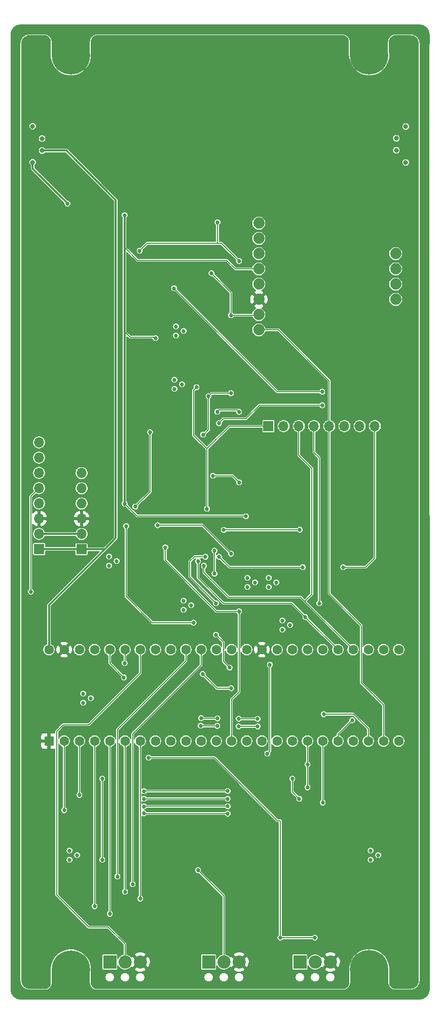
<source format=gbr>
%TF.GenerationSoftware,KiCad,Pcbnew,5.1.10*%
%TF.CreationDate,2021-10-08T11:52:48-05:00*%
%TF.ProjectId,FCB-Lite,4643422d-4c69-4746-952e-6b696361645f,A*%
%TF.SameCoordinates,Original*%
%TF.FileFunction,Copper,L2,Bot*%
%TF.FilePolarity,Positive*%
%FSLAX46Y46*%
G04 Gerber Fmt 4.6, Leading zero omitted, Abs format (unit mm)*
G04 Created by KiCad (PCBNEW 5.1.10) date 2021-10-08 11:52:48*
%MOMM*%
%LPD*%
G01*
G04 APERTURE LIST*
%TA.AperFunction,NonConductor*%
%ADD10C,0.200000*%
%TD*%
%TA.AperFunction,NonConductor*%
%ADD11C,0.300000*%
%TD*%
%TA.AperFunction,NonConductor*%
%ADD12C,0.150000*%
%TD*%
%TA.AperFunction,NonConductor*%
%ADD13C,0.100000*%
%TD*%
%TA.AperFunction,ComponentPad*%
%ADD14O,1.700000X1.700000*%
%TD*%
%TA.AperFunction,ComponentPad*%
%ADD15R,1.700000X1.700000*%
%TD*%
%TA.AperFunction,ComponentPad*%
%ADD16C,1.600000*%
%TD*%
%TA.AperFunction,ComponentPad*%
%ADD17R,1.600000X1.600000*%
%TD*%
%TA.AperFunction,ComponentPad*%
%ADD18C,1.879600*%
%TD*%
%TA.AperFunction,ComponentPad*%
%ADD19C,2.200000*%
%TD*%
%TA.AperFunction,ComponentPad*%
%ADD20R,2.200000X2.200000*%
%TD*%
%TA.AperFunction,ComponentPad*%
%ADD21C,0.800000*%
%TD*%
%TA.AperFunction,ComponentPad*%
%ADD22C,6.400000*%
%TD*%
%TA.AperFunction,ViaPad*%
%ADD23C,0.685800*%
%TD*%
%TA.AperFunction,ViaPad*%
%ADD24C,0.800000*%
%TD*%
%TA.AperFunction,Conductor*%
%ADD25C,0.152400*%
%TD*%
%TA.AperFunction,Conductor*%
%ADD26C,0.300000*%
%TD*%
%TA.AperFunction,Conductor*%
%ADD27C,0.153000*%
%TD*%
%TA.AperFunction,Conductor*%
%ADD28C,0.100000*%
%TD*%
G04 APERTURE END LIST*
D10*
G36*
X44050000Y-185400000D02*
G01*
X45050000Y-186500000D01*
X36950000Y-186400000D01*
X37850000Y-185400000D01*
X37850000Y-182500000D01*
X44050000Y-182500000D01*
X44050000Y-185400000D01*
G37*
X44050000Y-185400000D02*
X45050000Y-186500000D01*
X36950000Y-186400000D01*
X37850000Y-185400000D01*
X37850000Y-182500000D01*
X44050000Y-182500000D01*
X44050000Y-185400000D01*
D11*
X43950000Y-184700000D02*
G75*
G03*
X45450000Y-186200000I1500000J0D01*
G01*
X93800000Y-184649200D02*
G75*
G03*
X95300000Y-186149200I1500000J0D01*
G01*
D10*
G36*
X93900000Y-185349200D02*
G01*
X94900000Y-186449200D01*
X86800000Y-186349200D01*
X87700000Y-185349200D01*
X87700000Y-182449200D01*
X93900000Y-182449200D01*
X93900000Y-185349200D01*
G37*
X93900000Y-185349200D02*
X94900000Y-186449200D01*
X86800000Y-186349200D01*
X87700000Y-185349200D01*
X87700000Y-182449200D01*
X93900000Y-182449200D01*
X93900000Y-185349200D01*
D11*
X36450000Y-186200000D02*
G75*
G03*
X37950000Y-184700000I0J1500000D01*
G01*
X87750000Y-28000000D02*
G75*
G03*
X86250000Y-26500000I-1500000J0D01*
G01*
X86300000Y-186149200D02*
G75*
G03*
X87800000Y-184649200I0J1500000D01*
G01*
X95250000Y-26500000D02*
G75*
G03*
X93750000Y-28000000I0J-1500000D01*
G01*
D12*
G36*
X99250000Y-26600000D02*
G01*
X34050000Y-26600000D01*
X34050000Y-25100000D01*
X99250000Y-25100000D01*
X99250000Y-26600000D01*
G37*
X99250000Y-26600000D02*
X34050000Y-26600000D01*
X34050000Y-25100000D01*
X99250000Y-25100000D01*
X99250000Y-26600000D01*
D10*
G36*
X94750000Y-26300000D02*
G01*
X93850000Y-27300000D01*
X93850000Y-30200000D01*
X87650000Y-30200000D01*
X87650000Y-27300000D01*
X86650000Y-26200000D01*
X94750000Y-26300000D01*
G37*
X94750000Y-26300000D02*
X93850000Y-27300000D01*
X93850000Y-30200000D01*
X87650000Y-30200000D01*
X87650000Y-27300000D01*
X86650000Y-26200000D01*
X94750000Y-26300000D01*
D11*
X37950000Y-28000000D02*
G75*
G03*
X36450000Y-26500000I-1500000J0D01*
G01*
X45450000Y-26500000D02*
G75*
G03*
X43950000Y-28000000I0J-1500000D01*
G01*
D10*
G36*
X44950000Y-26300000D02*
G01*
X44050000Y-27300000D01*
X44050000Y-30200000D01*
X37850000Y-30200000D01*
X37850000Y-27300000D01*
X36850000Y-26200000D01*
X44950000Y-26300000D01*
G37*
X44950000Y-26300000D02*
X44050000Y-27300000D01*
X44050000Y-30200000D01*
X37850000Y-30200000D01*
X37850000Y-27300000D01*
X36850000Y-26200000D01*
X44950000Y-26300000D01*
D12*
X34050000Y-26600000D02*
G75*
G03*
X32450000Y-28200000I0J-1600000D01*
G01*
G36*
X34050000Y-26600000D02*
G01*
X33450000Y-26700000D01*
X33050000Y-26900000D01*
X32750000Y-27200000D01*
X32550000Y-27600000D01*
X32450000Y-28100000D01*
X30950000Y-28100000D01*
X30950000Y-26700000D01*
X31050000Y-26300000D01*
X31350000Y-25700000D01*
X31750000Y-25400000D01*
X32150000Y-25200000D01*
X32550000Y-25100000D01*
X34050000Y-25100000D01*
X34050000Y-26600000D01*
G37*
X34050000Y-26600000D02*
X33450000Y-26700000D01*
X33050000Y-26900000D01*
X32750000Y-27200000D01*
X32550000Y-27600000D01*
X32450000Y-28100000D01*
X30950000Y-28100000D01*
X30950000Y-26700000D01*
X31050000Y-26300000D01*
X31350000Y-25700000D01*
X31750000Y-25400000D01*
X32150000Y-25200000D01*
X32550000Y-25100000D01*
X34050000Y-25100000D01*
X34050000Y-26600000D01*
D13*
G36*
X100800000Y-185900000D02*
G01*
X100700000Y-186300000D01*
X100500000Y-186700000D01*
X100200000Y-187100000D01*
X99600000Y-187400000D01*
X99200000Y-187500000D01*
X97800000Y-187500000D01*
X97800000Y-186000000D01*
X98300000Y-185900000D01*
X98700000Y-185700000D01*
X99000000Y-185400000D01*
X99200000Y-185000000D01*
X99300000Y-184400000D01*
X100800000Y-184400000D01*
X100800000Y-185900000D01*
G37*
X100800000Y-185900000D02*
X100700000Y-186300000D01*
X100500000Y-186700000D01*
X100200000Y-187100000D01*
X99600000Y-187400000D01*
X99200000Y-187500000D01*
X97800000Y-187500000D01*
X97800000Y-186000000D01*
X98300000Y-185900000D01*
X98700000Y-185700000D01*
X99000000Y-185400000D01*
X99200000Y-185000000D01*
X99300000Y-184400000D01*
X100800000Y-184400000D01*
X100800000Y-185900000D01*
D12*
X100800000Y-26700000D02*
G75*
G03*
X99200000Y-25100000I-1600000J0D01*
G01*
G36*
X99250000Y-187500000D02*
G01*
X32550000Y-187500000D01*
X32550000Y-186000000D01*
X99250000Y-186000000D01*
X99250000Y-187500000D01*
G37*
X99250000Y-187500000D02*
X32550000Y-187500000D01*
X32550000Y-186000000D01*
X99250000Y-186000000D01*
X99250000Y-187500000D01*
X100800000Y-185900000D02*
G75*
G02*
X99200000Y-187500000I-1600000J0D01*
G01*
G36*
X32550000Y-185000000D02*
G01*
X32750000Y-185400000D01*
X33050000Y-185700000D01*
X33450000Y-185900000D01*
X33950000Y-186000000D01*
X33950000Y-187500000D01*
X32550000Y-187500000D01*
X32150000Y-187400000D01*
X31550000Y-187100000D01*
X31250000Y-186700000D01*
X31050000Y-186300000D01*
X30950000Y-185900000D01*
X30950000Y-184400000D01*
X32450000Y-184400000D01*
X32550000Y-185000000D01*
G37*
X32550000Y-185000000D02*
X32750000Y-185400000D01*
X33050000Y-185700000D01*
X33450000Y-185900000D01*
X33950000Y-186000000D01*
X33950000Y-187500000D01*
X32550000Y-187500000D01*
X32150000Y-187400000D01*
X31550000Y-187100000D01*
X31250000Y-186700000D01*
X31050000Y-186300000D01*
X30950000Y-185900000D01*
X30950000Y-184400000D01*
X32450000Y-184400000D01*
X32550000Y-185000000D01*
G36*
X32450000Y-185900000D02*
G01*
X30950000Y-185900000D01*
X30950000Y-26700000D01*
X32450000Y-26700000D01*
X32450000Y-185900000D01*
G37*
X32450000Y-185900000D02*
X30950000Y-185900000D01*
X30950000Y-26700000D01*
X32450000Y-26700000D01*
X32450000Y-185900000D01*
X32550000Y-25100000D02*
G75*
G03*
X30950000Y-26700000I0J-1600000D01*
G01*
X99300000Y-184400000D02*
G75*
G02*
X97700000Y-186000000I-1600000J0D01*
G01*
G36*
X99600000Y-25200000D02*
G01*
X100200000Y-25500000D01*
X100500000Y-25900000D01*
X100700000Y-26300000D01*
X100800000Y-26700000D01*
X100800000Y-28200000D01*
X99300000Y-28200000D01*
X99200000Y-27600000D01*
X99000000Y-27200000D01*
X98700000Y-26900000D01*
X98300000Y-26700000D01*
X97800000Y-26600000D01*
X97800000Y-25100000D01*
X99200000Y-25100000D01*
X99600000Y-25200000D01*
G37*
X99600000Y-25200000D02*
X100200000Y-25500000D01*
X100500000Y-25900000D01*
X100700000Y-26300000D01*
X100800000Y-26700000D01*
X100800000Y-28200000D01*
X99300000Y-28200000D01*
X99200000Y-27600000D01*
X99000000Y-27200000D01*
X98700000Y-26900000D01*
X98300000Y-26700000D01*
X97800000Y-26600000D01*
X97800000Y-25100000D01*
X99200000Y-25100000D01*
X99600000Y-25200000D01*
G36*
X100800000Y-185900000D02*
G01*
X99300000Y-185900000D01*
X99272400Y-26700000D01*
X100772400Y-26700000D01*
X100800000Y-185900000D01*
G37*
X100800000Y-185900000D02*
X99300000Y-185900000D01*
X99272400Y-26700000D01*
X100772400Y-26700000D01*
X100800000Y-185900000D01*
X99300000Y-28200000D02*
G75*
G03*
X97700000Y-26600000I-1600000J0D01*
G01*
X32450000Y-184400000D02*
G75*
G03*
X34050000Y-186000000I1600000J0D01*
G01*
X30950000Y-185900000D02*
G75*
G03*
X32550000Y-187500000I1600000J0D01*
G01*
D14*
%TO.P,J203,8*%
%TO.N,Net-(J203-Pad8)*%
X35660000Y-94690000D03*
%TO.P,J203,7*%
%TO.N,/UART_RX6*%
X35660000Y-97230000D03*
%TO.P,J203,6*%
%TO.N,/UART_TX6*%
X35660000Y-99770000D03*
%TO.P,J203,5*%
%TO.N,/I2C_SDA*%
X35660000Y-102310000D03*
%TO.P,J203,4*%
%TO.N,/I2C_SCL*%
X35660000Y-104850000D03*
%TO.P,J203,3*%
%TO.N,GND*%
X35660000Y-107390000D03*
%TO.P,J203,2*%
%TO.N,/3V3*%
X35660000Y-109930000D03*
D15*
%TO.P,J203,1*%
%TO.N,/5V*%
X35660000Y-112470000D03*
%TD*%
D14*
%TO.P,J202,8*%
%TO.N,/LSM9_INT1_AG*%
X91730000Y-92000000D03*
%TO.P,J202,7*%
%TO.N,/KX122_INT1*%
X89190000Y-92000000D03*
%TO.P,J202,6*%
%TO.N,/MS5611_CS*%
X86650000Y-92000000D03*
%TO.P,J202,5*%
%TO.N,/ZOE_MQ8_BRKT_CS*%
X84110000Y-92000000D03*
%TO.P,J202,4*%
%TO.N,/LSM9_CS_M*%
X81570000Y-92000000D03*
%TO.P,J202,3*%
%TO.N,/LSM9_CS_AG*%
X79030000Y-92000000D03*
%TO.P,J202,2*%
%TO.N,/MPU9250_CS*%
X76490000Y-92000000D03*
D15*
%TO.P,J202,1*%
%TO.N,/KX122_CS*%
X73950000Y-92000000D03*
%TD*%
D14*
%TO.P,J201,6*%
%TO.N,/SNS_SPI_SCK*%
X42736000Y-99800000D03*
%TO.P,J201,5*%
%TO.N,/SNS_SPI_MISO*%
X42736000Y-102340000D03*
%TO.P,J201,4*%
%TO.N,/SNS_SPI_MOSI*%
X42736000Y-104880000D03*
%TO.P,J201,3*%
%TO.N,GND*%
X42736000Y-107420000D03*
%TO.P,J201,2*%
%TO.N,/3V3*%
X42736000Y-109960000D03*
D15*
%TO.P,J201,1*%
%TO.N,/5V*%
X42736000Y-112500000D03*
%TD*%
D16*
%TO.P,U1,17*%
%TO.N,/UART_RX6*%
X77940000Y-144480000D03*
%TO.P,U1,18*%
%TO.N,/B2B_SPI_MOSI*%
X80480000Y-144480000D03*
%TO.P,U1,19*%
%TO.N,/B2B_SPI_SCK*%
X83020000Y-144480000D03*
%TO.P,U1,20*%
%TO.N,/KX122_INT1*%
X85560000Y-144480000D03*
%TO.P,U1,16*%
%TO.N,/UART_TX6*%
X75400000Y-144480000D03*
%TO.P,U1,15*%
%TO.N,Net-(U1-Pad15)*%
X72860000Y-144480000D03*
%TO.P,U1,14*%
%TO.N,/SNS_SPI_MISO*%
X70320000Y-144480000D03*
%TO.P,U1,21*%
%TO.N,/LSM9_INT1_AG*%
X88100000Y-144480000D03*
%TO.P,U1,22*%
%TO.N,/MS5611_CS*%
X90640000Y-144480000D03*
%TO.P,U1,23*%
%TO.N,/ZOE_MQ8_BRKT_CS*%
X93180000Y-144480000D03*
%TO.P,U1,24*%
%TO.N,Net-(U1-Pad24)*%
X95720000Y-144480000D03*
%TO.P,U1,25*%
%TO.N,Net-(U1-Pad25)*%
X95720000Y-129240000D03*
%TO.P,U1,26*%
%TO.N,Net-(U1-Pad26)*%
X93180000Y-129240000D03*
%TO.P,U1,27*%
%TO.N,Net-(U1-Pad27)*%
X90640000Y-129240000D03*
%TO.P,U1,28*%
%TO.N,/LSM9_CS_AG*%
X88100000Y-129240000D03*
%TO.P,U1,29*%
%TO.N,/LSM9_CS_M*%
X85560000Y-129240000D03*
%TO.P,U1,30*%
%TO.N,/MPU9250_CS*%
X83020000Y-129240000D03*
%TO.P,U1,31*%
%TO.N,Net-(U1-Pad31)*%
X80480000Y-129240000D03*
%TO.P,U1,32*%
%TO.N,Net-(U1-Pad32)*%
X77940000Y-129240000D03*
%TO.P,U1,33*%
%TO.N,Net-(U1-Pad33)*%
X75400000Y-129240000D03*
%TO.P,U1,34*%
%TO.N,GND*%
X72860000Y-129240000D03*
%TO.P,U1,13*%
%TO.N,/SNS_SPI_MOSI*%
X67780000Y-144480000D03*
%TO.P,U1,12*%
%TO.N,/KX122_CS*%
X65240000Y-144480000D03*
%TO.P,U1,11*%
%TO.N,Net-(R9004-Pad1)*%
X62700000Y-144480000D03*
%TO.P,U1,10*%
%TO.N,Net-(R9003-Pad1)*%
X60160000Y-144480000D03*
%TO.P,U1,9*%
%TO.N,Net-(R9002-Pad1)*%
X57620000Y-144480000D03*
%TO.P,U1,8*%
%TO.N,Net-(R9001-Pad1)*%
X55080000Y-144480000D03*
%TO.P,U1,7*%
%TO.N,/B2B_SERVO2*%
X52540000Y-144480000D03*
%TO.P,U1,6*%
%TO.N,/B2B_SERVO1*%
X50000000Y-144480000D03*
%TO.P,U1,5*%
%TO.N,/B2B_SERVO4*%
X47460000Y-144480000D03*
%TO.P,U1,4*%
%TO.N,/B2B_SERVO3*%
X44920000Y-144480000D03*
%TO.P,U1,3*%
%TO.N,/B2B_SPI_MISO*%
X42380000Y-144480000D03*
%TO.P,U1,2*%
%TO.N,/B2B_SPI_CS1*%
X39840000Y-144480000D03*
D17*
%TO.P,U1,1*%
%TO.N,GND*%
X37300000Y-144480000D03*
D16*
%TO.P,U1,35*%
%TO.N,/SNS_SPI_SCK*%
X70320000Y-129240000D03*
%TO.P,U1,36*%
%TO.N,Net-(U1-Pad36)*%
X67780000Y-129240000D03*
%TO.P,U1,37*%
%TO.N,Net-(U1-Pad37)*%
X65240000Y-129240000D03*
%TO.P,U1,38*%
%TO.N,/B2B_I2C_SCL*%
X62700000Y-129240000D03*
%TO.P,U1,39*%
%TO.N,/B2B_I2C_SDA*%
X60160000Y-129240000D03*
%TO.P,U1,40*%
%TO.N,/I2C_SDA*%
X57620000Y-129240000D03*
%TO.P,U1,41*%
%TO.N,/I2C_SCL*%
X55080000Y-129240000D03*
%TO.P,U1,42*%
%TO.N,/PT1*%
X52540000Y-129240000D03*
%TO.P,U1,43*%
%TO.N,/PT2*%
X50000000Y-129240000D03*
%TO.P,U1,44*%
%TO.N,/PT3*%
X47460000Y-129240000D03*
%TO.P,U1,45*%
%TO.N,Net-(U1-Pad45)*%
X44920000Y-129240000D03*
%TO.P,U1,46*%
%TO.N,Net-(U1-Pad46)*%
X42380000Y-129240000D03*
%TO.P,U1,47*%
%TO.N,GND*%
X39840000Y-129240000D03*
%TO.P,U1,48*%
%TO.N,/5V*%
X37300000Y-129240000D03*
%TD*%
D18*
%TO.P,U105,1*%
%TO.N,N/C*%
X72351000Y-58155500D03*
%TO.P,U105,2*%
%TO.N,/SNS_SPI_MISO*%
X72351000Y-60695600D03*
%TO.P,U105,3*%
%TO.N,/SNS_SPI_MOSI*%
X72351000Y-63235700D03*
%TO.P,U105,4*%
%TO.N,/3V3*%
X72351000Y-65775800D03*
%TO.P,U105,5*%
%TO.N,N/C*%
X72351000Y-68315900D03*
%TO.P,U105,6*%
%TO.N,GND*%
X72351000Y-70856000D03*
%TO.P,U105,7*%
%TO.N,/SNS_SPI_SCK*%
X72351000Y-73396100D03*
%TO.P,U105,8*%
%TO.N,/ZOE_MQ8_BRKT_CS*%
X72351000Y-75936200D03*
%TO.P,U105,9*%
%TO.N,Net-(U105-Pad9)*%
X95211000Y-63235500D03*
%TO.P,U105,10*%
%TO.N,Net-(U105-Pad10)*%
X95211000Y-65775500D03*
%TO.P,U105,11*%
%TO.N,Net-(U105-Pad11)*%
X95211000Y-68315500D03*
%TO.P,U105,12*%
%TO.N,Net-(U105-Pad12)*%
X95211000Y-70855500D03*
%TD*%
D19*
%TO.P,J109,3*%
%TO.N,GND*%
X84290000Y-181310000D03*
%TO.P,J109,2*%
%TO.N,/PT3*%
X81750000Y-181310000D03*
D20*
%TO.P,J109,1*%
%TO.N,/9V_PT_SUPPLY*%
X79210000Y-181310000D03*
%TD*%
D19*
%TO.P,J108,3*%
%TO.N,GND*%
X69050000Y-181310000D03*
%TO.P,J108,2*%
%TO.N,/PT2*%
X66510000Y-181310000D03*
D20*
%TO.P,J108,1*%
%TO.N,/9V_PT_SUPPLY*%
X63970000Y-181310000D03*
%TD*%
D19*
%TO.P,J107,3*%
%TO.N,GND*%
X52540000Y-181310000D03*
%TO.P,J107,2*%
%TO.N,/PT1*%
X50000000Y-181310000D03*
D20*
%TO.P,J107,1*%
%TO.N,/9V_PT_SUPPLY*%
X47460000Y-181310000D03*
%TD*%
D21*
%TO.P,REF\u002A\u002A,1*%
%TO.N,N/C*%
X42647056Y-28402944D03*
X40950000Y-27700000D03*
X39252944Y-28402944D03*
X38550000Y-30100000D03*
X39252944Y-31797056D03*
X40950000Y-32500000D03*
X42647056Y-31797056D03*
X43350000Y-30100000D03*
D22*
%TO.P,REF\u002A\u002A,*%
%TO.N,*%
X40950000Y-30150800D03*
%TD*%
D21*
%TO.P,REF\u002A\u002A,1*%
%TO.N,N/C*%
X92497056Y-28402944D03*
X90800000Y-27700000D03*
X89102944Y-28402944D03*
X88400000Y-30100000D03*
X89102944Y-31797056D03*
X90800000Y-32500000D03*
X92497056Y-31797056D03*
X93200000Y-30100000D03*
D22*
%TO.P,REF\u002A\u002A,*%
%TO.N,*%
X90800000Y-30150800D03*
%TD*%
D21*
%TO.P,REF\u002A\u002A,1*%
%TO.N,N/C*%
X42647056Y-180802944D03*
X40950000Y-180100000D03*
X39252944Y-180802944D03*
X38550000Y-182500000D03*
X39252944Y-184197056D03*
X40950000Y-184900000D03*
X42647056Y-184197056D03*
X43350000Y-182500000D03*
D22*
%TO.P,REF\u002A\u002A,*%
%TO.N,*%
X40950000Y-182550800D03*
%TD*%
D21*
%TO.P,REF\u002A\u002A,1*%
%TO.N,N/C*%
X92497056Y-180752144D03*
X90800000Y-180049200D03*
X89102944Y-180752144D03*
X88400000Y-182449200D03*
X89102944Y-184146256D03*
X90800000Y-184849200D03*
X92497056Y-184146256D03*
X93200000Y-182449200D03*
D22*
%TO.P,REF\u002A\u002A,*%
%TO.N,*%
X90800000Y-182500000D03*
%TD*%
D23*
%TO.N,*%
X61048000Y-121846000D03*
X59778000Y-121084000D03*
X59778000Y-122608000D03*
X71716000Y-118036000D03*
X70446000Y-117274000D03*
X70446000Y-118798000D03*
X75272000Y-118036000D03*
X74002000Y-117274000D03*
X74002000Y-118798000D03*
X48602000Y-114480000D03*
X47332000Y-113718000D03*
X47332000Y-115242000D03*
X59524000Y-85016000D03*
X58254000Y-84254000D03*
X58254000Y-85778000D03*
X59778000Y-76126000D03*
X58508000Y-75364000D03*
X58508000Y-76888000D03*
X77558000Y-125148000D03*
X76288000Y-124386000D03*
X76288000Y-125910000D03*
X92290000Y-163502000D03*
X91020000Y-162740000D03*
X91020000Y-164264000D03*
X41998000Y-163502000D03*
X40728000Y-162740000D03*
X40728000Y-164264000D03*
X44284000Y-137340000D03*
X43014000Y-136578000D03*
X43014000Y-138102000D03*
%TO.N,GND*%
X56700000Y-68750000D03*
X55200000Y-67250000D03*
X80288500Y-109273000D03*
X80352000Y-112511500D03*
X65112000Y-150040000D03*
X65112000Y-151564000D03*
X66382000Y-150802000D03*
%TO.N,/B2B_SPI_CS1*%
X67144000Y-156567800D03*
X39839000Y-156009000D03*
X53174000Y-156516998D03*
%TO.N,/B2B_SPI_SCK*%
X67144000Y-155348600D03*
X83019000Y-154739000D03*
X53174000Y-155374000D03*
%TO.N,/B2B_SPI_MISO*%
X67135000Y-154095000D03*
X42379000Y-153469000D03*
X53174000Y-154104000D03*
X77950000Y-150750000D03*
X79105000Y-154095000D03*
%TO.N,/B2B_SPI_MOSI*%
X67144000Y-152808600D03*
X53174000Y-152834000D03*
X80479000Y-152199000D03*
X80479000Y-148361000D03*
%TO.N,/B2B_SERVO4*%
X47459000Y-173281000D03*
%TO.N,/B2B_SERVO3*%
X44919000Y-172011000D03*
%TO.N,/B2B_SERVO2*%
X52539000Y-170741000D03*
%TO.N,/B2B_SERVO1*%
X49999000Y-169598000D03*
%TO.N,/B2B_I2C_SCL*%
X51269000Y-168328000D03*
%TO.N,/B2B_I2C_SDA*%
X48729000Y-167058000D03*
%TO.N,/PT2*%
X49950000Y-131500000D03*
X46200000Y-150750000D03*
X46200000Y-164250000D03*
X62200000Y-166000000D03*
%TO.N,/PT3*%
X75950000Y-177250000D03*
X81700000Y-177250000D03*
X53950000Y-147250000D03*
X49825000Y-133875000D03*
D24*
%TO.N,/3V3*%
X96890000Y-42040000D03*
X96890000Y-48040000D03*
X34580000Y-48010000D03*
X34580000Y-42010000D03*
D23*
X40400000Y-54900000D03*
X70200000Y-107000000D03*
X49950000Y-104900000D03*
X55100000Y-77300000D03*
X74200000Y-131750000D03*
X73780000Y-146570000D03*
X49950000Y-56822000D03*
%TO.N,/LSM9_INT1_AG*%
X65200000Y-121500000D03*
X65200000Y-126750000D03*
X65700000Y-113750000D03*
X79700000Y-115500000D03*
X86450000Y-115500000D03*
X63450016Y-113750000D03*
X67470000Y-132240000D03*
%TO.N,/LSM9_CS_M*%
X62200000Y-114500000D03*
X82450000Y-121500000D03*
X80135000Y-123815000D03*
%TO.N,/LSM9_CS_AG*%
X63199991Y-115250000D03*
%TO.N,/SNS_SPI_MISO*%
X79200000Y-109250000D03*
X66500000Y-109300000D03*
%TO.N,/SNS_SPI_MOSI*%
X65420000Y-89580000D03*
X69050000Y-89610000D03*
X52450000Y-62750000D03*
X69050000Y-64450000D03*
X64700000Y-100250000D03*
X69050000Y-101350000D03*
X69050000Y-122849992D03*
X65450000Y-58000000D03*
X56730000Y-112180000D03*
%TO.N,/SNS_SPI_SCK*%
X67700000Y-73500000D03*
X64450000Y-66500000D03*
X63950000Y-87000000D03*
X67700000Y-86500000D03*
X55450000Y-108500000D03*
X67700000Y-113250000D03*
X63050000Y-93400000D03*
%TO.N,/KX122_INT1*%
X58200000Y-69000000D03*
X82950000Y-86250000D03*
X87950000Y-141000000D03*
%TO.N,/KX122_CS*%
X61950000Y-85500000D03*
X63700000Y-105750000D03*
X64950000Y-112750000D03*
X64950000Y-116571510D03*
%TO.N,/MS5611_CS*%
X54200000Y-93000000D03*
X61450000Y-124750000D03*
X83200000Y-140000000D03*
X65700000Y-91500000D03*
X82950000Y-88500000D03*
X51713500Y-105399500D03*
X50189500Y-108638000D03*
X67730000Y-135670000D03*
X62970000Y-133300000D03*
D24*
%TO.N,/5V*%
X95320000Y-44000000D03*
X95320000Y-46000000D03*
X36150000Y-44050000D03*
X36150000Y-46050000D03*
D23*
%TO.N,/UART_RX6*%
X72150000Y-140780000D03*
X69000000Y-140760000D03*
X65440000Y-140700000D03*
X62700000Y-140660000D03*
%TO.N,/UART_TX6*%
X72170000Y-142030000D03*
X68980000Y-142030000D03*
X65420000Y-141950000D03*
X62640000Y-141910000D03*
%TO.N,/I2C_SDA*%
X34270000Y-119580000D03*
%TD*%
D25*
%TO.N,*%
X72285100Y-68250000D02*
X72351000Y-68315900D01*
%TO.N,GND*%
X56700000Y-68750000D02*
X55200000Y-67250000D01*
X80288500Y-112448000D02*
X80352000Y-112511500D01*
X80288500Y-109273000D02*
X80288500Y-112448000D01*
%TO.N,/B2B_SPI_CS1*%
X39839000Y-144481000D02*
X39840000Y-144480000D01*
X39839000Y-156009000D02*
X39839000Y-144481000D01*
X53224802Y-156567800D02*
X53174000Y-156516998D01*
X67144000Y-156567800D02*
X53224802Y-156567800D01*
%TO.N,/B2B_SPI_SCK*%
X83019000Y-144481000D02*
X83020000Y-144480000D01*
X83019000Y-154739000D02*
X83019000Y-144481000D01*
X53199400Y-155348600D02*
X53174000Y-155374000D01*
X67144000Y-155348600D02*
X53199400Y-155348600D01*
%TO.N,/B2B_SPI_MISO*%
X42379000Y-144481000D02*
X42380000Y-144480000D01*
X42379000Y-153469000D02*
X42379000Y-144481000D01*
X77950000Y-152940000D02*
X79105000Y-154095000D01*
X77950000Y-150750000D02*
X77950000Y-152940000D01*
X53183000Y-154095000D02*
X53174000Y-154104000D01*
X67135000Y-154095000D02*
X53183000Y-154095000D01*
%TO.N,/B2B_SPI_MOSI*%
X80479000Y-144481000D02*
X80480000Y-144480000D01*
X80479000Y-147721000D02*
X80479000Y-144481000D01*
X80479000Y-152199000D02*
X80479000Y-147721000D01*
X53199400Y-152808600D02*
X53174000Y-152834000D01*
X67144000Y-152808600D02*
X53199400Y-152808600D01*
%TO.N,/B2B_SERVO4*%
X47459000Y-173281000D02*
X47459000Y-169598000D01*
X47459000Y-169598000D02*
X47459000Y-169471000D01*
X47460000Y-166676000D02*
X47459000Y-166677000D01*
X47460000Y-144480000D02*
X47460000Y-166676000D01*
X47459000Y-166677000D02*
X47459000Y-166550000D01*
X47459000Y-169598000D02*
X47459000Y-166677000D01*
%TO.N,/B2B_SERVO3*%
X44919000Y-144481000D02*
X44920000Y-144480000D01*
X44919000Y-172138000D02*
X44919000Y-144481000D01*
%TO.N,/B2B_SERVO2*%
X52539000Y-170868000D02*
X52539000Y-169598000D01*
X52539000Y-169598000D02*
X52539000Y-169471000D01*
X52539000Y-144481000D02*
X52540000Y-144480000D01*
X52539000Y-166677000D02*
X52539000Y-144481000D01*
X52539000Y-169598000D02*
X52539000Y-166677000D01*
X52539000Y-166677000D02*
X52539000Y-166550000D01*
%TO.N,/B2B_SERVO1*%
X49999000Y-144481000D02*
X50000000Y-144480000D01*
X49999000Y-169598000D02*
X49999000Y-144481000D01*
%TO.N,/B2B_I2C_SCL*%
X62700000Y-131830000D02*
X62700000Y-129240000D01*
X51269000Y-143261000D02*
X62700000Y-131830000D01*
X51269000Y-168328000D02*
X51269000Y-143261000D01*
%TO.N,/B2B_I2C_SDA*%
X60160000Y-131130000D02*
X60160000Y-129240000D01*
X48729000Y-142561000D02*
X60160000Y-131130000D01*
X48729000Y-167058000D02*
X48729000Y-142561000D01*
%TO.N,/PT1*%
X52540000Y-133160000D02*
X52540000Y-129240000D01*
X43950000Y-141750000D02*
X52540000Y-133160000D01*
X38610000Y-142840000D02*
X39700000Y-141750000D01*
X38610000Y-170160000D02*
X38610000Y-142840000D01*
X39700000Y-141750000D02*
X43950000Y-141750000D01*
X43950000Y-175500000D02*
X38610000Y-170160000D01*
X47200000Y-175500000D02*
X43950000Y-175500000D01*
X50000000Y-178300000D02*
X47200000Y-175500000D01*
X50000000Y-181310000D02*
X50000000Y-178300000D01*
%TO.N,/PT2*%
X50000000Y-131450000D02*
X49950000Y-131500000D01*
X50000000Y-129240000D02*
X50000000Y-131450000D01*
X46200000Y-150750000D02*
X46200000Y-164250000D01*
X66510000Y-170310000D02*
X66510000Y-181310000D01*
X62200000Y-166000000D02*
X66510000Y-170310000D01*
%TO.N,/PT3*%
X75950000Y-177250000D02*
X81700000Y-177250000D01*
X75950000Y-177250000D02*
X75950000Y-157750000D01*
X75950000Y-157750000D02*
X75450000Y-157750000D01*
X64950000Y-147250000D02*
X53950000Y-147250000D01*
X75450000Y-157750000D02*
X64950000Y-147250000D01*
X47460000Y-129240000D02*
X47460000Y-131510000D01*
X47460000Y-131510000D02*
X49825000Y-133875000D01*
D26*
%TO.N,/3V3*%
X34580000Y-48010000D02*
X34580000Y-49030000D01*
D25*
X40400000Y-54850000D02*
X40400000Y-54900000D01*
D26*
X34580000Y-49030000D02*
X40400000Y-54850000D01*
D25*
X49950000Y-104800000D02*
X49950000Y-104900000D01*
X49950000Y-104900000D02*
X49950000Y-104900000D01*
X70150000Y-106950000D02*
X70200000Y-107000000D01*
X52000000Y-106950000D02*
X70150000Y-106950000D01*
X49950000Y-104900000D02*
X52000000Y-106950000D01*
D26*
X49950000Y-74700000D02*
X49950000Y-104800000D01*
D25*
X55050000Y-77300000D02*
X55100000Y-77300000D01*
X54900000Y-77150000D02*
X55050000Y-77300000D01*
X50850000Y-77150000D02*
X54900000Y-77150000D01*
X49950000Y-76250000D02*
X50850000Y-77150000D01*
X49950000Y-74700000D02*
X49950000Y-76250000D01*
D26*
X49950000Y-64400000D02*
X49950000Y-74700000D01*
X49950000Y-62200000D02*
X49950000Y-64350000D01*
D25*
X52100000Y-64350000D02*
X49950000Y-62200000D01*
X67000000Y-64350000D02*
X52100000Y-64350000D01*
X68425800Y-65775800D02*
X67000000Y-64350000D01*
X72351000Y-65775800D02*
X68425800Y-65775800D01*
X74200000Y-146150000D02*
X73780000Y-146570000D01*
X74200000Y-131750000D02*
X74200000Y-146150000D01*
D26*
X35700000Y-109960000D02*
X42736000Y-109960000D01*
X49950000Y-62200000D02*
X49950000Y-56822000D01*
D25*
%TO.N,/LSM9_INT1_AG*%
X65700000Y-113750000D02*
X67450000Y-115500000D01*
X67450000Y-115500000D02*
X79700000Y-115500000D01*
X91730000Y-113970000D02*
X91730000Y-92000000D01*
X90200000Y-115500000D02*
X91730000Y-113970000D01*
X86450000Y-115500000D02*
X90200000Y-115500000D01*
X61600000Y-113750000D02*
X63450016Y-113750000D01*
X60810000Y-114540000D02*
X61600000Y-113750000D01*
X60810000Y-117110000D02*
X60810000Y-114540000D01*
X65200000Y-121500000D02*
X60810000Y-117110000D01*
X65200000Y-126750000D02*
X66450000Y-128000000D01*
X66450000Y-128000000D02*
X66450000Y-131220000D01*
X66450000Y-131220000D02*
X67470000Y-132240000D01*
%TO.N,/LSM9_CS_M*%
X62200000Y-117250000D02*
X62200000Y-114500000D01*
X66450000Y-121500000D02*
X62200000Y-117250000D01*
X77820000Y-121500000D02*
X66450000Y-121500000D01*
X81570000Y-92000000D02*
X81570000Y-96370000D01*
X82450000Y-97250000D02*
X82450000Y-121500000D01*
X81570000Y-96370000D02*
X82450000Y-97250000D01*
X80135000Y-123815000D02*
X77820000Y-121500000D01*
X85560000Y-129240000D02*
X80135000Y-123815000D01*
%TO.N,/LSM9_CS_AG*%
X79030000Y-92000000D02*
X79030000Y-96830000D01*
X79030000Y-96830000D02*
X81200000Y-99000000D01*
X81200000Y-120000000D02*
X80030000Y-121170000D01*
X81200000Y-99000000D02*
X81200000Y-120000000D01*
X88100000Y-129240000D02*
X80030000Y-121170000D01*
X63199991Y-116389991D02*
X63199991Y-115250000D01*
X67310000Y-120500000D02*
X63199991Y-116389991D01*
X79360000Y-120500000D02*
X67310000Y-120500000D01*
X80030000Y-121170000D02*
X79360000Y-120500000D01*
%TO.N,/SNS_SPI_MISO*%
X66550000Y-109250000D02*
X66500000Y-109300000D01*
X79200000Y-109250000D02*
X66550000Y-109250000D01*
%TO.N,/SNS_SPI_MOSI*%
X69050000Y-125550000D02*
X69050000Y-125550000D01*
X68740000Y-89300000D02*
X69050000Y-89610000D01*
X65700000Y-89300000D02*
X68740000Y-89300000D01*
X65420000Y-89580000D02*
X65700000Y-89300000D01*
X52450000Y-62750000D02*
X53700000Y-61500000D01*
X66100000Y-61500000D02*
X69050000Y-64450000D01*
X64700000Y-100250000D02*
X67950000Y-100250000D01*
X67950000Y-100250000D02*
X69050000Y-101350000D01*
X65450000Y-58000000D02*
X65450000Y-61500000D01*
X65450000Y-61500000D02*
X66100000Y-61500000D01*
X53700000Y-61500000D02*
X65450000Y-61500000D01*
X69050000Y-122849992D02*
X65265059Y-122849992D01*
X65265059Y-122849992D02*
X56730000Y-114314933D01*
X56730000Y-114314933D02*
X56730000Y-112180000D01*
X69050000Y-136290000D02*
X69050000Y-122849992D01*
X67780000Y-137560000D02*
X69050000Y-136290000D01*
X67780000Y-144480000D02*
X67780000Y-137560000D01*
%TO.N,/SNS_SPI_SCK*%
X72247100Y-73500000D02*
X72351000Y-73396100D01*
X67700000Y-73500000D02*
X72247100Y-73500000D01*
X67700000Y-69750000D02*
X64450000Y-66500000D01*
X67700000Y-73500000D02*
X67700000Y-69750000D01*
X64450000Y-86500000D02*
X67700000Y-86500000D01*
X63950000Y-87000000D02*
X64450000Y-86500000D01*
X55450000Y-108500000D02*
X62950000Y-108500000D01*
X62950000Y-108500000D02*
X67700000Y-113250000D01*
X63950000Y-92250000D02*
X63950000Y-87000000D01*
X63950000Y-92250000D02*
X63950000Y-92550000D01*
X63950000Y-92550000D02*
X63950000Y-92600000D01*
X63950000Y-92600000D02*
X63150000Y-93400000D01*
X63150000Y-93400000D02*
X63050000Y-93400000D01*
X63050000Y-93400000D02*
X63050000Y-93400000D01*
%TO.N,/KX122_INT1*%
X75450000Y-86250000D02*
X82950000Y-86250000D01*
X58200000Y-69000000D02*
X75450000Y-86250000D01*
X85560000Y-143390000D02*
X85560000Y-144480000D01*
X87950000Y-141000000D02*
X85560000Y-143390000D01*
%TO.N,/KX122_CS*%
X63700000Y-95750000D02*
X63700000Y-105750000D01*
X64950000Y-112750000D02*
X64950000Y-116571510D01*
X67450000Y-92000000D02*
X63700000Y-95750000D01*
X73950000Y-92000000D02*
X67450000Y-92000000D01*
X61450000Y-86000000D02*
X61950000Y-85500000D01*
X61450000Y-93500000D02*
X61450000Y-86000000D01*
X63700000Y-95750000D02*
X61450000Y-93500000D01*
%TO.N,/MS5611_CS*%
X83200000Y-140000000D02*
X88200000Y-140000000D01*
X90640000Y-142440000D02*
X90640000Y-144480000D01*
X88200000Y-140000000D02*
X90640000Y-142440000D01*
X65700000Y-91500000D02*
X66450000Y-90750000D01*
X66450000Y-90750000D02*
X70200000Y-90750000D01*
X72450000Y-88500000D02*
X82950000Y-88500000D01*
X70200000Y-90750000D02*
X72450000Y-88500000D01*
X54200000Y-102913000D02*
X51713500Y-105399500D01*
X54200000Y-93000000D02*
X54200000Y-102913000D01*
X50189500Y-120389500D02*
X50189500Y-108638000D01*
X54550000Y-124750000D02*
X50189500Y-120389500D01*
X61450000Y-124750000D02*
X54550000Y-124750000D01*
X67730000Y-135670000D02*
X65340000Y-135670000D01*
X65340000Y-135670000D02*
X62970000Y-133300000D01*
%TO.N,/ZOE_MQ8_BRKT_CS*%
X72351000Y-75936200D02*
X75636200Y-75936200D01*
X84110000Y-84410000D02*
X84110000Y-92000000D01*
X75636200Y-75936200D02*
X84110000Y-84410000D01*
X84110000Y-92000000D02*
X84110000Y-119910000D01*
X84110000Y-119910000D02*
X89450000Y-125250000D01*
X89450000Y-125250000D02*
X89450000Y-134750000D01*
X93180000Y-138480000D02*
X93180000Y-144480000D01*
X89450000Y-134750000D02*
X93180000Y-138480000D01*
D26*
%TO.N,/5V*%
X37300000Y-121800000D02*
X37300000Y-129240000D01*
X48450000Y-54300000D02*
X48450000Y-110650000D01*
X40200000Y-46050000D02*
X48450000Y-54300000D01*
X36150000Y-46050000D02*
X40200000Y-46050000D01*
D25*
X46600000Y-112500000D02*
X46650000Y-112450000D01*
D26*
X46650000Y-112450000D02*
X37300000Y-121800000D01*
X48450000Y-110650000D02*
X46650000Y-112450000D01*
X42736000Y-112500000D02*
X46600000Y-112500000D01*
X42696000Y-112460000D02*
X42736000Y-112500000D01*
X35680000Y-112460000D02*
X42696000Y-112460000D01*
D25*
%TO.N,/UART_RX6*%
X69020000Y-140780000D02*
X69000000Y-140760000D01*
X72150000Y-140780000D02*
X69020000Y-140780000D01*
X62740000Y-140700000D02*
X62700000Y-140660000D01*
X65440000Y-140700000D02*
X62740000Y-140700000D01*
%TO.N,/UART_TX6*%
X68900000Y-142030000D02*
X68980000Y-142030000D01*
X72170000Y-142030000D02*
X68980000Y-142030000D01*
X62680000Y-141950000D02*
X62640000Y-141910000D01*
X65420000Y-141950000D02*
X62680000Y-141950000D01*
%TO.N,/I2C_SDA*%
X35660000Y-102310000D02*
X34270000Y-103700000D01*
X34270000Y-103700000D02*
X34270000Y-119580000D01*
%TD*%
D27*
%TO.N,GND*%
X36876299Y-26965730D02*
X37069071Y-27068230D01*
X37238259Y-27206216D01*
X37377428Y-27374443D01*
X37481270Y-27566494D01*
X37520500Y-27693225D01*
X37520500Y-30488576D01*
X37652294Y-31151148D01*
X37910816Y-31775277D01*
X38286133Y-32336979D01*
X38763821Y-32814667D01*
X39325523Y-33189984D01*
X39949652Y-33448506D01*
X40612224Y-33580300D01*
X41287776Y-33580300D01*
X41950348Y-33448506D01*
X42574477Y-33189984D01*
X43136179Y-32814667D01*
X43613867Y-32336979D01*
X43989184Y-31775277D01*
X44247706Y-31151148D01*
X44379500Y-30488576D01*
X44379500Y-27693700D01*
X44415730Y-27573701D01*
X44518230Y-27380929D01*
X44656216Y-27211741D01*
X44824443Y-27072572D01*
X45016494Y-26968730D01*
X45223987Y-26904500D01*
X86473496Y-26904500D01*
X86676299Y-26965730D01*
X86869071Y-27068230D01*
X87038259Y-27206216D01*
X87177428Y-27374443D01*
X87281270Y-27566494D01*
X87320500Y-27693225D01*
X87320500Y-30200000D01*
X87323525Y-30230849D01*
X87326336Y-30261742D01*
X87326662Y-30262851D01*
X87326775Y-30264000D01*
X87335740Y-30293694D01*
X87344493Y-30323433D01*
X87345028Y-30324456D01*
X87345362Y-30325563D01*
X87359944Y-30352989D01*
X87370500Y-30373180D01*
X87370500Y-30488576D01*
X87502294Y-31151148D01*
X87760816Y-31775277D01*
X88136133Y-32336979D01*
X88613821Y-32814667D01*
X89175523Y-33189984D01*
X89799652Y-33448506D01*
X90462224Y-33580300D01*
X91137776Y-33580300D01*
X91800348Y-33448506D01*
X92424477Y-33189984D01*
X92986179Y-32814667D01*
X93463867Y-32336979D01*
X93839184Y-31775277D01*
X94097706Y-31151148D01*
X94229500Y-30488576D01*
X94229500Y-29813024D01*
X94179500Y-29561657D01*
X94179500Y-27693700D01*
X94215730Y-27573701D01*
X94318230Y-27380929D01*
X94456216Y-27211741D01*
X94624443Y-27072572D01*
X94816494Y-26968730D01*
X95023987Y-26904500D01*
X97685105Y-26904500D01*
X97851353Y-26920801D01*
X98051376Y-26960806D01*
X98193122Y-27003601D01*
X98416107Y-27122164D01*
X98611826Y-27281789D01*
X98772807Y-27476381D01*
X98892928Y-27698542D01*
X98924981Y-27802087D01*
X98968136Y-28061017D01*
X98995238Y-184387779D01*
X98969394Y-184651349D01*
X98896399Y-184893121D01*
X98777834Y-185116108D01*
X98618209Y-185311828D01*
X98423617Y-185472808D01*
X98201459Y-185592928D01*
X97960205Y-185667609D01*
X97694840Y-185695500D01*
X94913546Y-185695500D01*
X94873701Y-185683470D01*
X94680932Y-185580973D01*
X94511741Y-185442984D01*
X94372572Y-185274757D01*
X94268730Y-185082706D01*
X94229500Y-184955975D01*
X94229500Y-182162224D01*
X94097706Y-181499652D01*
X93839184Y-180875523D01*
X93463867Y-180313821D01*
X92986179Y-179836133D01*
X92424477Y-179460816D01*
X91800348Y-179202294D01*
X91137776Y-179070500D01*
X90462224Y-179070500D01*
X89799652Y-179202294D01*
X89175523Y-179460816D01*
X88613821Y-179836133D01*
X88136133Y-180313821D01*
X87760816Y-180875523D01*
X87502294Y-181499652D01*
X87370500Y-182162224D01*
X87370500Y-184955500D01*
X87334270Y-185075499D01*
X87231773Y-185268268D01*
X87093784Y-185437459D01*
X86925557Y-185576628D01*
X86733506Y-185680470D01*
X86684953Y-185695500D01*
X44950785Y-185695500D01*
X44830932Y-185631773D01*
X44661741Y-185493784D01*
X44522572Y-185325557D01*
X44418730Y-185133506D01*
X44379500Y-185006775D01*
X44379500Y-183773226D01*
X46680500Y-183773226D01*
X46680500Y-183926774D01*
X46710455Y-184077372D01*
X46769216Y-184219232D01*
X46854523Y-184346902D01*
X46963098Y-184455477D01*
X47090768Y-184540784D01*
X47232628Y-184599545D01*
X47383226Y-184629500D01*
X47536774Y-184629500D01*
X47687372Y-184599545D01*
X47829232Y-184540784D01*
X47956902Y-184455477D01*
X48065477Y-184346902D01*
X48150784Y-184219232D01*
X48209545Y-184077372D01*
X48239500Y-183926774D01*
X48239500Y-183773226D01*
X49220500Y-183773226D01*
X49220500Y-183926774D01*
X49250455Y-184077372D01*
X49309216Y-184219232D01*
X49394523Y-184346902D01*
X49503098Y-184455477D01*
X49630768Y-184540784D01*
X49772628Y-184599545D01*
X49923226Y-184629500D01*
X50076774Y-184629500D01*
X50227372Y-184599545D01*
X50369232Y-184540784D01*
X50496902Y-184455477D01*
X50605477Y-184346902D01*
X50690784Y-184219232D01*
X50749545Y-184077372D01*
X50779500Y-183926774D01*
X50779500Y-183773226D01*
X51760500Y-183773226D01*
X51760500Y-183926774D01*
X51790455Y-184077372D01*
X51849216Y-184219232D01*
X51934523Y-184346902D01*
X52043098Y-184455477D01*
X52170768Y-184540784D01*
X52312628Y-184599545D01*
X52463226Y-184629500D01*
X52616774Y-184629500D01*
X52767372Y-184599545D01*
X52909232Y-184540784D01*
X53036902Y-184455477D01*
X53145477Y-184346902D01*
X53230784Y-184219232D01*
X53289545Y-184077372D01*
X53319500Y-183926774D01*
X53319500Y-183773226D01*
X63190500Y-183773226D01*
X63190500Y-183926774D01*
X63220455Y-184077372D01*
X63279216Y-184219232D01*
X63364523Y-184346902D01*
X63473098Y-184455477D01*
X63600768Y-184540784D01*
X63742628Y-184599545D01*
X63893226Y-184629500D01*
X64046774Y-184629500D01*
X64197372Y-184599545D01*
X64339232Y-184540784D01*
X64466902Y-184455477D01*
X64575477Y-184346902D01*
X64660784Y-184219232D01*
X64719545Y-184077372D01*
X64749500Y-183926774D01*
X64749500Y-183773226D01*
X65730500Y-183773226D01*
X65730500Y-183926774D01*
X65760455Y-184077372D01*
X65819216Y-184219232D01*
X65904523Y-184346902D01*
X66013098Y-184455477D01*
X66140768Y-184540784D01*
X66282628Y-184599545D01*
X66433226Y-184629500D01*
X66586774Y-184629500D01*
X66737372Y-184599545D01*
X66879232Y-184540784D01*
X67006902Y-184455477D01*
X67115477Y-184346902D01*
X67200784Y-184219232D01*
X67259545Y-184077372D01*
X67289500Y-183926774D01*
X67289500Y-183773226D01*
X68270500Y-183773226D01*
X68270500Y-183926774D01*
X68300455Y-184077372D01*
X68359216Y-184219232D01*
X68444523Y-184346902D01*
X68553098Y-184455477D01*
X68680768Y-184540784D01*
X68822628Y-184599545D01*
X68973226Y-184629500D01*
X69126774Y-184629500D01*
X69277372Y-184599545D01*
X69419232Y-184540784D01*
X69546902Y-184455477D01*
X69655477Y-184346902D01*
X69740784Y-184219232D01*
X69799545Y-184077372D01*
X69829500Y-183926774D01*
X69829500Y-183773226D01*
X78430500Y-183773226D01*
X78430500Y-183926774D01*
X78460455Y-184077372D01*
X78519216Y-184219232D01*
X78604523Y-184346902D01*
X78713098Y-184455477D01*
X78840768Y-184540784D01*
X78982628Y-184599545D01*
X79133226Y-184629500D01*
X79286774Y-184629500D01*
X79437372Y-184599545D01*
X79579232Y-184540784D01*
X79706902Y-184455477D01*
X79815477Y-184346902D01*
X79900784Y-184219232D01*
X79959545Y-184077372D01*
X79989500Y-183926774D01*
X79989500Y-183773226D01*
X80970500Y-183773226D01*
X80970500Y-183926774D01*
X81000455Y-184077372D01*
X81059216Y-184219232D01*
X81144523Y-184346902D01*
X81253098Y-184455477D01*
X81380768Y-184540784D01*
X81522628Y-184599545D01*
X81673226Y-184629500D01*
X81826774Y-184629500D01*
X81977372Y-184599545D01*
X82119232Y-184540784D01*
X82246902Y-184455477D01*
X82355477Y-184346902D01*
X82440784Y-184219232D01*
X82499545Y-184077372D01*
X82529500Y-183926774D01*
X82529500Y-183773226D01*
X83510500Y-183773226D01*
X83510500Y-183926774D01*
X83540455Y-184077372D01*
X83599216Y-184219232D01*
X83684523Y-184346902D01*
X83793098Y-184455477D01*
X83920768Y-184540784D01*
X84062628Y-184599545D01*
X84213226Y-184629500D01*
X84366774Y-184629500D01*
X84517372Y-184599545D01*
X84659232Y-184540784D01*
X84786902Y-184455477D01*
X84895477Y-184346902D01*
X84980784Y-184219232D01*
X85039545Y-184077372D01*
X85069500Y-183926774D01*
X85069500Y-183773226D01*
X85039545Y-183622628D01*
X84980784Y-183480768D01*
X84895477Y-183353098D01*
X84786902Y-183244523D01*
X84659232Y-183159216D01*
X84517372Y-183100455D01*
X84366774Y-183070500D01*
X84213226Y-183070500D01*
X84062628Y-183100455D01*
X83920768Y-183159216D01*
X83793098Y-183244523D01*
X83684523Y-183353098D01*
X83599216Y-183480768D01*
X83540455Y-183622628D01*
X83510500Y-183773226D01*
X82529500Y-183773226D01*
X82499545Y-183622628D01*
X82440784Y-183480768D01*
X82355477Y-183353098D01*
X82246902Y-183244523D01*
X82119232Y-183159216D01*
X81977372Y-183100455D01*
X81826774Y-183070500D01*
X81673226Y-183070500D01*
X81522628Y-183100455D01*
X81380768Y-183159216D01*
X81253098Y-183244523D01*
X81144523Y-183353098D01*
X81059216Y-183480768D01*
X81000455Y-183622628D01*
X80970500Y-183773226D01*
X79989500Y-183773226D01*
X79959545Y-183622628D01*
X79900784Y-183480768D01*
X79815477Y-183353098D01*
X79706902Y-183244523D01*
X79579232Y-183159216D01*
X79437372Y-183100455D01*
X79286774Y-183070500D01*
X79133226Y-183070500D01*
X78982628Y-183100455D01*
X78840768Y-183159216D01*
X78713098Y-183244523D01*
X78604523Y-183353098D01*
X78519216Y-183480768D01*
X78460455Y-183622628D01*
X78430500Y-183773226D01*
X69829500Y-183773226D01*
X69799545Y-183622628D01*
X69740784Y-183480768D01*
X69655477Y-183353098D01*
X69546902Y-183244523D01*
X69419232Y-183159216D01*
X69277372Y-183100455D01*
X69126774Y-183070500D01*
X68973226Y-183070500D01*
X68822628Y-183100455D01*
X68680768Y-183159216D01*
X68553098Y-183244523D01*
X68444523Y-183353098D01*
X68359216Y-183480768D01*
X68300455Y-183622628D01*
X68270500Y-183773226D01*
X67289500Y-183773226D01*
X67259545Y-183622628D01*
X67200784Y-183480768D01*
X67115477Y-183353098D01*
X67006902Y-183244523D01*
X66879232Y-183159216D01*
X66737372Y-183100455D01*
X66586774Y-183070500D01*
X66433226Y-183070500D01*
X66282628Y-183100455D01*
X66140768Y-183159216D01*
X66013098Y-183244523D01*
X65904523Y-183353098D01*
X65819216Y-183480768D01*
X65760455Y-183622628D01*
X65730500Y-183773226D01*
X64749500Y-183773226D01*
X64719545Y-183622628D01*
X64660784Y-183480768D01*
X64575477Y-183353098D01*
X64466902Y-183244523D01*
X64339232Y-183159216D01*
X64197372Y-183100455D01*
X64046774Y-183070500D01*
X63893226Y-183070500D01*
X63742628Y-183100455D01*
X63600768Y-183159216D01*
X63473098Y-183244523D01*
X63364523Y-183353098D01*
X63279216Y-183480768D01*
X63220455Y-183622628D01*
X63190500Y-183773226D01*
X53319500Y-183773226D01*
X53289545Y-183622628D01*
X53230784Y-183480768D01*
X53145477Y-183353098D01*
X53036902Y-183244523D01*
X52909232Y-183159216D01*
X52767372Y-183100455D01*
X52616774Y-183070500D01*
X52463226Y-183070500D01*
X52312628Y-183100455D01*
X52170768Y-183159216D01*
X52043098Y-183244523D01*
X51934523Y-183353098D01*
X51849216Y-183480768D01*
X51790455Y-183622628D01*
X51760500Y-183773226D01*
X50779500Y-183773226D01*
X50749545Y-183622628D01*
X50690784Y-183480768D01*
X50605477Y-183353098D01*
X50496902Y-183244523D01*
X50369232Y-183159216D01*
X50227372Y-183100455D01*
X50076774Y-183070500D01*
X49923226Y-183070500D01*
X49772628Y-183100455D01*
X49630768Y-183159216D01*
X49503098Y-183244523D01*
X49394523Y-183353098D01*
X49309216Y-183480768D01*
X49250455Y-183622628D01*
X49220500Y-183773226D01*
X48239500Y-183773226D01*
X48209545Y-183622628D01*
X48150784Y-183480768D01*
X48065477Y-183353098D01*
X47956902Y-183244523D01*
X47829232Y-183159216D01*
X47687372Y-183100455D01*
X47536774Y-183070500D01*
X47383226Y-183070500D01*
X47232628Y-183100455D01*
X47090768Y-183159216D01*
X46963098Y-183244523D01*
X46854523Y-183353098D01*
X46769216Y-183480768D01*
X46710455Y-183622628D01*
X46680500Y-183773226D01*
X44379500Y-183773226D01*
X44379500Y-182213024D01*
X44247706Y-181550452D01*
X43989184Y-180926323D01*
X43613867Y-180364621D01*
X43136179Y-179886933D01*
X42574477Y-179511616D01*
X41950348Y-179253094D01*
X41287776Y-179121300D01*
X40612224Y-179121300D01*
X39949652Y-179253094D01*
X39325523Y-179511616D01*
X38763821Y-179886933D01*
X38286133Y-180364621D01*
X37910816Y-180926323D01*
X37652294Y-181550452D01*
X37520500Y-182213024D01*
X37520500Y-185006300D01*
X37484270Y-185126299D01*
X37381773Y-185319068D01*
X37243784Y-185488259D01*
X37075557Y-185627428D01*
X36949661Y-185695500D01*
X34064895Y-185695500D01*
X33898648Y-185679199D01*
X33698623Y-185639194D01*
X33556879Y-185596399D01*
X33333892Y-185477834D01*
X33138172Y-185318209D01*
X32977192Y-185123617D01*
X32857072Y-184901459D01*
X32825019Y-184797914D01*
X32754500Y-184374799D01*
X32754500Y-145280000D01*
X35912672Y-145280000D01*
X35923957Y-145394582D01*
X35957380Y-145504761D01*
X36011655Y-145606302D01*
X36084696Y-145695304D01*
X36173698Y-145768345D01*
X36275239Y-145822620D01*
X36385418Y-145856043D01*
X36500000Y-145867328D01*
X36976375Y-145864500D01*
X37122500Y-145718375D01*
X37122500Y-144657500D01*
X36061625Y-144657500D01*
X35915500Y-144803625D01*
X35912672Y-145280000D01*
X32754500Y-145280000D01*
X32754500Y-143680000D01*
X35912672Y-143680000D01*
X35915500Y-144156375D01*
X36061625Y-144302500D01*
X37122500Y-144302500D01*
X37122500Y-143241625D01*
X37477500Y-143241625D01*
X37477500Y-144302500D01*
X37497500Y-144302500D01*
X37497500Y-144657500D01*
X37477500Y-144657500D01*
X37477500Y-145718375D01*
X37623625Y-145864500D01*
X38100000Y-145867328D01*
X38214582Y-145856043D01*
X38304301Y-145828827D01*
X38304300Y-170144993D01*
X38302822Y-170160000D01*
X38304300Y-170175007D01*
X38304300Y-170175017D01*
X38308723Y-170219927D01*
X38326204Y-170277551D01*
X38354590Y-170330659D01*
X38392792Y-170377208D01*
X38404460Y-170386784D01*
X43723221Y-175705546D01*
X43732792Y-175717208D01*
X43779340Y-175755410D01*
X43832448Y-175783796D01*
X43890072Y-175801277D01*
X43934982Y-175805700D01*
X43934992Y-175805700D01*
X43949999Y-175807178D01*
X43965006Y-175805700D01*
X47073376Y-175805700D01*
X49694301Y-178426626D01*
X49694300Y-180015261D01*
X49612199Y-180031592D01*
X49370246Y-180131812D01*
X49152493Y-180277310D01*
X48967310Y-180462493D01*
X48821812Y-180680246D01*
X48790610Y-180755574D01*
X48790610Y-180210000D01*
X48786179Y-180165010D01*
X48773056Y-180121749D01*
X48751745Y-180081880D01*
X48723066Y-180046934D01*
X48688120Y-180018255D01*
X48648251Y-179996944D01*
X48604990Y-179983821D01*
X48560000Y-179979390D01*
X46360000Y-179979390D01*
X46315010Y-179983821D01*
X46271749Y-179996944D01*
X46231880Y-180018255D01*
X46196934Y-180046934D01*
X46168255Y-180081880D01*
X46146944Y-180121749D01*
X46133821Y-180165010D01*
X46129390Y-180210000D01*
X46129390Y-182410000D01*
X46133821Y-182454990D01*
X46146944Y-182498251D01*
X46168255Y-182538120D01*
X46196934Y-182573066D01*
X46231880Y-182601745D01*
X46271749Y-182623056D01*
X46315010Y-182636179D01*
X46360000Y-182640610D01*
X48560000Y-182640610D01*
X48604990Y-182636179D01*
X48648251Y-182623056D01*
X48688120Y-182601745D01*
X48723066Y-182573066D01*
X48751745Y-182538120D01*
X48773056Y-182498251D01*
X48786179Y-182454990D01*
X48790610Y-182410000D01*
X48790610Y-181864426D01*
X48821812Y-181939754D01*
X48967310Y-182157507D01*
X49152493Y-182342690D01*
X49370246Y-182488188D01*
X49612199Y-182588408D01*
X49869056Y-182639500D01*
X50130944Y-182639500D01*
X50387801Y-182588408D01*
X50548501Y-182521844D01*
X51579179Y-182521844D01*
X51694172Y-182776165D01*
X51996458Y-182913005D01*
X52319634Y-182988244D01*
X52651277Y-182998988D01*
X52978644Y-182944826D01*
X53289155Y-182827838D01*
X53385828Y-182776165D01*
X53500821Y-182521844D01*
X52540000Y-181561023D01*
X51579179Y-182521844D01*
X50548501Y-182521844D01*
X50629754Y-182488188D01*
X50847507Y-182342690D01*
X51032690Y-182157507D01*
X51056047Y-182122550D01*
X51073835Y-182155828D01*
X51328156Y-182270821D01*
X52288977Y-181310000D01*
X52791023Y-181310000D01*
X53751844Y-182270821D01*
X54006165Y-182155828D01*
X54143005Y-181853542D01*
X54218244Y-181530366D01*
X54228988Y-181198723D01*
X54174826Y-180871356D01*
X54057838Y-180560845D01*
X54006165Y-180464172D01*
X53751844Y-180349179D01*
X52791023Y-181310000D01*
X52288977Y-181310000D01*
X51328156Y-180349179D01*
X51073835Y-180464172D01*
X51057671Y-180499879D01*
X51032690Y-180462493D01*
X50847507Y-180277310D01*
X50629754Y-180131812D01*
X50548502Y-180098156D01*
X51579179Y-180098156D01*
X52540000Y-181058977D01*
X53500821Y-180098156D01*
X53385828Y-179843835D01*
X53083542Y-179706995D01*
X52760366Y-179631756D01*
X52428723Y-179621012D01*
X52101356Y-179675174D01*
X51790845Y-179792162D01*
X51694172Y-179843835D01*
X51579179Y-180098156D01*
X50548502Y-180098156D01*
X50387801Y-180031592D01*
X50305700Y-180015261D01*
X50305700Y-178315010D01*
X50307178Y-178300000D01*
X50305700Y-178284990D01*
X50305700Y-178284982D01*
X50301277Y-178240072D01*
X50283796Y-178182448D01*
X50255410Y-178129340D01*
X50217208Y-178082792D01*
X50205546Y-178073221D01*
X47426784Y-175294460D01*
X47417208Y-175282792D01*
X47370660Y-175244590D01*
X47317552Y-175216204D01*
X47259928Y-175198723D01*
X47215018Y-175194300D01*
X47215007Y-175194300D01*
X47200000Y-175192822D01*
X47184993Y-175194300D01*
X44076625Y-175194300D01*
X38915700Y-170033376D01*
X38915700Y-164207623D01*
X40155600Y-164207623D01*
X40155600Y-164320377D01*
X40177597Y-164430963D01*
X40220745Y-164535133D01*
X40283388Y-164628884D01*
X40363116Y-164708612D01*
X40456867Y-164771255D01*
X40561037Y-164814403D01*
X40671623Y-164836400D01*
X40784377Y-164836400D01*
X40894963Y-164814403D01*
X40999133Y-164771255D01*
X41092884Y-164708612D01*
X41172612Y-164628884D01*
X41235255Y-164535133D01*
X41278403Y-164430963D01*
X41300400Y-164320377D01*
X41300400Y-164207623D01*
X41278403Y-164097037D01*
X41235255Y-163992867D01*
X41172612Y-163899116D01*
X41092884Y-163819388D01*
X40999133Y-163756745D01*
X40894963Y-163713597D01*
X40784377Y-163691600D01*
X40671623Y-163691600D01*
X40561037Y-163713597D01*
X40456867Y-163756745D01*
X40363116Y-163819388D01*
X40283388Y-163899116D01*
X40220745Y-163992867D01*
X40177597Y-164097037D01*
X40155600Y-164207623D01*
X38915700Y-164207623D01*
X38915700Y-163445623D01*
X41425600Y-163445623D01*
X41425600Y-163558377D01*
X41447597Y-163668963D01*
X41490745Y-163773133D01*
X41553388Y-163866884D01*
X41633116Y-163946612D01*
X41726867Y-164009255D01*
X41831037Y-164052403D01*
X41941623Y-164074400D01*
X42054377Y-164074400D01*
X42164963Y-164052403D01*
X42269133Y-164009255D01*
X42362884Y-163946612D01*
X42442612Y-163866884D01*
X42505255Y-163773133D01*
X42548403Y-163668963D01*
X42570400Y-163558377D01*
X42570400Y-163445623D01*
X42548403Y-163335037D01*
X42505255Y-163230867D01*
X42442612Y-163137116D01*
X42362884Y-163057388D01*
X42269133Y-162994745D01*
X42164963Y-162951597D01*
X42054377Y-162929600D01*
X41941623Y-162929600D01*
X41831037Y-162951597D01*
X41726867Y-162994745D01*
X41633116Y-163057388D01*
X41553388Y-163137116D01*
X41490745Y-163230867D01*
X41447597Y-163335037D01*
X41425600Y-163445623D01*
X38915700Y-163445623D01*
X38915700Y-162683623D01*
X40155600Y-162683623D01*
X40155600Y-162796377D01*
X40177597Y-162906963D01*
X40220745Y-163011133D01*
X40283388Y-163104884D01*
X40363116Y-163184612D01*
X40456867Y-163247255D01*
X40561037Y-163290403D01*
X40671623Y-163312400D01*
X40784377Y-163312400D01*
X40894963Y-163290403D01*
X40999133Y-163247255D01*
X41092884Y-163184612D01*
X41172612Y-163104884D01*
X41235255Y-163011133D01*
X41278403Y-162906963D01*
X41300400Y-162796377D01*
X41300400Y-162683623D01*
X41278403Y-162573037D01*
X41235255Y-162468867D01*
X41172612Y-162375116D01*
X41092884Y-162295388D01*
X40999133Y-162232745D01*
X40894963Y-162189597D01*
X40784377Y-162167600D01*
X40671623Y-162167600D01*
X40561037Y-162189597D01*
X40456867Y-162232745D01*
X40363116Y-162295388D01*
X40283388Y-162375116D01*
X40220745Y-162468867D01*
X40177597Y-162573037D01*
X40155600Y-162683623D01*
X38915700Y-162683623D01*
X38915700Y-144938755D01*
X38927669Y-144967651D01*
X39040335Y-145136268D01*
X39183732Y-145279665D01*
X39352349Y-145392331D01*
X39533301Y-145467284D01*
X39533300Y-155524842D01*
X39474116Y-155564388D01*
X39394388Y-155644116D01*
X39331745Y-155737867D01*
X39288597Y-155842037D01*
X39266600Y-155952623D01*
X39266600Y-156065377D01*
X39288597Y-156175963D01*
X39331745Y-156280133D01*
X39394388Y-156373884D01*
X39474116Y-156453612D01*
X39567867Y-156516255D01*
X39672037Y-156559403D01*
X39782623Y-156581400D01*
X39895377Y-156581400D01*
X40005963Y-156559403D01*
X40110133Y-156516255D01*
X40203884Y-156453612D01*
X40283612Y-156373884D01*
X40346255Y-156280133D01*
X40389403Y-156175963D01*
X40411400Y-156065377D01*
X40411400Y-155952623D01*
X40389403Y-155842037D01*
X40346255Y-155737867D01*
X40283612Y-155644116D01*
X40203884Y-155564388D01*
X40144700Y-155524842D01*
X40144700Y-145468112D01*
X40327651Y-145392331D01*
X40496268Y-145279665D01*
X40639665Y-145136268D01*
X40752331Y-144967651D01*
X40829937Y-144780294D01*
X40869500Y-144581397D01*
X40869500Y-144378603D01*
X41350500Y-144378603D01*
X41350500Y-144581397D01*
X41390063Y-144780294D01*
X41467669Y-144967651D01*
X41580335Y-145136268D01*
X41723732Y-145279665D01*
X41892349Y-145392331D01*
X42073301Y-145467284D01*
X42073300Y-152984842D01*
X42014116Y-153024388D01*
X41934388Y-153104116D01*
X41871745Y-153197867D01*
X41828597Y-153302037D01*
X41806600Y-153412623D01*
X41806600Y-153525377D01*
X41828597Y-153635963D01*
X41871745Y-153740133D01*
X41934388Y-153833884D01*
X42014116Y-153913612D01*
X42107867Y-153976255D01*
X42212037Y-154019403D01*
X42322623Y-154041400D01*
X42435377Y-154041400D01*
X42545963Y-154019403D01*
X42650133Y-153976255D01*
X42743884Y-153913612D01*
X42823612Y-153833884D01*
X42886255Y-153740133D01*
X42929403Y-153635963D01*
X42951400Y-153525377D01*
X42951400Y-153412623D01*
X42929403Y-153302037D01*
X42886255Y-153197867D01*
X42823612Y-153104116D01*
X42743884Y-153024388D01*
X42684700Y-152984842D01*
X42684700Y-145468112D01*
X42867651Y-145392331D01*
X43036268Y-145279665D01*
X43179665Y-145136268D01*
X43292331Y-144967651D01*
X43369937Y-144780294D01*
X43409500Y-144581397D01*
X43409500Y-144378603D01*
X43890500Y-144378603D01*
X43890500Y-144581397D01*
X43930063Y-144780294D01*
X44007669Y-144967651D01*
X44120335Y-145136268D01*
X44263732Y-145279665D01*
X44432349Y-145392331D01*
X44613301Y-145467284D01*
X44613300Y-171526842D01*
X44554116Y-171566388D01*
X44474388Y-171646116D01*
X44411745Y-171739867D01*
X44368597Y-171844037D01*
X44346600Y-171954623D01*
X44346600Y-172067377D01*
X44368597Y-172177963D01*
X44411745Y-172282133D01*
X44474388Y-172375884D01*
X44554116Y-172455612D01*
X44647867Y-172518255D01*
X44752037Y-172561403D01*
X44862623Y-172583400D01*
X44975377Y-172583400D01*
X45085963Y-172561403D01*
X45190133Y-172518255D01*
X45283884Y-172455612D01*
X45363612Y-172375884D01*
X45426255Y-172282133D01*
X45469403Y-172177963D01*
X45491400Y-172067377D01*
X45491400Y-171954623D01*
X45469403Y-171844037D01*
X45426255Y-171739867D01*
X45363612Y-171646116D01*
X45283884Y-171566388D01*
X45224700Y-171526842D01*
X45224700Y-150693623D01*
X45627600Y-150693623D01*
X45627600Y-150806377D01*
X45649597Y-150916963D01*
X45692745Y-151021133D01*
X45755388Y-151114884D01*
X45835116Y-151194612D01*
X45894300Y-151234158D01*
X45894301Y-163765842D01*
X45835116Y-163805388D01*
X45755388Y-163885116D01*
X45692745Y-163978867D01*
X45649597Y-164083037D01*
X45627600Y-164193623D01*
X45627600Y-164306377D01*
X45649597Y-164416963D01*
X45692745Y-164521133D01*
X45755388Y-164614884D01*
X45835116Y-164694612D01*
X45928867Y-164757255D01*
X46033037Y-164800403D01*
X46143623Y-164822400D01*
X46256377Y-164822400D01*
X46366963Y-164800403D01*
X46471133Y-164757255D01*
X46564884Y-164694612D01*
X46644612Y-164614884D01*
X46707255Y-164521133D01*
X46750403Y-164416963D01*
X46772400Y-164306377D01*
X46772400Y-164193623D01*
X46750403Y-164083037D01*
X46707255Y-163978867D01*
X46644612Y-163885116D01*
X46564884Y-163805388D01*
X46505700Y-163765842D01*
X46505700Y-151234158D01*
X46564884Y-151194612D01*
X46644612Y-151114884D01*
X46707255Y-151021133D01*
X46750403Y-150916963D01*
X46772400Y-150806377D01*
X46772400Y-150693623D01*
X46750403Y-150583037D01*
X46707255Y-150478867D01*
X46644612Y-150385116D01*
X46564884Y-150305388D01*
X46471133Y-150242745D01*
X46366963Y-150199597D01*
X46256377Y-150177600D01*
X46143623Y-150177600D01*
X46033037Y-150199597D01*
X45928867Y-150242745D01*
X45835116Y-150305388D01*
X45755388Y-150385116D01*
X45692745Y-150478867D01*
X45649597Y-150583037D01*
X45627600Y-150693623D01*
X45224700Y-150693623D01*
X45224700Y-145468112D01*
X45407651Y-145392331D01*
X45576268Y-145279665D01*
X45719665Y-145136268D01*
X45832331Y-144967651D01*
X45909937Y-144780294D01*
X45949500Y-144581397D01*
X45949500Y-144378603D01*
X46430500Y-144378603D01*
X46430500Y-144581397D01*
X46470063Y-144780294D01*
X46547669Y-144967651D01*
X46660335Y-145136268D01*
X46803732Y-145279665D01*
X46972349Y-145392331D01*
X47154300Y-145467698D01*
X47154301Y-166524818D01*
X47153300Y-166534982D01*
X47153300Y-166661993D01*
X47151822Y-166677000D01*
X47153300Y-166692007D01*
X47153300Y-166692017D01*
X47153301Y-166692027D01*
X47153300Y-169455981D01*
X47153300Y-169613017D01*
X47153301Y-169613027D01*
X47153300Y-172796842D01*
X47094116Y-172836388D01*
X47014388Y-172916116D01*
X46951745Y-173009867D01*
X46908597Y-173114037D01*
X46886600Y-173224623D01*
X46886600Y-173337377D01*
X46908597Y-173447963D01*
X46951745Y-173552133D01*
X47014388Y-173645884D01*
X47094116Y-173725612D01*
X47187867Y-173788255D01*
X47292037Y-173831403D01*
X47402623Y-173853400D01*
X47515377Y-173853400D01*
X47625963Y-173831403D01*
X47730133Y-173788255D01*
X47823884Y-173725612D01*
X47903612Y-173645884D01*
X47966255Y-173552133D01*
X48009403Y-173447963D01*
X48031400Y-173337377D01*
X48031400Y-173224623D01*
X48009403Y-173114037D01*
X47966255Y-173009867D01*
X47903612Y-172916116D01*
X47823884Y-172836388D01*
X47764700Y-172796842D01*
X47764700Y-166701172D01*
X47765700Y-166691018D01*
X47765700Y-166691008D01*
X47767178Y-166676001D01*
X47765700Y-166660994D01*
X47765700Y-145467698D01*
X47947651Y-145392331D01*
X48116268Y-145279665D01*
X48259665Y-145136268D01*
X48372331Y-144967651D01*
X48423301Y-144844599D01*
X48423300Y-166573842D01*
X48364116Y-166613388D01*
X48284388Y-166693116D01*
X48221745Y-166786867D01*
X48178597Y-166891037D01*
X48156600Y-167001623D01*
X48156600Y-167114377D01*
X48178597Y-167224963D01*
X48221745Y-167329133D01*
X48284388Y-167422884D01*
X48364116Y-167502612D01*
X48457867Y-167565255D01*
X48562037Y-167608403D01*
X48672623Y-167630400D01*
X48785377Y-167630400D01*
X48895963Y-167608403D01*
X49000133Y-167565255D01*
X49093884Y-167502612D01*
X49173612Y-167422884D01*
X49236255Y-167329133D01*
X49279403Y-167224963D01*
X49301400Y-167114377D01*
X49301400Y-167001623D01*
X49279403Y-166891037D01*
X49236255Y-166786867D01*
X49173612Y-166693116D01*
X49093884Y-166613388D01*
X49034700Y-166573842D01*
X49034700Y-144839773D01*
X49087669Y-144967651D01*
X49200335Y-145136268D01*
X49343732Y-145279665D01*
X49512349Y-145392331D01*
X49693301Y-145467284D01*
X49693300Y-169113842D01*
X49634116Y-169153388D01*
X49554388Y-169233116D01*
X49491745Y-169326867D01*
X49448597Y-169431037D01*
X49426600Y-169541623D01*
X49426600Y-169654377D01*
X49448597Y-169764963D01*
X49491745Y-169869133D01*
X49554388Y-169962884D01*
X49634116Y-170042612D01*
X49727867Y-170105255D01*
X49832037Y-170148403D01*
X49942623Y-170170400D01*
X50055377Y-170170400D01*
X50165963Y-170148403D01*
X50270133Y-170105255D01*
X50363884Y-170042612D01*
X50443612Y-169962884D01*
X50506255Y-169869133D01*
X50549403Y-169764963D01*
X50571400Y-169654377D01*
X50571400Y-169541623D01*
X50549403Y-169431037D01*
X50506255Y-169326867D01*
X50443612Y-169233116D01*
X50363884Y-169153388D01*
X50304700Y-169113842D01*
X50304700Y-145468112D01*
X50487651Y-145392331D01*
X50656268Y-145279665D01*
X50799665Y-145136268D01*
X50912331Y-144967651D01*
X50963301Y-144844599D01*
X50963300Y-167843842D01*
X50904116Y-167883388D01*
X50824388Y-167963116D01*
X50761745Y-168056867D01*
X50718597Y-168161037D01*
X50696600Y-168271623D01*
X50696600Y-168384377D01*
X50718597Y-168494963D01*
X50761745Y-168599133D01*
X50824388Y-168692884D01*
X50904116Y-168772612D01*
X50997867Y-168835255D01*
X51102037Y-168878403D01*
X51212623Y-168900400D01*
X51325377Y-168900400D01*
X51435963Y-168878403D01*
X51540133Y-168835255D01*
X51633884Y-168772612D01*
X51713612Y-168692884D01*
X51776255Y-168599133D01*
X51819403Y-168494963D01*
X51841400Y-168384377D01*
X51841400Y-168271623D01*
X51819403Y-168161037D01*
X51776255Y-168056867D01*
X51713612Y-167963116D01*
X51633884Y-167883388D01*
X51574700Y-167843842D01*
X51574700Y-144839773D01*
X51627669Y-144967651D01*
X51740335Y-145136268D01*
X51883732Y-145279665D01*
X52052349Y-145392331D01*
X52233301Y-145467284D01*
X52233300Y-166534982D01*
X52233300Y-166692017D01*
X52233301Y-166692027D01*
X52233300Y-169613017D01*
X52233301Y-169613027D01*
X52233300Y-170256842D01*
X52174116Y-170296388D01*
X52094388Y-170376116D01*
X52031745Y-170469867D01*
X51988597Y-170574037D01*
X51966600Y-170684623D01*
X51966600Y-170797377D01*
X51988597Y-170907963D01*
X52031745Y-171012133D01*
X52094388Y-171105884D01*
X52174116Y-171185612D01*
X52267867Y-171248255D01*
X52372037Y-171291403D01*
X52482623Y-171313400D01*
X52595377Y-171313400D01*
X52705963Y-171291403D01*
X52810133Y-171248255D01*
X52903884Y-171185612D01*
X52983612Y-171105884D01*
X53046255Y-171012133D01*
X53089403Y-170907963D01*
X53111400Y-170797377D01*
X53111400Y-170684623D01*
X53089403Y-170574037D01*
X53046255Y-170469867D01*
X52983612Y-170376116D01*
X52903884Y-170296388D01*
X52844700Y-170256842D01*
X52844700Y-165943623D01*
X61627600Y-165943623D01*
X61627600Y-166056377D01*
X61649597Y-166166963D01*
X61692745Y-166271133D01*
X61755388Y-166364884D01*
X61835116Y-166444612D01*
X61928867Y-166507255D01*
X62033037Y-166550403D01*
X62143623Y-166572400D01*
X62256377Y-166572400D01*
X62326189Y-166558513D01*
X66204300Y-170436625D01*
X66204301Y-180015261D01*
X66122199Y-180031592D01*
X65880246Y-180131812D01*
X65662493Y-180277310D01*
X65477310Y-180462493D01*
X65331812Y-180680246D01*
X65300610Y-180755574D01*
X65300610Y-180210000D01*
X65296179Y-180165010D01*
X65283056Y-180121749D01*
X65261745Y-180081880D01*
X65233066Y-180046934D01*
X65198120Y-180018255D01*
X65158251Y-179996944D01*
X65114990Y-179983821D01*
X65070000Y-179979390D01*
X62870000Y-179979390D01*
X62825010Y-179983821D01*
X62781749Y-179996944D01*
X62741880Y-180018255D01*
X62706934Y-180046934D01*
X62678255Y-180081880D01*
X62656944Y-180121749D01*
X62643821Y-180165010D01*
X62639390Y-180210000D01*
X62639390Y-182410000D01*
X62643821Y-182454990D01*
X62656944Y-182498251D01*
X62678255Y-182538120D01*
X62706934Y-182573066D01*
X62741880Y-182601745D01*
X62781749Y-182623056D01*
X62825010Y-182636179D01*
X62870000Y-182640610D01*
X65070000Y-182640610D01*
X65114990Y-182636179D01*
X65158251Y-182623056D01*
X65198120Y-182601745D01*
X65233066Y-182573066D01*
X65261745Y-182538120D01*
X65283056Y-182498251D01*
X65296179Y-182454990D01*
X65300610Y-182410000D01*
X65300610Y-181864426D01*
X65331812Y-181939754D01*
X65477310Y-182157507D01*
X65662493Y-182342690D01*
X65880246Y-182488188D01*
X66122199Y-182588408D01*
X66379056Y-182639500D01*
X66640944Y-182639500D01*
X66897801Y-182588408D01*
X67058501Y-182521844D01*
X68089179Y-182521844D01*
X68204172Y-182776165D01*
X68506458Y-182913005D01*
X68829634Y-182988244D01*
X69161277Y-182998988D01*
X69488644Y-182944826D01*
X69799155Y-182827838D01*
X69895828Y-182776165D01*
X70010821Y-182521844D01*
X69050000Y-181561023D01*
X68089179Y-182521844D01*
X67058501Y-182521844D01*
X67139754Y-182488188D01*
X67357507Y-182342690D01*
X67542690Y-182157507D01*
X67566047Y-182122550D01*
X67583835Y-182155828D01*
X67838156Y-182270821D01*
X68798977Y-181310000D01*
X69301023Y-181310000D01*
X70261844Y-182270821D01*
X70516165Y-182155828D01*
X70653005Y-181853542D01*
X70728244Y-181530366D01*
X70738988Y-181198723D01*
X70684826Y-180871356D01*
X70567838Y-180560845D01*
X70516165Y-180464172D01*
X70261844Y-180349179D01*
X69301023Y-181310000D01*
X68798977Y-181310000D01*
X67838156Y-180349179D01*
X67583835Y-180464172D01*
X67567671Y-180499879D01*
X67542690Y-180462493D01*
X67357507Y-180277310D01*
X67139754Y-180131812D01*
X67058502Y-180098156D01*
X68089179Y-180098156D01*
X69050000Y-181058977D01*
X69898977Y-180210000D01*
X77879390Y-180210000D01*
X77879390Y-182410000D01*
X77883821Y-182454990D01*
X77896944Y-182498251D01*
X77918255Y-182538120D01*
X77946934Y-182573066D01*
X77981880Y-182601745D01*
X78021749Y-182623056D01*
X78065010Y-182636179D01*
X78110000Y-182640610D01*
X80310000Y-182640610D01*
X80354990Y-182636179D01*
X80398251Y-182623056D01*
X80438120Y-182601745D01*
X80473066Y-182573066D01*
X80501745Y-182538120D01*
X80523056Y-182498251D01*
X80536179Y-182454990D01*
X80540610Y-182410000D01*
X80540610Y-181864426D01*
X80571812Y-181939754D01*
X80717310Y-182157507D01*
X80902493Y-182342690D01*
X81120246Y-182488188D01*
X81362199Y-182588408D01*
X81619056Y-182639500D01*
X81880944Y-182639500D01*
X82137801Y-182588408D01*
X82298501Y-182521844D01*
X83329179Y-182521844D01*
X83444172Y-182776165D01*
X83746458Y-182913005D01*
X84069634Y-182988244D01*
X84401277Y-182998988D01*
X84728644Y-182944826D01*
X85039155Y-182827838D01*
X85135828Y-182776165D01*
X85250821Y-182521844D01*
X84290000Y-181561023D01*
X83329179Y-182521844D01*
X82298501Y-182521844D01*
X82379754Y-182488188D01*
X82597507Y-182342690D01*
X82782690Y-182157507D01*
X82806047Y-182122550D01*
X82823835Y-182155828D01*
X83078156Y-182270821D01*
X84038977Y-181310000D01*
X84541023Y-181310000D01*
X85501844Y-182270821D01*
X85756165Y-182155828D01*
X85893005Y-181853542D01*
X85968244Y-181530366D01*
X85978988Y-181198723D01*
X85924826Y-180871356D01*
X85807838Y-180560845D01*
X85756165Y-180464172D01*
X85501844Y-180349179D01*
X84541023Y-181310000D01*
X84038977Y-181310000D01*
X83078156Y-180349179D01*
X82823835Y-180464172D01*
X82807671Y-180499879D01*
X82782690Y-180462493D01*
X82597507Y-180277310D01*
X82379754Y-180131812D01*
X82298502Y-180098156D01*
X83329179Y-180098156D01*
X84290000Y-181058977D01*
X85250821Y-180098156D01*
X85135828Y-179843835D01*
X84833542Y-179706995D01*
X84510366Y-179631756D01*
X84178723Y-179621012D01*
X83851356Y-179675174D01*
X83540845Y-179792162D01*
X83444172Y-179843835D01*
X83329179Y-180098156D01*
X82298502Y-180098156D01*
X82137801Y-180031592D01*
X81880944Y-179980500D01*
X81619056Y-179980500D01*
X81362199Y-180031592D01*
X81120246Y-180131812D01*
X80902493Y-180277310D01*
X80717310Y-180462493D01*
X80571812Y-180680246D01*
X80540610Y-180755574D01*
X80540610Y-180210000D01*
X80536179Y-180165010D01*
X80523056Y-180121749D01*
X80501745Y-180081880D01*
X80473066Y-180046934D01*
X80438120Y-180018255D01*
X80398251Y-179996944D01*
X80354990Y-179983821D01*
X80310000Y-179979390D01*
X78110000Y-179979390D01*
X78065010Y-179983821D01*
X78021749Y-179996944D01*
X77981880Y-180018255D01*
X77946934Y-180046934D01*
X77918255Y-180081880D01*
X77896944Y-180121749D01*
X77883821Y-180165010D01*
X77879390Y-180210000D01*
X69898977Y-180210000D01*
X70010821Y-180098156D01*
X69895828Y-179843835D01*
X69593542Y-179706995D01*
X69270366Y-179631756D01*
X68938723Y-179621012D01*
X68611356Y-179675174D01*
X68300845Y-179792162D01*
X68204172Y-179843835D01*
X68089179Y-180098156D01*
X67058502Y-180098156D01*
X66897801Y-180031592D01*
X66815700Y-180015261D01*
X66815700Y-170325006D01*
X66817178Y-170309999D01*
X66815700Y-170294992D01*
X66815700Y-170294982D01*
X66811277Y-170250072D01*
X66793796Y-170192448D01*
X66765410Y-170139340D01*
X66736781Y-170104456D01*
X66736779Y-170104454D01*
X66727208Y-170092792D01*
X66715547Y-170083222D01*
X62758513Y-166126189D01*
X62772400Y-166056377D01*
X62772400Y-165943623D01*
X62750403Y-165833037D01*
X62707255Y-165728867D01*
X62644612Y-165635116D01*
X62564884Y-165555388D01*
X62471133Y-165492745D01*
X62366963Y-165449597D01*
X62256377Y-165427600D01*
X62143623Y-165427600D01*
X62033037Y-165449597D01*
X61928867Y-165492745D01*
X61835116Y-165555388D01*
X61755388Y-165635116D01*
X61692745Y-165728867D01*
X61649597Y-165833037D01*
X61627600Y-165943623D01*
X52844700Y-165943623D01*
X52844700Y-156985387D01*
X52902867Y-157024253D01*
X53007037Y-157067401D01*
X53117623Y-157089398D01*
X53230377Y-157089398D01*
X53340963Y-157067401D01*
X53445133Y-157024253D01*
X53538884Y-156961610D01*
X53618612Y-156881882D01*
X53624213Y-156873500D01*
X66659842Y-156873500D01*
X66699388Y-156932684D01*
X66779116Y-157012412D01*
X66872867Y-157075055D01*
X66977037Y-157118203D01*
X67087623Y-157140200D01*
X67200377Y-157140200D01*
X67310963Y-157118203D01*
X67415133Y-157075055D01*
X67508884Y-157012412D01*
X67588612Y-156932684D01*
X67651255Y-156838933D01*
X67694403Y-156734763D01*
X67716400Y-156624177D01*
X67716400Y-156511423D01*
X67694403Y-156400837D01*
X67651255Y-156296667D01*
X67588612Y-156202916D01*
X67508884Y-156123188D01*
X67415133Y-156060545D01*
X67310963Y-156017397D01*
X67200377Y-155995400D01*
X67087623Y-155995400D01*
X66977037Y-156017397D01*
X66872867Y-156060545D01*
X66779116Y-156123188D01*
X66699388Y-156202916D01*
X66659842Y-156262100D01*
X53687980Y-156262100D01*
X53681255Y-156245865D01*
X53618612Y-156152114D01*
X53538884Y-156072386D01*
X53445133Y-156009743D01*
X53340963Y-155966595D01*
X53234907Y-155945499D01*
X53340963Y-155924403D01*
X53445133Y-155881255D01*
X53538884Y-155818612D01*
X53618612Y-155738884D01*
X53675130Y-155654300D01*
X66659842Y-155654300D01*
X66699388Y-155713484D01*
X66779116Y-155793212D01*
X66872867Y-155855855D01*
X66977037Y-155899003D01*
X67087623Y-155921000D01*
X67200377Y-155921000D01*
X67310963Y-155899003D01*
X67415133Y-155855855D01*
X67508884Y-155793212D01*
X67588612Y-155713484D01*
X67651255Y-155619733D01*
X67694403Y-155515563D01*
X67716400Y-155404977D01*
X67716400Y-155292223D01*
X67694403Y-155181637D01*
X67651255Y-155077467D01*
X67588612Y-154983716D01*
X67508884Y-154903988D01*
X67415133Y-154841345D01*
X67310963Y-154798197D01*
X67200377Y-154776200D01*
X67087623Y-154776200D01*
X66977037Y-154798197D01*
X66872867Y-154841345D01*
X66779116Y-154903988D01*
X66699388Y-154983716D01*
X66659842Y-155042900D01*
X53641186Y-155042900D01*
X53618612Y-155009116D01*
X53538884Y-154929388D01*
X53445133Y-154866745D01*
X53340963Y-154823597D01*
X53230377Y-154801600D01*
X53117623Y-154801600D01*
X53007037Y-154823597D01*
X52902867Y-154866745D01*
X52844700Y-154905611D01*
X52844700Y-154572389D01*
X52902867Y-154611255D01*
X53007037Y-154654403D01*
X53117623Y-154676400D01*
X53230377Y-154676400D01*
X53340963Y-154654403D01*
X53445133Y-154611255D01*
X53538884Y-154548612D01*
X53618612Y-154468884D01*
X53664172Y-154400700D01*
X66650842Y-154400700D01*
X66690388Y-154459884D01*
X66770116Y-154539612D01*
X66863867Y-154602255D01*
X66968037Y-154645403D01*
X67078623Y-154667400D01*
X67191377Y-154667400D01*
X67301963Y-154645403D01*
X67406133Y-154602255D01*
X67499884Y-154539612D01*
X67579612Y-154459884D01*
X67642255Y-154366133D01*
X67685403Y-154261963D01*
X67707400Y-154151377D01*
X67707400Y-154038623D01*
X67685403Y-153928037D01*
X67642255Y-153823867D01*
X67579612Y-153730116D01*
X67499884Y-153650388D01*
X67406133Y-153587745D01*
X67301963Y-153544597D01*
X67191377Y-153522600D01*
X67078623Y-153522600D01*
X66968037Y-153544597D01*
X66863867Y-153587745D01*
X66770116Y-153650388D01*
X66690388Y-153730116D01*
X66650842Y-153789300D01*
X53652144Y-153789300D01*
X53618612Y-153739116D01*
X53538884Y-153659388D01*
X53445133Y-153596745D01*
X53340963Y-153553597D01*
X53230377Y-153531600D01*
X53117623Y-153531600D01*
X53007037Y-153553597D01*
X52902867Y-153596745D01*
X52844700Y-153635611D01*
X52844700Y-153302389D01*
X52902867Y-153341255D01*
X53007037Y-153384403D01*
X53117623Y-153406400D01*
X53230377Y-153406400D01*
X53340963Y-153384403D01*
X53445133Y-153341255D01*
X53538884Y-153278612D01*
X53618612Y-153198884D01*
X53675130Y-153114300D01*
X66659842Y-153114300D01*
X66699388Y-153173484D01*
X66779116Y-153253212D01*
X66872867Y-153315855D01*
X66977037Y-153359003D01*
X67087623Y-153381000D01*
X67200377Y-153381000D01*
X67310963Y-153359003D01*
X67415133Y-153315855D01*
X67508884Y-153253212D01*
X67588612Y-153173484D01*
X67651255Y-153079733D01*
X67694403Y-152975563D01*
X67716400Y-152864977D01*
X67716400Y-152752223D01*
X67694403Y-152641637D01*
X67651255Y-152537467D01*
X67588612Y-152443716D01*
X67508884Y-152363988D01*
X67415133Y-152301345D01*
X67310963Y-152258197D01*
X67200377Y-152236200D01*
X67087623Y-152236200D01*
X66977037Y-152258197D01*
X66872867Y-152301345D01*
X66779116Y-152363988D01*
X66699388Y-152443716D01*
X66659842Y-152502900D01*
X53641186Y-152502900D01*
X53618612Y-152469116D01*
X53538884Y-152389388D01*
X53445133Y-152326745D01*
X53340963Y-152283597D01*
X53230377Y-152261600D01*
X53117623Y-152261600D01*
X53007037Y-152283597D01*
X52902867Y-152326745D01*
X52844700Y-152365611D01*
X52844700Y-147193623D01*
X53377600Y-147193623D01*
X53377600Y-147306377D01*
X53399597Y-147416963D01*
X53442745Y-147521133D01*
X53505388Y-147614884D01*
X53585116Y-147694612D01*
X53678867Y-147757255D01*
X53783037Y-147800403D01*
X53893623Y-147822400D01*
X54006377Y-147822400D01*
X54116963Y-147800403D01*
X54221133Y-147757255D01*
X54314884Y-147694612D01*
X54394612Y-147614884D01*
X54434158Y-147555700D01*
X64823376Y-147555700D01*
X75223221Y-157955546D01*
X75232792Y-157967208D01*
X75279340Y-158005410D01*
X75332448Y-158033796D01*
X75390072Y-158051277D01*
X75434982Y-158055700D01*
X75434992Y-158055700D01*
X75449999Y-158057178D01*
X75465006Y-158055700D01*
X75644301Y-158055700D01*
X75644300Y-176765842D01*
X75585116Y-176805388D01*
X75505388Y-176885116D01*
X75442745Y-176978867D01*
X75399597Y-177083037D01*
X75377600Y-177193623D01*
X75377600Y-177306377D01*
X75399597Y-177416963D01*
X75442745Y-177521133D01*
X75505388Y-177614884D01*
X75585116Y-177694612D01*
X75678867Y-177757255D01*
X75783037Y-177800403D01*
X75893623Y-177822400D01*
X76006377Y-177822400D01*
X76116963Y-177800403D01*
X76221133Y-177757255D01*
X76314884Y-177694612D01*
X76394612Y-177614884D01*
X76434158Y-177555700D01*
X81215842Y-177555700D01*
X81255388Y-177614884D01*
X81335116Y-177694612D01*
X81428867Y-177757255D01*
X81533037Y-177800403D01*
X81643623Y-177822400D01*
X81756377Y-177822400D01*
X81866963Y-177800403D01*
X81971133Y-177757255D01*
X82064884Y-177694612D01*
X82144612Y-177614884D01*
X82207255Y-177521133D01*
X82250403Y-177416963D01*
X82272400Y-177306377D01*
X82272400Y-177193623D01*
X82250403Y-177083037D01*
X82207255Y-176978867D01*
X82144612Y-176885116D01*
X82064884Y-176805388D01*
X81971133Y-176742745D01*
X81866963Y-176699597D01*
X81756377Y-176677600D01*
X81643623Y-176677600D01*
X81533037Y-176699597D01*
X81428867Y-176742745D01*
X81335116Y-176805388D01*
X81255388Y-176885116D01*
X81215842Y-176944300D01*
X76434158Y-176944300D01*
X76394612Y-176885116D01*
X76314884Y-176805388D01*
X76255700Y-176765842D01*
X76255700Y-164207623D01*
X90447600Y-164207623D01*
X90447600Y-164320377D01*
X90469597Y-164430963D01*
X90512745Y-164535133D01*
X90575388Y-164628884D01*
X90655116Y-164708612D01*
X90748867Y-164771255D01*
X90853037Y-164814403D01*
X90963623Y-164836400D01*
X91076377Y-164836400D01*
X91186963Y-164814403D01*
X91291133Y-164771255D01*
X91384884Y-164708612D01*
X91464612Y-164628884D01*
X91527255Y-164535133D01*
X91570403Y-164430963D01*
X91592400Y-164320377D01*
X91592400Y-164207623D01*
X91570403Y-164097037D01*
X91527255Y-163992867D01*
X91464612Y-163899116D01*
X91384884Y-163819388D01*
X91291133Y-163756745D01*
X91186963Y-163713597D01*
X91076377Y-163691600D01*
X90963623Y-163691600D01*
X90853037Y-163713597D01*
X90748867Y-163756745D01*
X90655116Y-163819388D01*
X90575388Y-163899116D01*
X90512745Y-163992867D01*
X90469597Y-164097037D01*
X90447600Y-164207623D01*
X76255700Y-164207623D01*
X76255700Y-163445623D01*
X91717600Y-163445623D01*
X91717600Y-163558377D01*
X91739597Y-163668963D01*
X91782745Y-163773133D01*
X91845388Y-163866884D01*
X91925116Y-163946612D01*
X92018867Y-164009255D01*
X92123037Y-164052403D01*
X92233623Y-164074400D01*
X92346377Y-164074400D01*
X92456963Y-164052403D01*
X92561133Y-164009255D01*
X92654884Y-163946612D01*
X92734612Y-163866884D01*
X92797255Y-163773133D01*
X92840403Y-163668963D01*
X92862400Y-163558377D01*
X92862400Y-163445623D01*
X92840403Y-163335037D01*
X92797255Y-163230867D01*
X92734612Y-163137116D01*
X92654884Y-163057388D01*
X92561133Y-162994745D01*
X92456963Y-162951597D01*
X92346377Y-162929600D01*
X92233623Y-162929600D01*
X92123037Y-162951597D01*
X92018867Y-162994745D01*
X91925116Y-163057388D01*
X91845388Y-163137116D01*
X91782745Y-163230867D01*
X91739597Y-163335037D01*
X91717600Y-163445623D01*
X76255700Y-163445623D01*
X76255700Y-162683623D01*
X90447600Y-162683623D01*
X90447600Y-162796377D01*
X90469597Y-162906963D01*
X90512745Y-163011133D01*
X90575388Y-163104884D01*
X90655116Y-163184612D01*
X90748867Y-163247255D01*
X90853037Y-163290403D01*
X90963623Y-163312400D01*
X91076377Y-163312400D01*
X91186963Y-163290403D01*
X91291133Y-163247255D01*
X91384884Y-163184612D01*
X91464612Y-163104884D01*
X91527255Y-163011133D01*
X91570403Y-162906963D01*
X91592400Y-162796377D01*
X91592400Y-162683623D01*
X91570403Y-162573037D01*
X91527255Y-162468867D01*
X91464612Y-162375116D01*
X91384884Y-162295388D01*
X91291133Y-162232745D01*
X91186963Y-162189597D01*
X91076377Y-162167600D01*
X90963623Y-162167600D01*
X90853037Y-162189597D01*
X90748867Y-162232745D01*
X90655116Y-162295388D01*
X90575388Y-162375116D01*
X90512745Y-162468867D01*
X90469597Y-162573037D01*
X90447600Y-162683623D01*
X76255700Y-162683623D01*
X76255700Y-157765018D01*
X76257179Y-157750000D01*
X76251277Y-157690072D01*
X76233796Y-157632448D01*
X76205410Y-157579340D01*
X76167208Y-157532792D01*
X76120660Y-157494590D01*
X76067552Y-157466204D01*
X76009928Y-157448723D01*
X75965018Y-157444300D01*
X75950000Y-157442821D01*
X75934983Y-157444300D01*
X75576625Y-157444300D01*
X68825948Y-150693623D01*
X77377600Y-150693623D01*
X77377600Y-150806377D01*
X77399597Y-150916963D01*
X77442745Y-151021133D01*
X77505388Y-151114884D01*
X77585116Y-151194612D01*
X77644300Y-151234158D01*
X77644301Y-152924983D01*
X77642822Y-152940000D01*
X77644301Y-152955017D01*
X77644301Y-152955018D01*
X77648724Y-152999928D01*
X77656144Y-153024388D01*
X77666205Y-153057552D01*
X77694590Y-153110659D01*
X77723219Y-153145543D01*
X77723222Y-153145546D01*
X77732793Y-153157208D01*
X77744455Y-153166779D01*
X78546486Y-153968811D01*
X78532600Y-154038623D01*
X78532600Y-154151377D01*
X78554597Y-154261963D01*
X78597745Y-154366133D01*
X78660388Y-154459884D01*
X78740116Y-154539612D01*
X78833867Y-154602255D01*
X78938037Y-154645403D01*
X79048623Y-154667400D01*
X79161377Y-154667400D01*
X79271963Y-154645403D01*
X79376133Y-154602255D01*
X79469884Y-154539612D01*
X79549612Y-154459884D01*
X79612255Y-154366133D01*
X79655403Y-154261963D01*
X79677400Y-154151377D01*
X79677400Y-154038623D01*
X79655403Y-153928037D01*
X79612255Y-153823867D01*
X79549612Y-153730116D01*
X79469884Y-153650388D01*
X79376133Y-153587745D01*
X79271963Y-153544597D01*
X79161377Y-153522600D01*
X79048623Y-153522600D01*
X78978811Y-153536486D01*
X78255700Y-152813376D01*
X78255700Y-151234158D01*
X78314884Y-151194612D01*
X78394612Y-151114884D01*
X78457255Y-151021133D01*
X78500403Y-150916963D01*
X78522400Y-150806377D01*
X78522400Y-150693623D01*
X78500403Y-150583037D01*
X78457255Y-150478867D01*
X78394612Y-150385116D01*
X78314884Y-150305388D01*
X78221133Y-150242745D01*
X78116963Y-150199597D01*
X78006377Y-150177600D01*
X77893623Y-150177600D01*
X77783037Y-150199597D01*
X77678867Y-150242745D01*
X77585116Y-150305388D01*
X77505388Y-150385116D01*
X77442745Y-150478867D01*
X77399597Y-150583037D01*
X77377600Y-150693623D01*
X68825948Y-150693623D01*
X65176784Y-147044460D01*
X65167208Y-147032792D01*
X65120660Y-146994590D01*
X65067552Y-146966204D01*
X65009928Y-146948723D01*
X64965018Y-146944300D01*
X64965007Y-146944300D01*
X64950000Y-146942822D01*
X64934993Y-146944300D01*
X54434158Y-146944300D01*
X54394612Y-146885116D01*
X54314884Y-146805388D01*
X54221133Y-146742745D01*
X54116963Y-146699597D01*
X54006377Y-146677600D01*
X53893623Y-146677600D01*
X53783037Y-146699597D01*
X53678867Y-146742745D01*
X53585116Y-146805388D01*
X53505388Y-146885116D01*
X53442745Y-146978867D01*
X53399597Y-147083037D01*
X53377600Y-147193623D01*
X52844700Y-147193623D01*
X52844700Y-146513623D01*
X73207600Y-146513623D01*
X73207600Y-146626377D01*
X73229597Y-146736963D01*
X73272745Y-146841133D01*
X73335388Y-146934884D01*
X73415116Y-147014612D01*
X73508867Y-147077255D01*
X73613037Y-147120403D01*
X73723623Y-147142400D01*
X73836377Y-147142400D01*
X73946963Y-147120403D01*
X74051133Y-147077255D01*
X74144884Y-147014612D01*
X74224612Y-146934884D01*
X74287255Y-146841133D01*
X74330403Y-146736963D01*
X74352400Y-146626377D01*
X74352400Y-146513623D01*
X74338514Y-146443811D01*
X74405546Y-146376779D01*
X74417208Y-146367208D01*
X74426779Y-146355546D01*
X74426782Y-146355543D01*
X74455410Y-146320660D01*
X74483796Y-146267553D01*
X74501277Y-146209928D01*
X74501751Y-146205116D01*
X74505700Y-146165018D01*
X74505700Y-146165010D01*
X74507178Y-146150000D01*
X74505700Y-146134990D01*
X74505700Y-144994636D01*
X74600335Y-145136268D01*
X74743732Y-145279665D01*
X74912349Y-145392331D01*
X75099706Y-145469937D01*
X75298603Y-145509500D01*
X75501397Y-145509500D01*
X75700294Y-145469937D01*
X75887651Y-145392331D01*
X76056268Y-145279665D01*
X76199665Y-145136268D01*
X76312331Y-144967651D01*
X76389937Y-144780294D01*
X76429500Y-144581397D01*
X76429500Y-144378603D01*
X76910500Y-144378603D01*
X76910500Y-144581397D01*
X76950063Y-144780294D01*
X77027669Y-144967651D01*
X77140335Y-145136268D01*
X77283732Y-145279665D01*
X77452349Y-145392331D01*
X77639706Y-145469937D01*
X77838603Y-145509500D01*
X78041397Y-145509500D01*
X78240294Y-145469937D01*
X78427651Y-145392331D01*
X78596268Y-145279665D01*
X78739665Y-145136268D01*
X78852331Y-144967651D01*
X78929937Y-144780294D01*
X78969500Y-144581397D01*
X78969500Y-144378603D01*
X79450500Y-144378603D01*
X79450500Y-144581397D01*
X79490063Y-144780294D01*
X79567669Y-144967651D01*
X79680335Y-145136268D01*
X79823732Y-145279665D01*
X79992349Y-145392331D01*
X80173301Y-145467284D01*
X80173300Y-147736017D01*
X80173301Y-147736027D01*
X80173301Y-147876842D01*
X80114116Y-147916388D01*
X80034388Y-147996116D01*
X79971745Y-148089867D01*
X79928597Y-148194037D01*
X79906600Y-148304623D01*
X79906600Y-148417377D01*
X79928597Y-148527963D01*
X79971745Y-148632133D01*
X80034388Y-148725884D01*
X80114116Y-148805612D01*
X80173301Y-148845158D01*
X80173300Y-151714842D01*
X80114116Y-151754388D01*
X80034388Y-151834116D01*
X79971745Y-151927867D01*
X79928597Y-152032037D01*
X79906600Y-152142623D01*
X79906600Y-152255377D01*
X79928597Y-152365963D01*
X79971745Y-152470133D01*
X80034388Y-152563884D01*
X80114116Y-152643612D01*
X80207867Y-152706255D01*
X80312037Y-152749403D01*
X80422623Y-152771400D01*
X80535377Y-152771400D01*
X80645963Y-152749403D01*
X80750133Y-152706255D01*
X80843884Y-152643612D01*
X80923612Y-152563884D01*
X80986255Y-152470133D01*
X81029403Y-152365963D01*
X81051400Y-152255377D01*
X81051400Y-152142623D01*
X81029403Y-152032037D01*
X80986255Y-151927867D01*
X80923612Y-151834116D01*
X80843884Y-151754388D01*
X80784700Y-151714842D01*
X80784700Y-148845158D01*
X80843884Y-148805612D01*
X80923612Y-148725884D01*
X80986255Y-148632133D01*
X81029403Y-148527963D01*
X81051400Y-148417377D01*
X81051400Y-148304623D01*
X81029403Y-148194037D01*
X80986255Y-148089867D01*
X80923612Y-147996116D01*
X80843884Y-147916388D01*
X80784700Y-147876842D01*
X80784700Y-145468112D01*
X80967651Y-145392331D01*
X81136268Y-145279665D01*
X81279665Y-145136268D01*
X81392331Y-144967651D01*
X81469937Y-144780294D01*
X81509500Y-144581397D01*
X81509500Y-144378603D01*
X81990500Y-144378603D01*
X81990500Y-144581397D01*
X82030063Y-144780294D01*
X82107669Y-144967651D01*
X82220335Y-145136268D01*
X82363732Y-145279665D01*
X82532349Y-145392331D01*
X82713301Y-145467284D01*
X82713300Y-154254842D01*
X82654116Y-154294388D01*
X82574388Y-154374116D01*
X82511745Y-154467867D01*
X82468597Y-154572037D01*
X82446600Y-154682623D01*
X82446600Y-154795377D01*
X82468597Y-154905963D01*
X82511745Y-155010133D01*
X82574388Y-155103884D01*
X82654116Y-155183612D01*
X82747867Y-155246255D01*
X82852037Y-155289403D01*
X82962623Y-155311400D01*
X83075377Y-155311400D01*
X83185963Y-155289403D01*
X83290133Y-155246255D01*
X83383884Y-155183612D01*
X83463612Y-155103884D01*
X83526255Y-155010133D01*
X83569403Y-154905963D01*
X83591400Y-154795377D01*
X83591400Y-154682623D01*
X83569403Y-154572037D01*
X83526255Y-154467867D01*
X83463612Y-154374116D01*
X83383884Y-154294388D01*
X83324700Y-154254842D01*
X83324700Y-145468112D01*
X83507651Y-145392331D01*
X83676268Y-145279665D01*
X83819665Y-145136268D01*
X83932331Y-144967651D01*
X84009937Y-144780294D01*
X84049500Y-144581397D01*
X84049500Y-144378603D01*
X84530500Y-144378603D01*
X84530500Y-144581397D01*
X84570063Y-144780294D01*
X84647669Y-144967651D01*
X84760335Y-145136268D01*
X84903732Y-145279665D01*
X85072349Y-145392331D01*
X85259706Y-145469937D01*
X85458603Y-145509500D01*
X85661397Y-145509500D01*
X85860294Y-145469937D01*
X86047651Y-145392331D01*
X86216268Y-145279665D01*
X86359665Y-145136268D01*
X86472331Y-144967651D01*
X86549937Y-144780294D01*
X86589500Y-144581397D01*
X86589500Y-144378603D01*
X87070500Y-144378603D01*
X87070500Y-144581397D01*
X87110063Y-144780294D01*
X87187669Y-144967651D01*
X87300335Y-145136268D01*
X87443732Y-145279665D01*
X87612349Y-145392331D01*
X87799706Y-145469937D01*
X87998603Y-145509500D01*
X88201397Y-145509500D01*
X88400294Y-145469937D01*
X88587651Y-145392331D01*
X88756268Y-145279665D01*
X88899665Y-145136268D01*
X89012331Y-144967651D01*
X89089937Y-144780294D01*
X89129500Y-144581397D01*
X89129500Y-144378603D01*
X89089937Y-144179706D01*
X89012331Y-143992349D01*
X88899665Y-143823732D01*
X88756268Y-143680335D01*
X88587651Y-143567669D01*
X88400294Y-143490063D01*
X88201397Y-143450500D01*
X87998603Y-143450500D01*
X87799706Y-143490063D01*
X87612349Y-143567669D01*
X87443732Y-143680335D01*
X87300335Y-143823732D01*
X87187669Y-143992349D01*
X87110063Y-144179706D01*
X87070500Y-144378603D01*
X86589500Y-144378603D01*
X86549937Y-144179706D01*
X86472331Y-143992349D01*
X86359665Y-143823732D01*
X86216268Y-143680335D01*
X86047651Y-143567669D01*
X85882898Y-143499426D01*
X87823811Y-141558514D01*
X87893623Y-141572400D01*
X88006377Y-141572400D01*
X88116963Y-141550403D01*
X88221133Y-141507255D01*
X88314884Y-141444612D01*
X88394612Y-141364884D01*
X88457255Y-141271133D01*
X88500403Y-141166963D01*
X88522400Y-141056377D01*
X88522400Y-140943623D01*
X88500403Y-140833037D01*
X88457255Y-140728867D01*
X88394612Y-140635116D01*
X88314884Y-140555388D01*
X88221133Y-140492745D01*
X88116963Y-140449597D01*
X88006377Y-140427600D01*
X87893623Y-140427600D01*
X87783037Y-140449597D01*
X87678867Y-140492745D01*
X87585116Y-140555388D01*
X87505388Y-140635116D01*
X87442745Y-140728867D01*
X87399597Y-140833037D01*
X87377600Y-140943623D01*
X87377600Y-141056377D01*
X87391486Y-141126189D01*
X85354460Y-143163216D01*
X85342792Y-143172792D01*
X85304590Y-143219341D01*
X85276204Y-143272449D01*
X85258723Y-143330073D01*
X85254300Y-143374983D01*
X85254300Y-143374993D01*
X85252822Y-143390000D01*
X85254300Y-143405007D01*
X85254300Y-143492302D01*
X85072349Y-143567669D01*
X84903732Y-143680335D01*
X84760335Y-143823732D01*
X84647669Y-143992349D01*
X84570063Y-144179706D01*
X84530500Y-144378603D01*
X84049500Y-144378603D01*
X84009937Y-144179706D01*
X83932331Y-143992349D01*
X83819665Y-143823732D01*
X83676268Y-143680335D01*
X83507651Y-143567669D01*
X83320294Y-143490063D01*
X83121397Y-143450500D01*
X82918603Y-143450500D01*
X82719706Y-143490063D01*
X82532349Y-143567669D01*
X82363732Y-143680335D01*
X82220335Y-143823732D01*
X82107669Y-143992349D01*
X82030063Y-144179706D01*
X81990500Y-144378603D01*
X81509500Y-144378603D01*
X81469937Y-144179706D01*
X81392331Y-143992349D01*
X81279665Y-143823732D01*
X81136268Y-143680335D01*
X80967651Y-143567669D01*
X80780294Y-143490063D01*
X80581397Y-143450500D01*
X80378603Y-143450500D01*
X80179706Y-143490063D01*
X79992349Y-143567669D01*
X79823732Y-143680335D01*
X79680335Y-143823732D01*
X79567669Y-143992349D01*
X79490063Y-144179706D01*
X79450500Y-144378603D01*
X78969500Y-144378603D01*
X78929937Y-144179706D01*
X78852331Y-143992349D01*
X78739665Y-143823732D01*
X78596268Y-143680335D01*
X78427651Y-143567669D01*
X78240294Y-143490063D01*
X78041397Y-143450500D01*
X77838603Y-143450500D01*
X77639706Y-143490063D01*
X77452349Y-143567669D01*
X77283732Y-143680335D01*
X77140335Y-143823732D01*
X77027669Y-143992349D01*
X76950063Y-144179706D01*
X76910500Y-144378603D01*
X76429500Y-144378603D01*
X76389937Y-144179706D01*
X76312331Y-143992349D01*
X76199665Y-143823732D01*
X76056268Y-143680335D01*
X75887651Y-143567669D01*
X75700294Y-143490063D01*
X75501397Y-143450500D01*
X75298603Y-143450500D01*
X75099706Y-143490063D01*
X74912349Y-143567669D01*
X74743732Y-143680335D01*
X74600335Y-143823732D01*
X74505700Y-143965364D01*
X74505700Y-139943623D01*
X82627600Y-139943623D01*
X82627600Y-140056377D01*
X82649597Y-140166963D01*
X82692745Y-140271133D01*
X82755388Y-140364884D01*
X82835116Y-140444612D01*
X82928867Y-140507255D01*
X83033037Y-140550403D01*
X83143623Y-140572400D01*
X83256377Y-140572400D01*
X83366963Y-140550403D01*
X83471133Y-140507255D01*
X83564884Y-140444612D01*
X83644612Y-140364884D01*
X83684158Y-140305700D01*
X88073376Y-140305700D01*
X90334300Y-142566625D01*
X90334301Y-143492302D01*
X90152349Y-143567669D01*
X89983732Y-143680335D01*
X89840335Y-143823732D01*
X89727669Y-143992349D01*
X89650063Y-144179706D01*
X89610500Y-144378603D01*
X89610500Y-144581397D01*
X89650063Y-144780294D01*
X89727669Y-144967651D01*
X89840335Y-145136268D01*
X89983732Y-145279665D01*
X90152349Y-145392331D01*
X90339706Y-145469937D01*
X90538603Y-145509500D01*
X90741397Y-145509500D01*
X90940294Y-145469937D01*
X91127651Y-145392331D01*
X91296268Y-145279665D01*
X91439665Y-145136268D01*
X91552331Y-144967651D01*
X91629937Y-144780294D01*
X91669500Y-144581397D01*
X91669500Y-144378603D01*
X91629937Y-144179706D01*
X91552331Y-143992349D01*
X91439665Y-143823732D01*
X91296268Y-143680335D01*
X91127651Y-143567669D01*
X90945700Y-143492302D01*
X90945700Y-142455006D01*
X90947178Y-142439999D01*
X90945700Y-142424992D01*
X90945700Y-142424982D01*
X90941277Y-142380072D01*
X90923796Y-142322448D01*
X90895410Y-142269340D01*
X90857208Y-142222792D01*
X90845547Y-142213222D01*
X88426784Y-139794460D01*
X88417208Y-139782792D01*
X88370660Y-139744590D01*
X88317552Y-139716204D01*
X88259928Y-139698723D01*
X88215018Y-139694300D01*
X88215007Y-139694300D01*
X88200000Y-139692822D01*
X88184993Y-139694300D01*
X83684158Y-139694300D01*
X83644612Y-139635116D01*
X83564884Y-139555388D01*
X83471133Y-139492745D01*
X83366963Y-139449597D01*
X83256377Y-139427600D01*
X83143623Y-139427600D01*
X83033037Y-139449597D01*
X82928867Y-139492745D01*
X82835116Y-139555388D01*
X82755388Y-139635116D01*
X82692745Y-139728867D01*
X82649597Y-139833037D01*
X82627600Y-139943623D01*
X74505700Y-139943623D01*
X74505700Y-132234158D01*
X74564884Y-132194612D01*
X74644612Y-132114884D01*
X74707255Y-132021133D01*
X74750403Y-131916963D01*
X74772400Y-131806377D01*
X74772400Y-131693623D01*
X74750403Y-131583037D01*
X74707255Y-131478867D01*
X74644612Y-131385116D01*
X74564884Y-131305388D01*
X74471133Y-131242745D01*
X74366963Y-131199597D01*
X74256377Y-131177600D01*
X74143623Y-131177600D01*
X74033037Y-131199597D01*
X73928867Y-131242745D01*
X73835116Y-131305388D01*
X73755388Y-131385116D01*
X73692745Y-131478867D01*
X73649597Y-131583037D01*
X73627600Y-131693623D01*
X73627600Y-131806377D01*
X73649597Y-131916963D01*
X73692745Y-132021133D01*
X73755388Y-132114884D01*
X73835116Y-132194612D01*
X73894300Y-132234158D01*
X73894301Y-146009122D01*
X73836377Y-145997600D01*
X73723623Y-145997600D01*
X73613037Y-146019597D01*
X73508867Y-146062745D01*
X73415116Y-146125388D01*
X73335388Y-146205116D01*
X73272745Y-146298867D01*
X73229597Y-146403037D01*
X73207600Y-146513623D01*
X52844700Y-146513623D01*
X52844700Y-145468112D01*
X53027651Y-145392331D01*
X53196268Y-145279665D01*
X53339665Y-145136268D01*
X53452331Y-144967651D01*
X53529937Y-144780294D01*
X53569500Y-144581397D01*
X53569500Y-144378603D01*
X54050500Y-144378603D01*
X54050500Y-144581397D01*
X54090063Y-144780294D01*
X54167669Y-144967651D01*
X54280335Y-145136268D01*
X54423732Y-145279665D01*
X54592349Y-145392331D01*
X54779706Y-145469937D01*
X54978603Y-145509500D01*
X55181397Y-145509500D01*
X55380294Y-145469937D01*
X55567651Y-145392331D01*
X55736268Y-145279665D01*
X55879665Y-145136268D01*
X55992331Y-144967651D01*
X56069937Y-144780294D01*
X56109500Y-144581397D01*
X56109500Y-144378603D01*
X56590500Y-144378603D01*
X56590500Y-144581397D01*
X56630063Y-144780294D01*
X56707669Y-144967651D01*
X56820335Y-145136268D01*
X56963732Y-145279665D01*
X57132349Y-145392331D01*
X57319706Y-145469937D01*
X57518603Y-145509500D01*
X57721397Y-145509500D01*
X57920294Y-145469937D01*
X58107651Y-145392331D01*
X58276268Y-145279665D01*
X58419665Y-145136268D01*
X58532331Y-144967651D01*
X58609937Y-144780294D01*
X58649500Y-144581397D01*
X58649500Y-144378603D01*
X59130500Y-144378603D01*
X59130500Y-144581397D01*
X59170063Y-144780294D01*
X59247669Y-144967651D01*
X59360335Y-145136268D01*
X59503732Y-145279665D01*
X59672349Y-145392331D01*
X59859706Y-145469937D01*
X60058603Y-145509500D01*
X60261397Y-145509500D01*
X60460294Y-145469937D01*
X60647651Y-145392331D01*
X60816268Y-145279665D01*
X60959665Y-145136268D01*
X61072331Y-144967651D01*
X61149937Y-144780294D01*
X61189500Y-144581397D01*
X61189500Y-144378603D01*
X61670500Y-144378603D01*
X61670500Y-144581397D01*
X61710063Y-144780294D01*
X61787669Y-144967651D01*
X61900335Y-145136268D01*
X62043732Y-145279665D01*
X62212349Y-145392331D01*
X62399706Y-145469937D01*
X62598603Y-145509500D01*
X62801397Y-145509500D01*
X63000294Y-145469937D01*
X63187651Y-145392331D01*
X63356268Y-145279665D01*
X63499665Y-145136268D01*
X63612331Y-144967651D01*
X63689937Y-144780294D01*
X63729500Y-144581397D01*
X63729500Y-144378603D01*
X64210500Y-144378603D01*
X64210500Y-144581397D01*
X64250063Y-144780294D01*
X64327669Y-144967651D01*
X64440335Y-145136268D01*
X64583732Y-145279665D01*
X64752349Y-145392331D01*
X64939706Y-145469937D01*
X65138603Y-145509500D01*
X65341397Y-145509500D01*
X65540294Y-145469937D01*
X65727651Y-145392331D01*
X65896268Y-145279665D01*
X66039665Y-145136268D01*
X66152331Y-144967651D01*
X66229937Y-144780294D01*
X66269500Y-144581397D01*
X66269500Y-144378603D01*
X66229937Y-144179706D01*
X66152331Y-143992349D01*
X66039665Y-143823732D01*
X65896268Y-143680335D01*
X65727651Y-143567669D01*
X65540294Y-143490063D01*
X65341397Y-143450500D01*
X65138603Y-143450500D01*
X64939706Y-143490063D01*
X64752349Y-143567669D01*
X64583732Y-143680335D01*
X64440335Y-143823732D01*
X64327669Y-143992349D01*
X64250063Y-144179706D01*
X64210500Y-144378603D01*
X63729500Y-144378603D01*
X63689937Y-144179706D01*
X63612331Y-143992349D01*
X63499665Y-143823732D01*
X63356268Y-143680335D01*
X63187651Y-143567669D01*
X63000294Y-143490063D01*
X62801397Y-143450500D01*
X62598603Y-143450500D01*
X62399706Y-143490063D01*
X62212349Y-143567669D01*
X62043732Y-143680335D01*
X61900335Y-143823732D01*
X61787669Y-143992349D01*
X61710063Y-144179706D01*
X61670500Y-144378603D01*
X61189500Y-144378603D01*
X61149937Y-144179706D01*
X61072331Y-143992349D01*
X60959665Y-143823732D01*
X60816268Y-143680335D01*
X60647651Y-143567669D01*
X60460294Y-143490063D01*
X60261397Y-143450500D01*
X60058603Y-143450500D01*
X59859706Y-143490063D01*
X59672349Y-143567669D01*
X59503732Y-143680335D01*
X59360335Y-143823732D01*
X59247669Y-143992349D01*
X59170063Y-144179706D01*
X59130500Y-144378603D01*
X58649500Y-144378603D01*
X58609937Y-144179706D01*
X58532331Y-143992349D01*
X58419665Y-143823732D01*
X58276268Y-143680335D01*
X58107651Y-143567669D01*
X57920294Y-143490063D01*
X57721397Y-143450500D01*
X57518603Y-143450500D01*
X57319706Y-143490063D01*
X57132349Y-143567669D01*
X56963732Y-143680335D01*
X56820335Y-143823732D01*
X56707669Y-143992349D01*
X56630063Y-144179706D01*
X56590500Y-144378603D01*
X56109500Y-144378603D01*
X56069937Y-144179706D01*
X55992331Y-143992349D01*
X55879665Y-143823732D01*
X55736268Y-143680335D01*
X55567651Y-143567669D01*
X55380294Y-143490063D01*
X55181397Y-143450500D01*
X54978603Y-143450500D01*
X54779706Y-143490063D01*
X54592349Y-143567669D01*
X54423732Y-143680335D01*
X54280335Y-143823732D01*
X54167669Y-143992349D01*
X54090063Y-144179706D01*
X54050500Y-144378603D01*
X53569500Y-144378603D01*
X53529937Y-144179706D01*
X53452331Y-143992349D01*
X53339665Y-143823732D01*
X53196268Y-143680335D01*
X53027651Y-143567669D01*
X52840294Y-143490063D01*
X52641397Y-143450500D01*
X52438603Y-143450500D01*
X52239706Y-143490063D01*
X52052349Y-143567669D01*
X51883732Y-143680335D01*
X51740335Y-143823732D01*
X51627669Y-143992349D01*
X51574700Y-144120227D01*
X51574700Y-143387624D01*
X53108701Y-141853623D01*
X62067600Y-141853623D01*
X62067600Y-141966377D01*
X62089597Y-142076963D01*
X62132745Y-142181133D01*
X62195388Y-142274884D01*
X62275116Y-142354612D01*
X62368867Y-142417255D01*
X62473037Y-142460403D01*
X62583623Y-142482400D01*
X62696377Y-142482400D01*
X62806963Y-142460403D01*
X62911133Y-142417255D01*
X63004884Y-142354612D01*
X63084612Y-142274884D01*
X63097430Y-142255700D01*
X64935842Y-142255700D01*
X64975388Y-142314884D01*
X65055116Y-142394612D01*
X65148867Y-142457255D01*
X65253037Y-142500403D01*
X65363623Y-142522400D01*
X65476377Y-142522400D01*
X65586963Y-142500403D01*
X65691133Y-142457255D01*
X65784884Y-142394612D01*
X65864612Y-142314884D01*
X65927255Y-142221133D01*
X65970403Y-142116963D01*
X65992400Y-142006377D01*
X65992400Y-141893623D01*
X65970403Y-141783037D01*
X65927255Y-141678867D01*
X65864612Y-141585116D01*
X65784884Y-141505388D01*
X65691133Y-141442745D01*
X65586963Y-141399597D01*
X65476377Y-141377600D01*
X65363623Y-141377600D01*
X65253037Y-141399597D01*
X65148867Y-141442745D01*
X65055116Y-141505388D01*
X64975388Y-141585116D01*
X64935842Y-141644300D01*
X63149505Y-141644300D01*
X63147255Y-141638867D01*
X63084612Y-141545116D01*
X63004884Y-141465388D01*
X62911133Y-141402745D01*
X62806963Y-141359597D01*
X62696377Y-141337600D01*
X62583623Y-141337600D01*
X62473037Y-141359597D01*
X62368867Y-141402745D01*
X62275116Y-141465388D01*
X62195388Y-141545116D01*
X62132745Y-141638867D01*
X62089597Y-141743037D01*
X62067600Y-141853623D01*
X53108701Y-141853623D01*
X54358701Y-140603623D01*
X62127600Y-140603623D01*
X62127600Y-140716377D01*
X62149597Y-140826963D01*
X62192745Y-140931133D01*
X62255388Y-141024884D01*
X62335116Y-141104612D01*
X62428867Y-141167255D01*
X62533037Y-141210403D01*
X62643623Y-141232400D01*
X62756377Y-141232400D01*
X62866963Y-141210403D01*
X62971133Y-141167255D01*
X63064884Y-141104612D01*
X63144612Y-141024884D01*
X63157430Y-141005700D01*
X64955842Y-141005700D01*
X64995388Y-141064884D01*
X65075116Y-141144612D01*
X65168867Y-141207255D01*
X65273037Y-141250403D01*
X65383623Y-141272400D01*
X65496377Y-141272400D01*
X65606963Y-141250403D01*
X65711133Y-141207255D01*
X65804884Y-141144612D01*
X65884612Y-141064884D01*
X65947255Y-140971133D01*
X65990403Y-140866963D01*
X66012400Y-140756377D01*
X66012400Y-140643623D01*
X65990403Y-140533037D01*
X65947255Y-140428867D01*
X65884612Y-140335116D01*
X65804884Y-140255388D01*
X65711133Y-140192745D01*
X65606963Y-140149597D01*
X65496377Y-140127600D01*
X65383623Y-140127600D01*
X65273037Y-140149597D01*
X65168867Y-140192745D01*
X65075116Y-140255388D01*
X64995388Y-140335116D01*
X64955842Y-140394300D01*
X63209505Y-140394300D01*
X63207255Y-140388867D01*
X63144612Y-140295116D01*
X63064884Y-140215388D01*
X62971133Y-140152745D01*
X62866963Y-140109597D01*
X62756377Y-140087600D01*
X62643623Y-140087600D01*
X62533037Y-140109597D01*
X62428867Y-140152745D01*
X62335116Y-140215388D01*
X62255388Y-140295116D01*
X62192745Y-140388867D01*
X62149597Y-140493037D01*
X62127600Y-140603623D01*
X54358701Y-140603623D01*
X61718701Y-133243623D01*
X62397600Y-133243623D01*
X62397600Y-133356377D01*
X62419597Y-133466963D01*
X62462745Y-133571133D01*
X62525388Y-133664884D01*
X62605116Y-133744612D01*
X62698867Y-133807255D01*
X62803037Y-133850403D01*
X62913623Y-133872400D01*
X63026377Y-133872400D01*
X63096189Y-133858513D01*
X65113221Y-135875546D01*
X65122792Y-135887208D01*
X65169340Y-135925410D01*
X65222448Y-135953796D01*
X65280072Y-135971277D01*
X65324982Y-135975700D01*
X65324992Y-135975700D01*
X65339999Y-135977178D01*
X65355006Y-135975700D01*
X67245842Y-135975700D01*
X67285388Y-136034884D01*
X67365116Y-136114612D01*
X67458867Y-136177255D01*
X67563037Y-136220403D01*
X67673623Y-136242400D01*
X67786377Y-136242400D01*
X67896963Y-136220403D01*
X68001133Y-136177255D01*
X68094884Y-136114612D01*
X68174612Y-136034884D01*
X68237255Y-135941133D01*
X68280403Y-135836963D01*
X68302400Y-135726377D01*
X68302400Y-135613623D01*
X68280403Y-135503037D01*
X68237255Y-135398867D01*
X68174612Y-135305116D01*
X68094884Y-135225388D01*
X68001133Y-135162745D01*
X67896963Y-135119597D01*
X67786377Y-135097600D01*
X67673623Y-135097600D01*
X67563037Y-135119597D01*
X67458867Y-135162745D01*
X67365116Y-135225388D01*
X67285388Y-135305116D01*
X67245842Y-135364300D01*
X65466625Y-135364300D01*
X63528513Y-133426189D01*
X63542400Y-133356377D01*
X63542400Y-133243623D01*
X63520403Y-133133037D01*
X63477255Y-133028867D01*
X63414612Y-132935116D01*
X63334884Y-132855388D01*
X63241133Y-132792745D01*
X63136963Y-132749597D01*
X63026377Y-132727600D01*
X62913623Y-132727600D01*
X62803037Y-132749597D01*
X62698867Y-132792745D01*
X62605116Y-132855388D01*
X62525388Y-132935116D01*
X62462745Y-133028867D01*
X62419597Y-133133037D01*
X62397600Y-133243623D01*
X61718701Y-133243623D01*
X62905547Y-132056778D01*
X62917208Y-132047208D01*
X62949998Y-132007255D01*
X62955410Y-132000660D01*
X62983795Y-131947553D01*
X62983796Y-131947552D01*
X63001277Y-131889928D01*
X63005700Y-131845018D01*
X63005700Y-131845008D01*
X63007178Y-131830001D01*
X63005700Y-131814994D01*
X63005700Y-130227698D01*
X63187651Y-130152331D01*
X63356268Y-130039665D01*
X63499665Y-129896268D01*
X63612331Y-129727651D01*
X63689937Y-129540294D01*
X63729500Y-129341397D01*
X63729500Y-129138603D01*
X63689937Y-128939706D01*
X63612331Y-128752349D01*
X63499665Y-128583732D01*
X63356268Y-128440335D01*
X63187651Y-128327669D01*
X63000294Y-128250063D01*
X62801397Y-128210500D01*
X62598603Y-128210500D01*
X62399706Y-128250063D01*
X62212349Y-128327669D01*
X62043732Y-128440335D01*
X61900335Y-128583732D01*
X61787669Y-128752349D01*
X61710063Y-128939706D01*
X61670500Y-129138603D01*
X61670500Y-129341397D01*
X61710063Y-129540294D01*
X61787669Y-129727651D01*
X61900335Y-129896268D01*
X62043732Y-130039665D01*
X62212349Y-130152331D01*
X62394301Y-130227698D01*
X62394300Y-131703375D01*
X51063455Y-143034221D01*
X51051793Y-143043792D01*
X51042222Y-143055454D01*
X51042219Y-143055457D01*
X51013590Y-143090341D01*
X50988448Y-143137380D01*
X50985205Y-143143448D01*
X50972765Y-143184457D01*
X50967724Y-143201073D01*
X50961822Y-143261000D01*
X50963301Y-143276017D01*
X50963301Y-144115401D01*
X50912331Y-143992349D01*
X50799665Y-143823732D01*
X50656268Y-143680335D01*
X50487651Y-143567669D01*
X50300294Y-143490063D01*
X50101397Y-143450500D01*
X49898603Y-143450500D01*
X49699706Y-143490063D01*
X49512349Y-143567669D01*
X49343732Y-143680335D01*
X49200335Y-143823732D01*
X49087669Y-143992349D01*
X49034700Y-144120227D01*
X49034700Y-142687624D01*
X60365547Y-131356778D01*
X60377208Y-131347208D01*
X60391872Y-131329341D01*
X60415410Y-131300660D01*
X60443795Y-131247553D01*
X60443796Y-131247552D01*
X60461277Y-131189928D01*
X60465700Y-131145018D01*
X60465700Y-131145008D01*
X60467178Y-131130001D01*
X60465700Y-131114994D01*
X60465700Y-130227698D01*
X60647651Y-130152331D01*
X60816268Y-130039665D01*
X60959665Y-129896268D01*
X61072331Y-129727651D01*
X61149937Y-129540294D01*
X61189500Y-129341397D01*
X61189500Y-129138603D01*
X61149937Y-128939706D01*
X61072331Y-128752349D01*
X60959665Y-128583732D01*
X60816268Y-128440335D01*
X60647651Y-128327669D01*
X60460294Y-128250063D01*
X60261397Y-128210500D01*
X60058603Y-128210500D01*
X59859706Y-128250063D01*
X59672349Y-128327669D01*
X59503732Y-128440335D01*
X59360335Y-128583732D01*
X59247669Y-128752349D01*
X59170063Y-128939706D01*
X59130500Y-129138603D01*
X59130500Y-129341397D01*
X59170063Y-129540294D01*
X59247669Y-129727651D01*
X59360335Y-129896268D01*
X59503732Y-130039665D01*
X59672349Y-130152331D01*
X59854300Y-130227698D01*
X59854300Y-131003375D01*
X48523455Y-142334221D01*
X48511793Y-142343792D01*
X48502222Y-142355454D01*
X48502219Y-142355457D01*
X48473590Y-142390341D01*
X48471162Y-142394884D01*
X48445205Y-142443448D01*
X48427724Y-142501072D01*
X48424016Y-142538723D01*
X48421822Y-142561000D01*
X48423301Y-142576017D01*
X48423301Y-144115401D01*
X48372331Y-143992349D01*
X48259665Y-143823732D01*
X48116268Y-143680335D01*
X47947651Y-143567669D01*
X47760294Y-143490063D01*
X47561397Y-143450500D01*
X47358603Y-143450500D01*
X47159706Y-143490063D01*
X46972349Y-143567669D01*
X46803732Y-143680335D01*
X46660335Y-143823732D01*
X46547669Y-143992349D01*
X46470063Y-144179706D01*
X46430500Y-144378603D01*
X45949500Y-144378603D01*
X45909937Y-144179706D01*
X45832331Y-143992349D01*
X45719665Y-143823732D01*
X45576268Y-143680335D01*
X45407651Y-143567669D01*
X45220294Y-143490063D01*
X45021397Y-143450500D01*
X44818603Y-143450500D01*
X44619706Y-143490063D01*
X44432349Y-143567669D01*
X44263732Y-143680335D01*
X44120335Y-143823732D01*
X44007669Y-143992349D01*
X43930063Y-144179706D01*
X43890500Y-144378603D01*
X43409500Y-144378603D01*
X43369937Y-144179706D01*
X43292331Y-143992349D01*
X43179665Y-143823732D01*
X43036268Y-143680335D01*
X42867651Y-143567669D01*
X42680294Y-143490063D01*
X42481397Y-143450500D01*
X42278603Y-143450500D01*
X42079706Y-143490063D01*
X41892349Y-143567669D01*
X41723732Y-143680335D01*
X41580335Y-143823732D01*
X41467669Y-143992349D01*
X41390063Y-144179706D01*
X41350500Y-144378603D01*
X40869500Y-144378603D01*
X40829937Y-144179706D01*
X40752331Y-143992349D01*
X40639665Y-143823732D01*
X40496268Y-143680335D01*
X40327651Y-143567669D01*
X40140294Y-143490063D01*
X39941397Y-143450500D01*
X39738603Y-143450500D01*
X39539706Y-143490063D01*
X39352349Y-143567669D01*
X39183732Y-143680335D01*
X39040335Y-143823732D01*
X38927669Y-143992349D01*
X38915700Y-144021245D01*
X38915700Y-142966624D01*
X39826626Y-142055700D01*
X43934993Y-142055700D01*
X43950000Y-142057178D01*
X43965007Y-142055700D01*
X43965018Y-142055700D01*
X44009928Y-142051277D01*
X44067552Y-142033796D01*
X44120660Y-142005410D01*
X44167208Y-141967208D01*
X44176784Y-141955540D01*
X52745547Y-133386778D01*
X52757208Y-133377208D01*
X52766779Y-133365546D01*
X52766782Y-133365543D01*
X52795410Y-133330660D01*
X52823796Y-133277552D01*
X52841277Y-133219927D01*
X52844968Y-133182448D01*
X52845700Y-133175018D01*
X52845700Y-133175010D01*
X52847178Y-133160000D01*
X52845700Y-133144990D01*
X52845700Y-130227698D01*
X53027651Y-130152331D01*
X53196268Y-130039665D01*
X53339665Y-129896268D01*
X53452331Y-129727651D01*
X53529937Y-129540294D01*
X53569500Y-129341397D01*
X53569500Y-129138603D01*
X54050500Y-129138603D01*
X54050500Y-129341397D01*
X54090063Y-129540294D01*
X54167669Y-129727651D01*
X54280335Y-129896268D01*
X54423732Y-130039665D01*
X54592349Y-130152331D01*
X54779706Y-130229937D01*
X54978603Y-130269500D01*
X55181397Y-130269500D01*
X55380294Y-130229937D01*
X55567651Y-130152331D01*
X55736268Y-130039665D01*
X55879665Y-129896268D01*
X55992331Y-129727651D01*
X56069937Y-129540294D01*
X56109500Y-129341397D01*
X56109500Y-129138603D01*
X56590500Y-129138603D01*
X56590500Y-129341397D01*
X56630063Y-129540294D01*
X56707669Y-129727651D01*
X56820335Y-129896268D01*
X56963732Y-130039665D01*
X57132349Y-130152331D01*
X57319706Y-130229937D01*
X57518603Y-130269500D01*
X57721397Y-130269500D01*
X57920294Y-130229937D01*
X58107651Y-130152331D01*
X58276268Y-130039665D01*
X58419665Y-129896268D01*
X58532331Y-129727651D01*
X58609937Y-129540294D01*
X58649500Y-129341397D01*
X58649500Y-129138603D01*
X58609937Y-128939706D01*
X58532331Y-128752349D01*
X58419665Y-128583732D01*
X58276268Y-128440335D01*
X58107651Y-128327669D01*
X57920294Y-128250063D01*
X57721397Y-128210500D01*
X57518603Y-128210500D01*
X57319706Y-128250063D01*
X57132349Y-128327669D01*
X56963732Y-128440335D01*
X56820335Y-128583732D01*
X56707669Y-128752349D01*
X56630063Y-128939706D01*
X56590500Y-129138603D01*
X56109500Y-129138603D01*
X56069937Y-128939706D01*
X55992331Y-128752349D01*
X55879665Y-128583732D01*
X55736268Y-128440335D01*
X55567651Y-128327669D01*
X55380294Y-128250063D01*
X55181397Y-128210500D01*
X54978603Y-128210500D01*
X54779706Y-128250063D01*
X54592349Y-128327669D01*
X54423732Y-128440335D01*
X54280335Y-128583732D01*
X54167669Y-128752349D01*
X54090063Y-128939706D01*
X54050500Y-129138603D01*
X53569500Y-129138603D01*
X53529937Y-128939706D01*
X53452331Y-128752349D01*
X53339665Y-128583732D01*
X53196268Y-128440335D01*
X53027651Y-128327669D01*
X52840294Y-128250063D01*
X52641397Y-128210500D01*
X52438603Y-128210500D01*
X52239706Y-128250063D01*
X52052349Y-128327669D01*
X51883732Y-128440335D01*
X51740335Y-128583732D01*
X51627669Y-128752349D01*
X51550063Y-128939706D01*
X51510500Y-129138603D01*
X51510500Y-129341397D01*
X51550063Y-129540294D01*
X51627669Y-129727651D01*
X51740335Y-129896268D01*
X51883732Y-130039665D01*
X52052349Y-130152331D01*
X52234301Y-130227698D01*
X52234300Y-133033375D01*
X43823376Y-141444300D01*
X39715010Y-141444300D01*
X39700000Y-141442822D01*
X39684990Y-141444300D01*
X39684982Y-141444300D01*
X39640072Y-141448723D01*
X39582447Y-141466204D01*
X39529340Y-141494590D01*
X39494456Y-141523218D01*
X39494449Y-141523225D01*
X39482792Y-141532792D01*
X39473225Y-141544449D01*
X38404455Y-142613221D01*
X38392793Y-142622792D01*
X38383222Y-142634454D01*
X38383219Y-142634457D01*
X38354590Y-142669341D01*
X38326205Y-142722448D01*
X38309290Y-142778208D01*
X38308724Y-142780073D01*
X38302822Y-142840000D01*
X38304301Y-142855017D01*
X38304301Y-143131173D01*
X38214582Y-143103957D01*
X38100000Y-143092672D01*
X37623625Y-143095500D01*
X37477500Y-143241625D01*
X37122500Y-143241625D01*
X36976375Y-143095500D01*
X36500000Y-143092672D01*
X36385418Y-143103957D01*
X36275239Y-143137380D01*
X36173698Y-143191655D01*
X36084696Y-143264696D01*
X36011655Y-143353698D01*
X35957380Y-143455239D01*
X35923957Y-143565418D01*
X35912672Y-143680000D01*
X32754500Y-143680000D01*
X32754500Y-138045623D01*
X42441600Y-138045623D01*
X42441600Y-138158377D01*
X42463597Y-138268963D01*
X42506745Y-138373133D01*
X42569388Y-138466884D01*
X42649116Y-138546612D01*
X42742867Y-138609255D01*
X42847037Y-138652403D01*
X42957623Y-138674400D01*
X43070377Y-138674400D01*
X43180963Y-138652403D01*
X43285133Y-138609255D01*
X43378884Y-138546612D01*
X43458612Y-138466884D01*
X43521255Y-138373133D01*
X43564403Y-138268963D01*
X43586400Y-138158377D01*
X43586400Y-138045623D01*
X43564403Y-137935037D01*
X43521255Y-137830867D01*
X43458612Y-137737116D01*
X43378884Y-137657388D01*
X43285133Y-137594745D01*
X43180963Y-137551597D01*
X43070377Y-137529600D01*
X42957623Y-137529600D01*
X42847037Y-137551597D01*
X42742867Y-137594745D01*
X42649116Y-137657388D01*
X42569388Y-137737116D01*
X42506745Y-137830867D01*
X42463597Y-137935037D01*
X42441600Y-138045623D01*
X32754500Y-138045623D01*
X32754500Y-137283623D01*
X43711600Y-137283623D01*
X43711600Y-137396377D01*
X43733597Y-137506963D01*
X43776745Y-137611133D01*
X43839388Y-137704884D01*
X43919116Y-137784612D01*
X44012867Y-137847255D01*
X44117037Y-137890403D01*
X44227623Y-137912400D01*
X44340377Y-137912400D01*
X44450963Y-137890403D01*
X44555133Y-137847255D01*
X44648884Y-137784612D01*
X44728612Y-137704884D01*
X44791255Y-137611133D01*
X44834403Y-137506963D01*
X44856400Y-137396377D01*
X44856400Y-137283623D01*
X44834403Y-137173037D01*
X44791255Y-137068867D01*
X44728612Y-136975116D01*
X44648884Y-136895388D01*
X44555133Y-136832745D01*
X44450963Y-136789597D01*
X44340377Y-136767600D01*
X44227623Y-136767600D01*
X44117037Y-136789597D01*
X44012867Y-136832745D01*
X43919116Y-136895388D01*
X43839388Y-136975116D01*
X43776745Y-137068867D01*
X43733597Y-137173037D01*
X43711600Y-137283623D01*
X32754500Y-137283623D01*
X32754500Y-136521623D01*
X42441600Y-136521623D01*
X42441600Y-136634377D01*
X42463597Y-136744963D01*
X42506745Y-136849133D01*
X42569388Y-136942884D01*
X42649116Y-137022612D01*
X42742867Y-137085255D01*
X42847037Y-137128403D01*
X42957623Y-137150400D01*
X43070377Y-137150400D01*
X43180963Y-137128403D01*
X43285133Y-137085255D01*
X43378884Y-137022612D01*
X43458612Y-136942884D01*
X43521255Y-136849133D01*
X43564403Y-136744963D01*
X43586400Y-136634377D01*
X43586400Y-136521623D01*
X43564403Y-136411037D01*
X43521255Y-136306867D01*
X43458612Y-136213116D01*
X43378884Y-136133388D01*
X43285133Y-136070745D01*
X43180963Y-136027597D01*
X43070377Y-136005600D01*
X42957623Y-136005600D01*
X42847037Y-136027597D01*
X42742867Y-136070745D01*
X42649116Y-136133388D01*
X42569388Y-136213116D01*
X42506745Y-136306867D01*
X42463597Y-136411037D01*
X42441600Y-136521623D01*
X32754500Y-136521623D01*
X32754500Y-119523623D01*
X33697600Y-119523623D01*
X33697600Y-119636377D01*
X33719597Y-119746963D01*
X33762745Y-119851133D01*
X33825388Y-119944884D01*
X33905116Y-120024612D01*
X33998867Y-120087255D01*
X34103037Y-120130403D01*
X34213623Y-120152400D01*
X34326377Y-120152400D01*
X34436963Y-120130403D01*
X34541133Y-120087255D01*
X34634884Y-120024612D01*
X34714612Y-119944884D01*
X34777255Y-119851133D01*
X34820403Y-119746963D01*
X34842400Y-119636377D01*
X34842400Y-119523623D01*
X34820403Y-119413037D01*
X34777255Y-119308867D01*
X34714612Y-119215116D01*
X34634884Y-119135388D01*
X34575700Y-119095842D01*
X34575700Y-111620000D01*
X34579390Y-111620000D01*
X34579390Y-113320000D01*
X34583821Y-113364990D01*
X34596944Y-113408251D01*
X34618255Y-113448120D01*
X34646934Y-113483066D01*
X34681880Y-113511745D01*
X34721749Y-113533056D01*
X34765010Y-113546179D01*
X34810000Y-113550610D01*
X36510000Y-113550610D01*
X36554990Y-113546179D01*
X36598251Y-113533056D01*
X36638120Y-113511745D01*
X36673066Y-113483066D01*
X36701745Y-113448120D01*
X36723056Y-113408251D01*
X36736179Y-113364990D01*
X36740610Y-113320000D01*
X36740610Y-112839500D01*
X41655390Y-112839500D01*
X41655390Y-113350000D01*
X41659821Y-113394990D01*
X41672944Y-113438251D01*
X41694255Y-113478120D01*
X41722934Y-113513066D01*
X41757880Y-113541745D01*
X41797749Y-113563056D01*
X41841010Y-113576179D01*
X41886000Y-113580610D01*
X43586000Y-113580610D01*
X43630990Y-113576179D01*
X43674251Y-113563056D01*
X43714120Y-113541745D01*
X43749066Y-113513066D01*
X43777745Y-113478120D01*
X43799056Y-113438251D01*
X43812179Y-113394990D01*
X43816610Y-113350000D01*
X43816610Y-112879500D01*
X45683805Y-112879500D01*
X37044838Y-121518469D01*
X37030355Y-121530355D01*
X37018472Y-121544835D01*
X36982931Y-121588141D01*
X36981267Y-121591255D01*
X36947691Y-121654070D01*
X36925991Y-121725606D01*
X36920500Y-121781359D01*
X36920500Y-121781369D01*
X36918665Y-121800000D01*
X36920500Y-121818632D01*
X36920501Y-128282871D01*
X36812349Y-128327669D01*
X36643732Y-128440335D01*
X36500335Y-128583732D01*
X36387669Y-128752349D01*
X36310063Y-128939706D01*
X36270500Y-129138603D01*
X36270500Y-129341397D01*
X36310063Y-129540294D01*
X36387669Y-129727651D01*
X36500335Y-129896268D01*
X36643732Y-130039665D01*
X36812349Y-130152331D01*
X36999706Y-130229937D01*
X37198603Y-130269500D01*
X37401397Y-130269500D01*
X37565193Y-130236919D01*
X39094103Y-130236919D01*
X39172557Y-130460637D01*
X39423516Y-130567394D01*
X39690481Y-130623140D01*
X39963191Y-130625733D01*
X40231168Y-130575073D01*
X40484111Y-130473107D01*
X40507443Y-130460637D01*
X40585897Y-130236919D01*
X39840000Y-129491023D01*
X39094103Y-130236919D01*
X37565193Y-130236919D01*
X37600294Y-130229937D01*
X37787651Y-130152331D01*
X37956268Y-130039665D01*
X38099665Y-129896268D01*
X38212331Y-129727651D01*
X38289937Y-129540294D01*
X38325164Y-129363191D01*
X38454267Y-129363191D01*
X38504927Y-129631168D01*
X38606893Y-129884111D01*
X38619363Y-129907443D01*
X38843081Y-129985897D01*
X39588977Y-129240000D01*
X40091023Y-129240000D01*
X40836919Y-129985897D01*
X41060637Y-129907443D01*
X41167394Y-129656484D01*
X41223140Y-129389519D01*
X41225525Y-129138603D01*
X41350500Y-129138603D01*
X41350500Y-129341397D01*
X41390063Y-129540294D01*
X41467669Y-129727651D01*
X41580335Y-129896268D01*
X41723732Y-130039665D01*
X41892349Y-130152331D01*
X42079706Y-130229937D01*
X42278603Y-130269500D01*
X42481397Y-130269500D01*
X42680294Y-130229937D01*
X42867651Y-130152331D01*
X43036268Y-130039665D01*
X43179665Y-129896268D01*
X43292331Y-129727651D01*
X43369937Y-129540294D01*
X43409500Y-129341397D01*
X43409500Y-129138603D01*
X43890500Y-129138603D01*
X43890500Y-129341397D01*
X43930063Y-129540294D01*
X44007669Y-129727651D01*
X44120335Y-129896268D01*
X44263732Y-130039665D01*
X44432349Y-130152331D01*
X44619706Y-130229937D01*
X44818603Y-130269500D01*
X45021397Y-130269500D01*
X45220294Y-130229937D01*
X45407651Y-130152331D01*
X45576268Y-130039665D01*
X45719665Y-129896268D01*
X45832331Y-129727651D01*
X45909937Y-129540294D01*
X45949500Y-129341397D01*
X45949500Y-129138603D01*
X46430500Y-129138603D01*
X46430500Y-129341397D01*
X46470063Y-129540294D01*
X46547669Y-129727651D01*
X46660335Y-129896268D01*
X46803732Y-130039665D01*
X46972349Y-130152331D01*
X47154300Y-130227698D01*
X47154301Y-131494983D01*
X47152822Y-131510000D01*
X47154301Y-131525017D01*
X47154301Y-131525018D01*
X47158724Y-131569928D01*
X47161580Y-131579341D01*
X47176205Y-131627552D01*
X47204590Y-131680659D01*
X47233219Y-131715543D01*
X47233222Y-131715546D01*
X47242793Y-131727208D01*
X47254455Y-131736779D01*
X49266486Y-133748811D01*
X49252600Y-133818623D01*
X49252600Y-133931377D01*
X49274597Y-134041963D01*
X49317745Y-134146133D01*
X49380388Y-134239884D01*
X49460116Y-134319612D01*
X49553867Y-134382255D01*
X49658037Y-134425403D01*
X49768623Y-134447400D01*
X49881377Y-134447400D01*
X49991963Y-134425403D01*
X50096133Y-134382255D01*
X50189884Y-134319612D01*
X50269612Y-134239884D01*
X50332255Y-134146133D01*
X50375403Y-134041963D01*
X50397400Y-133931377D01*
X50397400Y-133818623D01*
X50375403Y-133708037D01*
X50332255Y-133603867D01*
X50269612Y-133510116D01*
X50189884Y-133430388D01*
X50096133Y-133367745D01*
X49991963Y-133324597D01*
X49881377Y-133302600D01*
X49768623Y-133302600D01*
X49698811Y-133316486D01*
X47765700Y-131383376D01*
X47765700Y-130227698D01*
X47947651Y-130152331D01*
X48116268Y-130039665D01*
X48259665Y-129896268D01*
X48372331Y-129727651D01*
X48449937Y-129540294D01*
X48489500Y-129341397D01*
X48489500Y-129138603D01*
X48970500Y-129138603D01*
X48970500Y-129341397D01*
X49010063Y-129540294D01*
X49087669Y-129727651D01*
X49200335Y-129896268D01*
X49343732Y-130039665D01*
X49512349Y-130152331D01*
X49694300Y-130227698D01*
X49694301Y-130986352D01*
X49678867Y-130992745D01*
X49585116Y-131055388D01*
X49505388Y-131135116D01*
X49442745Y-131228867D01*
X49399597Y-131333037D01*
X49377600Y-131443623D01*
X49377600Y-131556377D01*
X49399597Y-131666963D01*
X49442745Y-131771133D01*
X49505388Y-131864884D01*
X49585116Y-131944612D01*
X49678867Y-132007255D01*
X49783037Y-132050403D01*
X49893623Y-132072400D01*
X50006377Y-132072400D01*
X50116963Y-132050403D01*
X50221133Y-132007255D01*
X50314884Y-131944612D01*
X50394612Y-131864884D01*
X50457255Y-131771133D01*
X50500403Y-131666963D01*
X50522400Y-131556377D01*
X50522400Y-131443623D01*
X50500403Y-131333037D01*
X50457255Y-131228867D01*
X50394612Y-131135116D01*
X50314884Y-131055388D01*
X50305700Y-131049251D01*
X50305700Y-130227698D01*
X50487651Y-130152331D01*
X50656268Y-130039665D01*
X50799665Y-129896268D01*
X50912331Y-129727651D01*
X50989937Y-129540294D01*
X51029500Y-129341397D01*
X51029500Y-129138603D01*
X50989937Y-128939706D01*
X50912331Y-128752349D01*
X50799665Y-128583732D01*
X50656268Y-128440335D01*
X50487651Y-128327669D01*
X50300294Y-128250063D01*
X50101397Y-128210500D01*
X49898603Y-128210500D01*
X49699706Y-128250063D01*
X49512349Y-128327669D01*
X49343732Y-128440335D01*
X49200335Y-128583732D01*
X49087669Y-128752349D01*
X49010063Y-128939706D01*
X48970500Y-129138603D01*
X48489500Y-129138603D01*
X48449937Y-128939706D01*
X48372331Y-128752349D01*
X48259665Y-128583732D01*
X48116268Y-128440335D01*
X47947651Y-128327669D01*
X47760294Y-128250063D01*
X47561397Y-128210500D01*
X47358603Y-128210500D01*
X47159706Y-128250063D01*
X46972349Y-128327669D01*
X46803732Y-128440335D01*
X46660335Y-128583732D01*
X46547669Y-128752349D01*
X46470063Y-128939706D01*
X46430500Y-129138603D01*
X45949500Y-129138603D01*
X45909937Y-128939706D01*
X45832331Y-128752349D01*
X45719665Y-128583732D01*
X45576268Y-128440335D01*
X45407651Y-128327669D01*
X45220294Y-128250063D01*
X45021397Y-128210500D01*
X44818603Y-128210500D01*
X44619706Y-128250063D01*
X44432349Y-128327669D01*
X44263732Y-128440335D01*
X44120335Y-128583732D01*
X44007669Y-128752349D01*
X43930063Y-128939706D01*
X43890500Y-129138603D01*
X43409500Y-129138603D01*
X43369937Y-128939706D01*
X43292331Y-128752349D01*
X43179665Y-128583732D01*
X43036268Y-128440335D01*
X42867651Y-128327669D01*
X42680294Y-128250063D01*
X42481397Y-128210500D01*
X42278603Y-128210500D01*
X42079706Y-128250063D01*
X41892349Y-128327669D01*
X41723732Y-128440335D01*
X41580335Y-128583732D01*
X41467669Y-128752349D01*
X41390063Y-128939706D01*
X41350500Y-129138603D01*
X41225525Y-129138603D01*
X41225733Y-129116809D01*
X41175073Y-128848832D01*
X41073107Y-128595889D01*
X41060637Y-128572557D01*
X40836919Y-128494103D01*
X40091023Y-129240000D01*
X39588977Y-129240000D01*
X38843081Y-128494103D01*
X38619363Y-128572557D01*
X38512606Y-128823516D01*
X38456860Y-129090481D01*
X38454267Y-129363191D01*
X38325164Y-129363191D01*
X38329500Y-129341397D01*
X38329500Y-129138603D01*
X38289937Y-128939706D01*
X38212331Y-128752349D01*
X38099665Y-128583732D01*
X37956268Y-128440335D01*
X37787651Y-128327669D01*
X37679500Y-128282871D01*
X37679500Y-128243081D01*
X39094103Y-128243081D01*
X39840000Y-128988977D01*
X40585897Y-128243081D01*
X40507443Y-128019363D01*
X40256484Y-127912606D01*
X39989519Y-127856860D01*
X39716809Y-127854267D01*
X39448832Y-127904927D01*
X39195889Y-128006893D01*
X39172557Y-128019363D01*
X39094103Y-128243081D01*
X37679500Y-128243081D01*
X37679500Y-121957193D01*
X44451071Y-115185623D01*
X46759600Y-115185623D01*
X46759600Y-115298377D01*
X46781597Y-115408963D01*
X46824745Y-115513133D01*
X46887388Y-115606884D01*
X46967116Y-115686612D01*
X47060867Y-115749255D01*
X47165037Y-115792403D01*
X47275623Y-115814400D01*
X47388377Y-115814400D01*
X47498963Y-115792403D01*
X47603133Y-115749255D01*
X47696884Y-115686612D01*
X47776612Y-115606884D01*
X47839255Y-115513133D01*
X47882403Y-115408963D01*
X47904400Y-115298377D01*
X47904400Y-115185623D01*
X47882403Y-115075037D01*
X47839255Y-114970867D01*
X47776612Y-114877116D01*
X47696884Y-114797388D01*
X47603133Y-114734745D01*
X47498963Y-114691597D01*
X47388377Y-114669600D01*
X47275623Y-114669600D01*
X47165037Y-114691597D01*
X47060867Y-114734745D01*
X46967116Y-114797388D01*
X46887388Y-114877116D01*
X46824745Y-114970867D01*
X46781597Y-115075037D01*
X46759600Y-115185623D01*
X44451071Y-115185623D01*
X45213071Y-114423623D01*
X48029600Y-114423623D01*
X48029600Y-114536377D01*
X48051597Y-114646963D01*
X48094745Y-114751133D01*
X48157388Y-114844884D01*
X48237116Y-114924612D01*
X48330867Y-114987255D01*
X48435037Y-115030403D01*
X48545623Y-115052400D01*
X48658377Y-115052400D01*
X48768963Y-115030403D01*
X48873133Y-114987255D01*
X48966884Y-114924612D01*
X49046612Y-114844884D01*
X49109255Y-114751133D01*
X49152403Y-114646963D01*
X49174400Y-114536377D01*
X49174400Y-114423623D01*
X49152403Y-114313037D01*
X49109255Y-114208867D01*
X49046612Y-114115116D01*
X48966884Y-114035388D01*
X48873133Y-113972745D01*
X48768963Y-113929597D01*
X48658377Y-113907600D01*
X48545623Y-113907600D01*
X48435037Y-113929597D01*
X48330867Y-113972745D01*
X48237116Y-114035388D01*
X48157388Y-114115116D01*
X48094745Y-114208867D01*
X48051597Y-114313037D01*
X48029600Y-114423623D01*
X45213071Y-114423623D01*
X45975071Y-113661623D01*
X46759600Y-113661623D01*
X46759600Y-113774377D01*
X46781597Y-113884963D01*
X46824745Y-113989133D01*
X46887388Y-114082884D01*
X46967116Y-114162612D01*
X47060867Y-114225255D01*
X47165037Y-114268403D01*
X47275623Y-114290400D01*
X47388377Y-114290400D01*
X47498963Y-114268403D01*
X47603133Y-114225255D01*
X47696884Y-114162612D01*
X47776612Y-114082884D01*
X47839255Y-113989133D01*
X47882403Y-113884963D01*
X47904400Y-113774377D01*
X47904400Y-113661623D01*
X47882403Y-113551037D01*
X47839255Y-113446867D01*
X47776612Y-113353116D01*
X47696884Y-113273388D01*
X47603133Y-113210745D01*
X47498963Y-113167597D01*
X47388377Y-113145600D01*
X47275623Y-113145600D01*
X47165037Y-113167597D01*
X47060867Y-113210745D01*
X46967116Y-113273388D01*
X46887388Y-113353116D01*
X46824745Y-113446867D01*
X46781597Y-113551037D01*
X46759600Y-113661623D01*
X45975071Y-113661623D01*
X46855173Y-112781522D01*
X46869645Y-112769645D01*
X46881522Y-112755173D01*
X46931529Y-112705166D01*
X46931538Y-112705155D01*
X48705168Y-110931526D01*
X48719645Y-110919645D01*
X48746732Y-110886640D01*
X48767069Y-110861860D01*
X48785905Y-110826620D01*
X48802309Y-110795931D01*
X48824009Y-110724395D01*
X48829500Y-110668642D01*
X48829500Y-110668632D01*
X48831335Y-110650001D01*
X48829500Y-110631369D01*
X48829500Y-108581623D01*
X49617100Y-108581623D01*
X49617100Y-108694377D01*
X49639097Y-108804963D01*
X49682245Y-108909133D01*
X49744888Y-109002884D01*
X49824616Y-109082612D01*
X49883801Y-109122158D01*
X49883800Y-120374493D01*
X49882322Y-120389500D01*
X49883800Y-120404507D01*
X49883800Y-120404517D01*
X49888223Y-120449427D01*
X49905704Y-120507051D01*
X49934090Y-120560159D01*
X49972292Y-120606708D01*
X49983960Y-120616284D01*
X54323221Y-124955546D01*
X54332792Y-124967208D01*
X54379340Y-125005410D01*
X54432448Y-125033796D01*
X54490072Y-125051277D01*
X54534982Y-125055700D01*
X54534992Y-125055700D01*
X54549999Y-125057178D01*
X54565006Y-125055700D01*
X60965842Y-125055700D01*
X61005388Y-125114884D01*
X61085116Y-125194612D01*
X61178867Y-125257255D01*
X61283037Y-125300403D01*
X61393623Y-125322400D01*
X61506377Y-125322400D01*
X61616963Y-125300403D01*
X61721133Y-125257255D01*
X61814884Y-125194612D01*
X61894612Y-125114884D01*
X61957255Y-125021133D01*
X62000403Y-124916963D01*
X62022400Y-124806377D01*
X62022400Y-124693623D01*
X62000403Y-124583037D01*
X61957255Y-124478867D01*
X61894612Y-124385116D01*
X61814884Y-124305388D01*
X61721133Y-124242745D01*
X61616963Y-124199597D01*
X61506377Y-124177600D01*
X61393623Y-124177600D01*
X61283037Y-124199597D01*
X61178867Y-124242745D01*
X61085116Y-124305388D01*
X61005388Y-124385116D01*
X60965842Y-124444300D01*
X54676625Y-124444300D01*
X52783948Y-122551623D01*
X59205600Y-122551623D01*
X59205600Y-122664377D01*
X59227597Y-122774963D01*
X59270745Y-122879133D01*
X59333388Y-122972884D01*
X59413116Y-123052612D01*
X59506867Y-123115255D01*
X59611037Y-123158403D01*
X59721623Y-123180400D01*
X59834377Y-123180400D01*
X59944963Y-123158403D01*
X60049133Y-123115255D01*
X60142884Y-123052612D01*
X60222612Y-122972884D01*
X60285255Y-122879133D01*
X60328403Y-122774963D01*
X60350400Y-122664377D01*
X60350400Y-122551623D01*
X60328403Y-122441037D01*
X60285255Y-122336867D01*
X60222612Y-122243116D01*
X60142884Y-122163388D01*
X60049133Y-122100745D01*
X59944963Y-122057597D01*
X59834377Y-122035600D01*
X59721623Y-122035600D01*
X59611037Y-122057597D01*
X59506867Y-122100745D01*
X59413116Y-122163388D01*
X59333388Y-122243116D01*
X59270745Y-122336867D01*
X59227597Y-122441037D01*
X59205600Y-122551623D01*
X52783948Y-122551623D01*
X52021948Y-121789623D01*
X60475600Y-121789623D01*
X60475600Y-121902377D01*
X60497597Y-122012963D01*
X60540745Y-122117133D01*
X60603388Y-122210884D01*
X60683116Y-122290612D01*
X60776867Y-122353255D01*
X60881037Y-122396403D01*
X60991623Y-122418400D01*
X61104377Y-122418400D01*
X61214963Y-122396403D01*
X61319133Y-122353255D01*
X61412884Y-122290612D01*
X61492612Y-122210884D01*
X61555255Y-122117133D01*
X61598403Y-122012963D01*
X61620400Y-121902377D01*
X61620400Y-121789623D01*
X61598403Y-121679037D01*
X61555255Y-121574867D01*
X61492612Y-121481116D01*
X61412884Y-121401388D01*
X61319133Y-121338745D01*
X61214963Y-121295597D01*
X61104377Y-121273600D01*
X60991623Y-121273600D01*
X60881037Y-121295597D01*
X60776867Y-121338745D01*
X60683116Y-121401388D01*
X60603388Y-121481116D01*
X60540745Y-121574867D01*
X60497597Y-121679037D01*
X60475600Y-121789623D01*
X52021948Y-121789623D01*
X51259948Y-121027623D01*
X59205600Y-121027623D01*
X59205600Y-121140377D01*
X59227597Y-121250963D01*
X59270745Y-121355133D01*
X59333388Y-121448884D01*
X59413116Y-121528612D01*
X59506867Y-121591255D01*
X59611037Y-121634403D01*
X59721623Y-121656400D01*
X59834377Y-121656400D01*
X59944963Y-121634403D01*
X60049133Y-121591255D01*
X60142884Y-121528612D01*
X60222612Y-121448884D01*
X60285255Y-121355133D01*
X60328403Y-121250963D01*
X60350400Y-121140377D01*
X60350400Y-121027623D01*
X60328403Y-120917037D01*
X60285255Y-120812867D01*
X60222612Y-120719116D01*
X60142884Y-120639388D01*
X60049133Y-120576745D01*
X59944963Y-120533597D01*
X59834377Y-120511600D01*
X59721623Y-120511600D01*
X59611037Y-120533597D01*
X59506867Y-120576745D01*
X59413116Y-120639388D01*
X59333388Y-120719116D01*
X59270745Y-120812867D01*
X59227597Y-120917037D01*
X59205600Y-121027623D01*
X51259948Y-121027623D01*
X50495200Y-120262876D01*
X50495200Y-112123623D01*
X56157600Y-112123623D01*
X56157600Y-112236377D01*
X56179597Y-112346963D01*
X56222745Y-112451133D01*
X56285388Y-112544884D01*
X56365116Y-112624612D01*
X56424301Y-112664158D01*
X56424300Y-114299926D01*
X56422822Y-114314933D01*
X56424300Y-114329940D01*
X56424300Y-114329950D01*
X56428723Y-114374860D01*
X56446204Y-114432484D01*
X56474590Y-114485592D01*
X56512792Y-114532141D01*
X56524460Y-114541717D01*
X65038280Y-123055538D01*
X65047851Y-123067200D01*
X65094399Y-123105402D01*
X65147507Y-123133788D01*
X65205131Y-123151269D01*
X65250041Y-123155692D01*
X65250051Y-123155692D01*
X65265058Y-123157170D01*
X65280065Y-123155692D01*
X68565842Y-123155692D01*
X68605388Y-123214876D01*
X68685116Y-123294604D01*
X68744301Y-123334150D01*
X68744301Y-125534974D01*
X68742821Y-125550000D01*
X68744301Y-125565026D01*
X68744301Y-128877813D01*
X68692331Y-128752349D01*
X68579665Y-128583732D01*
X68436268Y-128440335D01*
X68267651Y-128327669D01*
X68080294Y-128250063D01*
X67881397Y-128210500D01*
X67678603Y-128210500D01*
X67479706Y-128250063D01*
X67292349Y-128327669D01*
X67123732Y-128440335D01*
X66980335Y-128583732D01*
X66867669Y-128752349D01*
X66790063Y-128939706D01*
X66755700Y-129112461D01*
X66755700Y-128015010D01*
X66757178Y-128000000D01*
X66755700Y-127984990D01*
X66755700Y-127984982D01*
X66751277Y-127940072D01*
X66733796Y-127882448D01*
X66705410Y-127829340D01*
X66667208Y-127782792D01*
X66655547Y-127773222D01*
X65758513Y-126876189D01*
X65772400Y-126806377D01*
X65772400Y-126693623D01*
X65750403Y-126583037D01*
X65707255Y-126478867D01*
X65644612Y-126385116D01*
X65564884Y-126305388D01*
X65471133Y-126242745D01*
X65366963Y-126199597D01*
X65256377Y-126177600D01*
X65143623Y-126177600D01*
X65033037Y-126199597D01*
X64928867Y-126242745D01*
X64835116Y-126305388D01*
X64755388Y-126385116D01*
X64692745Y-126478867D01*
X64649597Y-126583037D01*
X64627600Y-126693623D01*
X64627600Y-126806377D01*
X64649597Y-126916963D01*
X64692745Y-127021133D01*
X64755388Y-127114884D01*
X64835116Y-127194612D01*
X64928867Y-127257255D01*
X65033037Y-127300403D01*
X65143623Y-127322400D01*
X65256377Y-127322400D01*
X65326189Y-127308513D01*
X66144300Y-128126625D01*
X66144300Y-128740330D01*
X66039665Y-128583732D01*
X65896268Y-128440335D01*
X65727651Y-128327669D01*
X65540294Y-128250063D01*
X65341397Y-128210500D01*
X65138603Y-128210500D01*
X64939706Y-128250063D01*
X64752349Y-128327669D01*
X64583732Y-128440335D01*
X64440335Y-128583732D01*
X64327669Y-128752349D01*
X64250063Y-128939706D01*
X64210500Y-129138603D01*
X64210500Y-129341397D01*
X64250063Y-129540294D01*
X64327669Y-129727651D01*
X64440335Y-129896268D01*
X64583732Y-130039665D01*
X64752349Y-130152331D01*
X64939706Y-130229937D01*
X65138603Y-130269500D01*
X65341397Y-130269500D01*
X65540294Y-130229937D01*
X65727651Y-130152331D01*
X65896268Y-130039665D01*
X66039665Y-129896268D01*
X66144301Y-129739669D01*
X66144301Y-131204983D01*
X66142822Y-131220000D01*
X66144301Y-131235017D01*
X66144301Y-131235018D01*
X66148724Y-131279928D01*
X66156448Y-131305388D01*
X66166205Y-131337552D01*
X66194590Y-131390659D01*
X66223219Y-131425543D01*
X66223222Y-131425546D01*
X66232793Y-131437208D01*
X66244455Y-131446779D01*
X66911486Y-132113811D01*
X66897600Y-132183623D01*
X66897600Y-132296377D01*
X66919597Y-132406963D01*
X66962745Y-132511133D01*
X67025388Y-132604884D01*
X67105116Y-132684612D01*
X67198867Y-132747255D01*
X67303037Y-132790403D01*
X67413623Y-132812400D01*
X67526377Y-132812400D01*
X67636963Y-132790403D01*
X67741133Y-132747255D01*
X67834884Y-132684612D01*
X67914612Y-132604884D01*
X67977255Y-132511133D01*
X68020403Y-132406963D01*
X68042400Y-132296377D01*
X68042400Y-132183623D01*
X68020403Y-132073037D01*
X67977255Y-131968867D01*
X67914612Y-131875116D01*
X67834884Y-131795388D01*
X67741133Y-131732745D01*
X67636963Y-131689597D01*
X67526377Y-131667600D01*
X67413623Y-131667600D01*
X67343811Y-131681486D01*
X66755700Y-131093376D01*
X66755700Y-129367539D01*
X66790063Y-129540294D01*
X66867669Y-129727651D01*
X66980335Y-129896268D01*
X67123732Y-130039665D01*
X67292349Y-130152331D01*
X67479706Y-130229937D01*
X67678603Y-130269500D01*
X67881397Y-130269500D01*
X68080294Y-130229937D01*
X68267651Y-130152331D01*
X68436268Y-130039665D01*
X68579665Y-129896268D01*
X68692331Y-129727651D01*
X68744300Y-129602187D01*
X68744300Y-136163375D01*
X67574455Y-137333221D01*
X67562793Y-137342792D01*
X67553222Y-137354454D01*
X67553219Y-137354457D01*
X67524590Y-137389341D01*
X67496205Y-137442448D01*
X67478724Y-137500073D01*
X67472822Y-137560000D01*
X67474301Y-137575017D01*
X67474300Y-143492302D01*
X67292349Y-143567669D01*
X67123732Y-143680335D01*
X66980335Y-143823732D01*
X66867669Y-143992349D01*
X66790063Y-144179706D01*
X66750500Y-144378603D01*
X66750500Y-144581397D01*
X66790063Y-144780294D01*
X66867669Y-144967651D01*
X66980335Y-145136268D01*
X67123732Y-145279665D01*
X67292349Y-145392331D01*
X67479706Y-145469937D01*
X67678603Y-145509500D01*
X67881397Y-145509500D01*
X68080294Y-145469937D01*
X68267651Y-145392331D01*
X68436268Y-145279665D01*
X68579665Y-145136268D01*
X68692331Y-144967651D01*
X68769937Y-144780294D01*
X68809500Y-144581397D01*
X68809500Y-144378603D01*
X69290500Y-144378603D01*
X69290500Y-144581397D01*
X69330063Y-144780294D01*
X69407669Y-144967651D01*
X69520335Y-145136268D01*
X69663732Y-145279665D01*
X69832349Y-145392331D01*
X70019706Y-145469937D01*
X70218603Y-145509500D01*
X70421397Y-145509500D01*
X70620294Y-145469937D01*
X70807651Y-145392331D01*
X70976268Y-145279665D01*
X71119665Y-145136268D01*
X71232331Y-144967651D01*
X71309937Y-144780294D01*
X71349500Y-144581397D01*
X71349500Y-144378603D01*
X71830500Y-144378603D01*
X71830500Y-144581397D01*
X71870063Y-144780294D01*
X71947669Y-144967651D01*
X72060335Y-145136268D01*
X72203732Y-145279665D01*
X72372349Y-145392331D01*
X72559706Y-145469937D01*
X72758603Y-145509500D01*
X72961397Y-145509500D01*
X73160294Y-145469937D01*
X73347651Y-145392331D01*
X73516268Y-145279665D01*
X73659665Y-145136268D01*
X73772331Y-144967651D01*
X73849937Y-144780294D01*
X73889500Y-144581397D01*
X73889500Y-144378603D01*
X73849937Y-144179706D01*
X73772331Y-143992349D01*
X73659665Y-143823732D01*
X73516268Y-143680335D01*
X73347651Y-143567669D01*
X73160294Y-143490063D01*
X72961397Y-143450500D01*
X72758603Y-143450500D01*
X72559706Y-143490063D01*
X72372349Y-143567669D01*
X72203732Y-143680335D01*
X72060335Y-143823732D01*
X71947669Y-143992349D01*
X71870063Y-144179706D01*
X71830500Y-144378603D01*
X71349500Y-144378603D01*
X71309937Y-144179706D01*
X71232331Y-143992349D01*
X71119665Y-143823732D01*
X70976268Y-143680335D01*
X70807651Y-143567669D01*
X70620294Y-143490063D01*
X70421397Y-143450500D01*
X70218603Y-143450500D01*
X70019706Y-143490063D01*
X69832349Y-143567669D01*
X69663732Y-143680335D01*
X69520335Y-143823732D01*
X69407669Y-143992349D01*
X69330063Y-144179706D01*
X69290500Y-144378603D01*
X68809500Y-144378603D01*
X68769937Y-144179706D01*
X68692331Y-143992349D01*
X68579665Y-143823732D01*
X68436268Y-143680335D01*
X68267651Y-143567669D01*
X68085700Y-143492302D01*
X68085700Y-141973623D01*
X68407600Y-141973623D01*
X68407600Y-142086377D01*
X68429597Y-142196963D01*
X68472745Y-142301133D01*
X68535388Y-142394884D01*
X68615116Y-142474612D01*
X68708867Y-142537255D01*
X68813037Y-142580403D01*
X68923623Y-142602400D01*
X69036377Y-142602400D01*
X69146963Y-142580403D01*
X69251133Y-142537255D01*
X69344884Y-142474612D01*
X69424612Y-142394884D01*
X69464158Y-142335700D01*
X71685842Y-142335700D01*
X71725388Y-142394884D01*
X71805116Y-142474612D01*
X71898867Y-142537255D01*
X72003037Y-142580403D01*
X72113623Y-142602400D01*
X72226377Y-142602400D01*
X72336963Y-142580403D01*
X72441133Y-142537255D01*
X72534884Y-142474612D01*
X72614612Y-142394884D01*
X72677255Y-142301133D01*
X72720403Y-142196963D01*
X72742400Y-142086377D01*
X72742400Y-141973623D01*
X72720403Y-141863037D01*
X72677255Y-141758867D01*
X72614612Y-141665116D01*
X72534884Y-141585388D01*
X72441133Y-141522745D01*
X72336963Y-141479597D01*
X72226377Y-141457600D01*
X72113623Y-141457600D01*
X72003037Y-141479597D01*
X71898867Y-141522745D01*
X71805116Y-141585388D01*
X71725388Y-141665116D01*
X71685842Y-141724300D01*
X69464158Y-141724300D01*
X69424612Y-141665116D01*
X69344884Y-141585388D01*
X69251133Y-141522745D01*
X69146963Y-141479597D01*
X69036377Y-141457600D01*
X68923623Y-141457600D01*
X68813037Y-141479597D01*
X68708867Y-141522745D01*
X68615116Y-141585388D01*
X68535388Y-141665116D01*
X68472745Y-141758867D01*
X68429597Y-141863037D01*
X68407600Y-141973623D01*
X68085700Y-141973623D01*
X68085700Y-140703623D01*
X68427600Y-140703623D01*
X68427600Y-140816377D01*
X68449597Y-140926963D01*
X68492745Y-141031133D01*
X68555388Y-141124884D01*
X68635116Y-141204612D01*
X68728867Y-141267255D01*
X68833037Y-141310403D01*
X68943623Y-141332400D01*
X69056377Y-141332400D01*
X69166963Y-141310403D01*
X69271133Y-141267255D01*
X69364884Y-141204612D01*
X69444612Y-141124884D01*
X69470794Y-141085700D01*
X71665842Y-141085700D01*
X71705388Y-141144884D01*
X71785116Y-141224612D01*
X71878867Y-141287255D01*
X71983037Y-141330403D01*
X72093623Y-141352400D01*
X72206377Y-141352400D01*
X72316963Y-141330403D01*
X72421133Y-141287255D01*
X72514884Y-141224612D01*
X72594612Y-141144884D01*
X72657255Y-141051133D01*
X72700403Y-140946963D01*
X72722400Y-140836377D01*
X72722400Y-140723623D01*
X72700403Y-140613037D01*
X72657255Y-140508867D01*
X72594612Y-140415116D01*
X72514884Y-140335388D01*
X72421133Y-140272745D01*
X72316963Y-140229597D01*
X72206377Y-140207600D01*
X72093623Y-140207600D01*
X71983037Y-140229597D01*
X71878867Y-140272745D01*
X71785116Y-140335388D01*
X71705388Y-140415116D01*
X71665842Y-140474300D01*
X69497522Y-140474300D01*
X69444612Y-140395116D01*
X69364884Y-140315388D01*
X69271133Y-140252745D01*
X69166963Y-140209597D01*
X69056377Y-140187600D01*
X68943623Y-140187600D01*
X68833037Y-140209597D01*
X68728867Y-140252745D01*
X68635116Y-140315388D01*
X68555388Y-140395116D01*
X68492745Y-140488867D01*
X68449597Y-140593037D01*
X68427600Y-140703623D01*
X68085700Y-140703623D01*
X68085700Y-137686624D01*
X69255547Y-136516778D01*
X69267208Y-136507208D01*
X69305410Y-136460660D01*
X69333796Y-136407552D01*
X69351277Y-136349928D01*
X69355700Y-136305018D01*
X69355700Y-136305008D01*
X69357178Y-136290001D01*
X69355700Y-136274994D01*
X69355700Y-129602187D01*
X69407669Y-129727651D01*
X69520335Y-129896268D01*
X69663732Y-130039665D01*
X69832349Y-130152331D01*
X70019706Y-130229937D01*
X70218603Y-130269500D01*
X70421397Y-130269500D01*
X70585193Y-130236919D01*
X72114103Y-130236919D01*
X72192557Y-130460637D01*
X72443516Y-130567394D01*
X72710481Y-130623140D01*
X72983191Y-130625733D01*
X73251168Y-130575073D01*
X73504111Y-130473107D01*
X73527443Y-130460637D01*
X73605897Y-130236919D01*
X72860000Y-129491023D01*
X72114103Y-130236919D01*
X70585193Y-130236919D01*
X70620294Y-130229937D01*
X70807651Y-130152331D01*
X70976268Y-130039665D01*
X71119665Y-129896268D01*
X71232331Y-129727651D01*
X71309937Y-129540294D01*
X71345164Y-129363191D01*
X71474267Y-129363191D01*
X71524927Y-129631168D01*
X71626893Y-129884111D01*
X71639363Y-129907443D01*
X71863081Y-129985897D01*
X72608977Y-129240000D01*
X73111023Y-129240000D01*
X73856919Y-129985897D01*
X74080637Y-129907443D01*
X74187394Y-129656484D01*
X74243140Y-129389519D01*
X74245525Y-129138603D01*
X74370500Y-129138603D01*
X74370500Y-129341397D01*
X74410063Y-129540294D01*
X74487669Y-129727651D01*
X74600335Y-129896268D01*
X74743732Y-130039665D01*
X74912349Y-130152331D01*
X75099706Y-130229937D01*
X75298603Y-130269500D01*
X75501397Y-130269500D01*
X75700294Y-130229937D01*
X75887651Y-130152331D01*
X76056268Y-130039665D01*
X76199665Y-129896268D01*
X76312331Y-129727651D01*
X76389937Y-129540294D01*
X76429500Y-129341397D01*
X76429500Y-129138603D01*
X76910500Y-129138603D01*
X76910500Y-129341397D01*
X76950063Y-129540294D01*
X77027669Y-129727651D01*
X77140335Y-129896268D01*
X77283732Y-130039665D01*
X77452349Y-130152331D01*
X77639706Y-130229937D01*
X77838603Y-130269500D01*
X78041397Y-130269500D01*
X78240294Y-130229937D01*
X78427651Y-130152331D01*
X78596268Y-130039665D01*
X78739665Y-129896268D01*
X78852331Y-129727651D01*
X78929937Y-129540294D01*
X78969500Y-129341397D01*
X78969500Y-129138603D01*
X79450500Y-129138603D01*
X79450500Y-129341397D01*
X79490063Y-129540294D01*
X79567669Y-129727651D01*
X79680335Y-129896268D01*
X79823732Y-130039665D01*
X79992349Y-130152331D01*
X80179706Y-130229937D01*
X80378603Y-130269500D01*
X80581397Y-130269500D01*
X80780294Y-130229937D01*
X80967651Y-130152331D01*
X81136268Y-130039665D01*
X81279665Y-129896268D01*
X81392331Y-129727651D01*
X81469937Y-129540294D01*
X81509500Y-129341397D01*
X81509500Y-129138603D01*
X81990500Y-129138603D01*
X81990500Y-129341397D01*
X82030063Y-129540294D01*
X82107669Y-129727651D01*
X82220335Y-129896268D01*
X82363732Y-130039665D01*
X82532349Y-130152331D01*
X82719706Y-130229937D01*
X82918603Y-130269500D01*
X83121397Y-130269500D01*
X83320294Y-130229937D01*
X83507651Y-130152331D01*
X83676268Y-130039665D01*
X83819665Y-129896268D01*
X83932331Y-129727651D01*
X84009937Y-129540294D01*
X84049500Y-129341397D01*
X84049500Y-129138603D01*
X84009937Y-128939706D01*
X83932331Y-128752349D01*
X83819665Y-128583732D01*
X83676268Y-128440335D01*
X83507651Y-128327669D01*
X83320294Y-128250063D01*
X83121397Y-128210500D01*
X82918603Y-128210500D01*
X82719706Y-128250063D01*
X82532349Y-128327669D01*
X82363732Y-128440335D01*
X82220335Y-128583732D01*
X82107669Y-128752349D01*
X82030063Y-128939706D01*
X81990500Y-129138603D01*
X81509500Y-129138603D01*
X81469937Y-128939706D01*
X81392331Y-128752349D01*
X81279665Y-128583732D01*
X81136268Y-128440335D01*
X80967651Y-128327669D01*
X80780294Y-128250063D01*
X80581397Y-128210500D01*
X80378603Y-128210500D01*
X80179706Y-128250063D01*
X79992349Y-128327669D01*
X79823732Y-128440335D01*
X79680335Y-128583732D01*
X79567669Y-128752349D01*
X79490063Y-128939706D01*
X79450500Y-129138603D01*
X78969500Y-129138603D01*
X78929937Y-128939706D01*
X78852331Y-128752349D01*
X78739665Y-128583732D01*
X78596268Y-128440335D01*
X78427651Y-128327669D01*
X78240294Y-128250063D01*
X78041397Y-128210500D01*
X77838603Y-128210500D01*
X77639706Y-128250063D01*
X77452349Y-128327669D01*
X77283732Y-128440335D01*
X77140335Y-128583732D01*
X77027669Y-128752349D01*
X76950063Y-128939706D01*
X76910500Y-129138603D01*
X76429500Y-129138603D01*
X76389937Y-128939706D01*
X76312331Y-128752349D01*
X76199665Y-128583732D01*
X76056268Y-128440335D01*
X75887651Y-128327669D01*
X75700294Y-128250063D01*
X75501397Y-128210500D01*
X75298603Y-128210500D01*
X75099706Y-128250063D01*
X74912349Y-128327669D01*
X74743732Y-128440335D01*
X74600335Y-128583732D01*
X74487669Y-128752349D01*
X74410063Y-128939706D01*
X74370500Y-129138603D01*
X74245525Y-129138603D01*
X74245733Y-129116809D01*
X74195073Y-128848832D01*
X74093107Y-128595889D01*
X74080637Y-128572557D01*
X73856919Y-128494103D01*
X73111023Y-129240000D01*
X72608977Y-129240000D01*
X71863081Y-128494103D01*
X71639363Y-128572557D01*
X71532606Y-128823516D01*
X71476860Y-129090481D01*
X71474267Y-129363191D01*
X71345164Y-129363191D01*
X71349500Y-129341397D01*
X71349500Y-129138603D01*
X71309937Y-128939706D01*
X71232331Y-128752349D01*
X71119665Y-128583732D01*
X70976268Y-128440335D01*
X70807651Y-128327669D01*
X70620294Y-128250063D01*
X70585194Y-128243081D01*
X72114103Y-128243081D01*
X72860000Y-128988977D01*
X73605897Y-128243081D01*
X73527443Y-128019363D01*
X73276484Y-127912606D01*
X73009519Y-127856860D01*
X72736809Y-127854267D01*
X72468832Y-127904927D01*
X72215889Y-128006893D01*
X72192557Y-128019363D01*
X72114103Y-128243081D01*
X70585194Y-128243081D01*
X70421397Y-128210500D01*
X70218603Y-128210500D01*
X70019706Y-128250063D01*
X69832349Y-128327669D01*
X69663732Y-128440335D01*
X69520335Y-128583732D01*
X69407669Y-128752349D01*
X69355700Y-128877813D01*
X69355700Y-125853623D01*
X75715600Y-125853623D01*
X75715600Y-125966377D01*
X75737597Y-126076963D01*
X75780745Y-126181133D01*
X75843388Y-126274884D01*
X75923116Y-126354612D01*
X76016867Y-126417255D01*
X76121037Y-126460403D01*
X76231623Y-126482400D01*
X76344377Y-126482400D01*
X76454963Y-126460403D01*
X76559133Y-126417255D01*
X76652884Y-126354612D01*
X76732612Y-126274884D01*
X76795255Y-126181133D01*
X76838403Y-126076963D01*
X76860400Y-125966377D01*
X76860400Y-125853623D01*
X76838403Y-125743037D01*
X76795255Y-125638867D01*
X76732612Y-125545116D01*
X76652884Y-125465388D01*
X76559133Y-125402745D01*
X76454963Y-125359597D01*
X76344377Y-125337600D01*
X76231623Y-125337600D01*
X76121037Y-125359597D01*
X76016867Y-125402745D01*
X75923116Y-125465388D01*
X75843388Y-125545116D01*
X75780745Y-125638867D01*
X75737597Y-125743037D01*
X75715600Y-125853623D01*
X69355700Y-125853623D01*
X69355700Y-125565018D01*
X69357179Y-125550000D01*
X69355700Y-125534982D01*
X69355700Y-125091623D01*
X76985600Y-125091623D01*
X76985600Y-125204377D01*
X77007597Y-125314963D01*
X77050745Y-125419133D01*
X77113388Y-125512884D01*
X77193116Y-125592612D01*
X77286867Y-125655255D01*
X77391037Y-125698403D01*
X77501623Y-125720400D01*
X77614377Y-125720400D01*
X77724963Y-125698403D01*
X77829133Y-125655255D01*
X77922884Y-125592612D01*
X78002612Y-125512884D01*
X78065255Y-125419133D01*
X78108403Y-125314963D01*
X78130400Y-125204377D01*
X78130400Y-125091623D01*
X78108403Y-124981037D01*
X78065255Y-124876867D01*
X78002612Y-124783116D01*
X77922884Y-124703388D01*
X77829133Y-124640745D01*
X77724963Y-124597597D01*
X77614377Y-124575600D01*
X77501623Y-124575600D01*
X77391037Y-124597597D01*
X77286867Y-124640745D01*
X77193116Y-124703388D01*
X77113388Y-124783116D01*
X77050745Y-124876867D01*
X77007597Y-124981037D01*
X76985600Y-125091623D01*
X69355700Y-125091623D01*
X69355700Y-124329623D01*
X75715600Y-124329623D01*
X75715600Y-124442377D01*
X75737597Y-124552963D01*
X75780745Y-124657133D01*
X75843388Y-124750884D01*
X75923116Y-124830612D01*
X76016867Y-124893255D01*
X76121037Y-124936403D01*
X76231623Y-124958400D01*
X76344377Y-124958400D01*
X76454963Y-124936403D01*
X76559133Y-124893255D01*
X76652884Y-124830612D01*
X76732612Y-124750884D01*
X76795255Y-124657133D01*
X76838403Y-124552963D01*
X76860400Y-124442377D01*
X76860400Y-124329623D01*
X76838403Y-124219037D01*
X76795255Y-124114867D01*
X76732612Y-124021116D01*
X76652884Y-123941388D01*
X76559133Y-123878745D01*
X76454963Y-123835597D01*
X76344377Y-123813600D01*
X76231623Y-123813600D01*
X76121037Y-123835597D01*
X76016867Y-123878745D01*
X75923116Y-123941388D01*
X75843388Y-124021116D01*
X75780745Y-124114867D01*
X75737597Y-124219037D01*
X75715600Y-124329623D01*
X69355700Y-124329623D01*
X69355700Y-123334150D01*
X69414884Y-123294604D01*
X69494612Y-123214876D01*
X69557255Y-123121125D01*
X69600403Y-123016955D01*
X69622400Y-122906369D01*
X69622400Y-122793615D01*
X69600403Y-122683029D01*
X69557255Y-122578859D01*
X69494612Y-122485108D01*
X69414884Y-122405380D01*
X69321133Y-122342737D01*
X69216963Y-122299589D01*
X69106377Y-122277592D01*
X68993623Y-122277592D01*
X68883037Y-122299589D01*
X68778867Y-122342737D01*
X68685116Y-122405380D01*
X68605388Y-122485108D01*
X68565842Y-122544292D01*
X65391684Y-122544292D01*
X57387392Y-114540000D01*
X60502822Y-114540000D01*
X60504301Y-114555017D01*
X60504300Y-117094993D01*
X60502822Y-117110000D01*
X60504300Y-117125007D01*
X60504300Y-117125017D01*
X60508723Y-117169927D01*
X60526204Y-117227551D01*
X60554590Y-117280659D01*
X60592792Y-117327208D01*
X60604460Y-117336784D01*
X64641486Y-121373811D01*
X64627600Y-121443623D01*
X64627600Y-121556377D01*
X64649597Y-121666963D01*
X64692745Y-121771133D01*
X64755388Y-121864884D01*
X64835116Y-121944612D01*
X64928867Y-122007255D01*
X65033037Y-122050403D01*
X65143623Y-122072400D01*
X65256377Y-122072400D01*
X65366963Y-122050403D01*
X65471133Y-122007255D01*
X65564884Y-121944612D01*
X65644612Y-121864884D01*
X65707255Y-121771133D01*
X65750403Y-121666963D01*
X65772400Y-121556377D01*
X65772400Y-121443623D01*
X65750403Y-121333037D01*
X65707255Y-121228867D01*
X65644612Y-121135116D01*
X65564884Y-121055388D01*
X65471133Y-120992745D01*
X65366963Y-120949597D01*
X65256377Y-120927600D01*
X65143623Y-120927600D01*
X65073811Y-120941486D01*
X61115700Y-116983376D01*
X61115700Y-114666624D01*
X61726626Y-114055700D01*
X61834804Y-114055700D01*
X61755388Y-114135116D01*
X61692745Y-114228867D01*
X61649597Y-114333037D01*
X61627600Y-114443623D01*
X61627600Y-114556377D01*
X61649597Y-114666963D01*
X61692745Y-114771133D01*
X61755388Y-114864884D01*
X61835116Y-114944612D01*
X61894301Y-114984158D01*
X61894300Y-117234993D01*
X61892822Y-117250000D01*
X61894300Y-117265007D01*
X61894300Y-117265017D01*
X61898723Y-117309927D01*
X61916204Y-117367551D01*
X61944590Y-117420659D01*
X61982792Y-117467208D01*
X61994460Y-117476784D01*
X66223221Y-121705546D01*
X66232792Y-121717208D01*
X66244454Y-121726779D01*
X66244457Y-121726782D01*
X66279340Y-121755410D01*
X66332447Y-121783796D01*
X66390072Y-121801277D01*
X66434982Y-121805700D01*
X66434990Y-121805700D01*
X66450000Y-121807178D01*
X66465010Y-121805700D01*
X77693376Y-121805700D01*
X79576486Y-123688811D01*
X79562600Y-123758623D01*
X79562600Y-123871377D01*
X79584597Y-123981963D01*
X79627745Y-124086133D01*
X79690388Y-124179884D01*
X79770116Y-124259612D01*
X79863867Y-124322255D01*
X79968037Y-124365403D01*
X80078623Y-124387400D01*
X80191377Y-124387400D01*
X80261189Y-124373513D01*
X84645430Y-128757755D01*
X84570063Y-128939706D01*
X84530500Y-129138603D01*
X84530500Y-129341397D01*
X84570063Y-129540294D01*
X84647669Y-129727651D01*
X84760335Y-129896268D01*
X84903732Y-130039665D01*
X85072349Y-130152331D01*
X85259706Y-130229937D01*
X85458603Y-130269500D01*
X85661397Y-130269500D01*
X85860294Y-130229937D01*
X86047651Y-130152331D01*
X86216268Y-130039665D01*
X86359665Y-129896268D01*
X86472331Y-129727651D01*
X86549937Y-129540294D01*
X86589500Y-129341397D01*
X86589500Y-129138603D01*
X86549937Y-128939706D01*
X86472331Y-128752349D01*
X86359665Y-128583732D01*
X86216268Y-128440335D01*
X86047651Y-128327669D01*
X85860294Y-128250063D01*
X85661397Y-128210500D01*
X85458603Y-128210500D01*
X85259706Y-128250063D01*
X85077755Y-128325430D01*
X80693513Y-123941189D01*
X80707400Y-123871377D01*
X80707400Y-123758623D01*
X80685403Y-123648037D01*
X80642255Y-123543867D01*
X80579612Y-123450116D01*
X80499884Y-123370388D01*
X80406133Y-123307745D01*
X80301963Y-123264597D01*
X80191377Y-123242600D01*
X80078623Y-123242600D01*
X80008811Y-123256486D01*
X78046781Y-121294457D01*
X78037208Y-121282792D01*
X77990660Y-121244590D01*
X77937552Y-121216204D01*
X77879928Y-121198723D01*
X77835018Y-121194300D01*
X77835007Y-121194300D01*
X77820000Y-121192822D01*
X77804993Y-121194300D01*
X66576625Y-121194300D01*
X62505700Y-117123376D01*
X62505700Y-115193623D01*
X62627591Y-115193623D01*
X62627591Y-115306377D01*
X62649588Y-115416963D01*
X62692736Y-115521133D01*
X62755379Y-115614884D01*
X62835107Y-115694612D01*
X62894292Y-115734158D01*
X62894291Y-116374984D01*
X62892813Y-116389991D01*
X62894291Y-116404998D01*
X62894291Y-116405008D01*
X62898714Y-116449918D01*
X62916195Y-116507542D01*
X62944581Y-116560650D01*
X62982783Y-116607199D01*
X62994451Y-116616775D01*
X67083221Y-120705546D01*
X67092792Y-120717208D01*
X67139340Y-120755410D01*
X67192448Y-120783796D01*
X67250072Y-120801277D01*
X67294982Y-120805700D01*
X67294992Y-120805700D01*
X67309999Y-120807178D01*
X67325006Y-120805700D01*
X79233376Y-120805700D01*
X79803222Y-121375547D01*
X79812792Y-121387208D01*
X79824453Y-121396778D01*
X79824456Y-121396781D01*
X79824462Y-121396786D01*
X87185430Y-128757755D01*
X87110063Y-128939706D01*
X87070500Y-129138603D01*
X87070500Y-129341397D01*
X87110063Y-129540294D01*
X87187669Y-129727651D01*
X87300335Y-129896268D01*
X87443732Y-130039665D01*
X87612349Y-130152331D01*
X87799706Y-130229937D01*
X87998603Y-130269500D01*
X88201397Y-130269500D01*
X88400294Y-130229937D01*
X88587651Y-130152331D01*
X88756268Y-130039665D01*
X88899665Y-129896268D01*
X89012331Y-129727651D01*
X89089937Y-129540294D01*
X89129500Y-129341397D01*
X89129500Y-129138603D01*
X89089937Y-128939706D01*
X89012331Y-128752349D01*
X88899665Y-128583732D01*
X88756268Y-128440335D01*
X88587651Y-128327669D01*
X88400294Y-128250063D01*
X88201397Y-128210500D01*
X87998603Y-128210500D01*
X87799706Y-128250063D01*
X87617755Y-128325430D01*
X80462324Y-121170000D01*
X81405546Y-120226779D01*
X81417208Y-120217208D01*
X81455410Y-120170660D01*
X81483796Y-120117552D01*
X81501277Y-120059928D01*
X81505700Y-120015018D01*
X81505700Y-120015010D01*
X81507178Y-120000000D01*
X81505700Y-119984990D01*
X81505700Y-99015006D01*
X81507178Y-98999999D01*
X81505700Y-98984992D01*
X81505700Y-98984982D01*
X81501277Y-98940072D01*
X81483796Y-98882448D01*
X81455410Y-98829340D01*
X81417208Y-98782792D01*
X81405547Y-98773222D01*
X79335700Y-96703376D01*
X79335700Y-93039841D01*
X79344878Y-93038015D01*
X79541335Y-92956640D01*
X79718141Y-92838502D01*
X79868502Y-92688141D01*
X79986640Y-92511335D01*
X80068015Y-92314878D01*
X80109500Y-92106321D01*
X80109500Y-91893679D01*
X80490500Y-91893679D01*
X80490500Y-92106321D01*
X80531985Y-92314878D01*
X80613360Y-92511335D01*
X80731498Y-92688141D01*
X80881859Y-92838502D01*
X81058665Y-92956640D01*
X81255122Y-93038015D01*
X81264300Y-93039841D01*
X81264301Y-96354983D01*
X81262822Y-96370000D01*
X81268724Y-96429927D01*
X81286205Y-96487552D01*
X81314590Y-96540659D01*
X81343219Y-96575543D01*
X81343222Y-96575546D01*
X81352793Y-96587208D01*
X81364455Y-96596779D01*
X82144300Y-97376625D01*
X82144301Y-121015841D01*
X82085116Y-121055388D01*
X82005388Y-121135116D01*
X81942745Y-121228867D01*
X81899597Y-121333037D01*
X81877600Y-121443623D01*
X81877600Y-121556377D01*
X81899597Y-121666963D01*
X81942745Y-121771133D01*
X82005388Y-121864884D01*
X82085116Y-121944612D01*
X82178867Y-122007255D01*
X82283037Y-122050403D01*
X82393623Y-122072400D01*
X82506377Y-122072400D01*
X82616963Y-122050403D01*
X82721133Y-122007255D01*
X82814884Y-121944612D01*
X82894612Y-121864884D01*
X82957255Y-121771133D01*
X83000403Y-121666963D01*
X83022400Y-121556377D01*
X83022400Y-121443623D01*
X83000403Y-121333037D01*
X82957255Y-121228867D01*
X82894612Y-121135116D01*
X82814884Y-121055388D01*
X82755700Y-121015842D01*
X82755700Y-97265010D01*
X82757178Y-97250000D01*
X82755700Y-97234990D01*
X82755700Y-97234982D01*
X82751277Y-97190072D01*
X82733796Y-97132448D01*
X82705410Y-97079340D01*
X82676781Y-97044456D01*
X82676779Y-97044454D01*
X82667208Y-97032792D01*
X82655547Y-97023222D01*
X81875700Y-96243376D01*
X81875700Y-93039841D01*
X81884878Y-93038015D01*
X82081335Y-92956640D01*
X82258141Y-92838502D01*
X82408502Y-92688141D01*
X82526640Y-92511335D01*
X82608015Y-92314878D01*
X82649500Y-92106321D01*
X82649500Y-91893679D01*
X82608015Y-91685122D01*
X82526640Y-91488665D01*
X82408502Y-91311859D01*
X82258141Y-91161498D01*
X82081335Y-91043360D01*
X81884878Y-90961985D01*
X81676321Y-90920500D01*
X81463679Y-90920500D01*
X81255122Y-90961985D01*
X81058665Y-91043360D01*
X80881859Y-91161498D01*
X80731498Y-91311859D01*
X80613360Y-91488665D01*
X80531985Y-91685122D01*
X80490500Y-91893679D01*
X80109500Y-91893679D01*
X80068015Y-91685122D01*
X79986640Y-91488665D01*
X79868502Y-91311859D01*
X79718141Y-91161498D01*
X79541335Y-91043360D01*
X79344878Y-90961985D01*
X79136321Y-90920500D01*
X78923679Y-90920500D01*
X78715122Y-90961985D01*
X78518665Y-91043360D01*
X78341859Y-91161498D01*
X78191498Y-91311859D01*
X78073360Y-91488665D01*
X77991985Y-91685122D01*
X77950500Y-91893679D01*
X77950500Y-92106321D01*
X77991985Y-92314878D01*
X78073360Y-92511335D01*
X78191498Y-92688141D01*
X78341859Y-92838502D01*
X78518665Y-92956640D01*
X78715122Y-93038015D01*
X78724300Y-93039841D01*
X78724301Y-96814983D01*
X78722822Y-96830000D01*
X78728724Y-96889927D01*
X78746205Y-96947552D01*
X78774590Y-97000659D01*
X78803219Y-97035543D01*
X78803222Y-97035546D01*
X78812793Y-97047208D01*
X78824455Y-97056779D01*
X80894300Y-99126625D01*
X80894301Y-119873374D01*
X80030000Y-120737676D01*
X79586784Y-120294460D01*
X79577208Y-120282792D01*
X79530660Y-120244590D01*
X79477552Y-120216204D01*
X79419928Y-120198723D01*
X79375018Y-120194300D01*
X79375007Y-120194300D01*
X79360000Y-120192822D01*
X79344993Y-120194300D01*
X67436625Y-120194300D01*
X65983948Y-118741623D01*
X69873600Y-118741623D01*
X69873600Y-118854377D01*
X69895597Y-118964963D01*
X69938745Y-119069133D01*
X70001388Y-119162884D01*
X70081116Y-119242612D01*
X70174867Y-119305255D01*
X70279037Y-119348403D01*
X70389623Y-119370400D01*
X70502377Y-119370400D01*
X70612963Y-119348403D01*
X70717133Y-119305255D01*
X70810884Y-119242612D01*
X70890612Y-119162884D01*
X70953255Y-119069133D01*
X70996403Y-118964963D01*
X71018400Y-118854377D01*
X71018400Y-118741623D01*
X73429600Y-118741623D01*
X73429600Y-118854377D01*
X73451597Y-118964963D01*
X73494745Y-119069133D01*
X73557388Y-119162884D01*
X73637116Y-119242612D01*
X73730867Y-119305255D01*
X73835037Y-119348403D01*
X73945623Y-119370400D01*
X74058377Y-119370400D01*
X74168963Y-119348403D01*
X74273133Y-119305255D01*
X74366884Y-119242612D01*
X74446612Y-119162884D01*
X74509255Y-119069133D01*
X74552403Y-118964963D01*
X74574400Y-118854377D01*
X74574400Y-118741623D01*
X74552403Y-118631037D01*
X74509255Y-118526867D01*
X74446612Y-118433116D01*
X74366884Y-118353388D01*
X74273133Y-118290745D01*
X74168963Y-118247597D01*
X74058377Y-118225600D01*
X73945623Y-118225600D01*
X73835037Y-118247597D01*
X73730867Y-118290745D01*
X73637116Y-118353388D01*
X73557388Y-118433116D01*
X73494745Y-118526867D01*
X73451597Y-118631037D01*
X73429600Y-118741623D01*
X71018400Y-118741623D01*
X70996403Y-118631037D01*
X70953255Y-118526867D01*
X70890612Y-118433116D01*
X70810884Y-118353388D01*
X70717133Y-118290745D01*
X70612963Y-118247597D01*
X70502377Y-118225600D01*
X70389623Y-118225600D01*
X70279037Y-118247597D01*
X70174867Y-118290745D01*
X70081116Y-118353388D01*
X70001388Y-118433116D01*
X69938745Y-118526867D01*
X69895597Y-118631037D01*
X69873600Y-118741623D01*
X65983948Y-118741623D01*
X65221948Y-117979623D01*
X71143600Y-117979623D01*
X71143600Y-118092377D01*
X71165597Y-118202963D01*
X71208745Y-118307133D01*
X71271388Y-118400884D01*
X71351116Y-118480612D01*
X71444867Y-118543255D01*
X71549037Y-118586403D01*
X71659623Y-118608400D01*
X71772377Y-118608400D01*
X71882963Y-118586403D01*
X71987133Y-118543255D01*
X72080884Y-118480612D01*
X72160612Y-118400884D01*
X72223255Y-118307133D01*
X72266403Y-118202963D01*
X72288400Y-118092377D01*
X72288400Y-117979623D01*
X74699600Y-117979623D01*
X74699600Y-118092377D01*
X74721597Y-118202963D01*
X74764745Y-118307133D01*
X74827388Y-118400884D01*
X74907116Y-118480612D01*
X75000867Y-118543255D01*
X75105037Y-118586403D01*
X75215623Y-118608400D01*
X75328377Y-118608400D01*
X75438963Y-118586403D01*
X75543133Y-118543255D01*
X75636884Y-118480612D01*
X75716612Y-118400884D01*
X75779255Y-118307133D01*
X75822403Y-118202963D01*
X75844400Y-118092377D01*
X75844400Y-117979623D01*
X75822403Y-117869037D01*
X75779255Y-117764867D01*
X75716612Y-117671116D01*
X75636884Y-117591388D01*
X75543133Y-117528745D01*
X75438963Y-117485597D01*
X75328377Y-117463600D01*
X75215623Y-117463600D01*
X75105037Y-117485597D01*
X75000867Y-117528745D01*
X74907116Y-117591388D01*
X74827388Y-117671116D01*
X74764745Y-117764867D01*
X74721597Y-117869037D01*
X74699600Y-117979623D01*
X72288400Y-117979623D01*
X72266403Y-117869037D01*
X72223255Y-117764867D01*
X72160612Y-117671116D01*
X72080884Y-117591388D01*
X71987133Y-117528745D01*
X71882963Y-117485597D01*
X71772377Y-117463600D01*
X71659623Y-117463600D01*
X71549037Y-117485597D01*
X71444867Y-117528745D01*
X71351116Y-117591388D01*
X71271388Y-117671116D01*
X71208745Y-117764867D01*
X71165597Y-117869037D01*
X71143600Y-117979623D01*
X65221948Y-117979623D01*
X64459948Y-117217623D01*
X69873600Y-117217623D01*
X69873600Y-117330377D01*
X69895597Y-117440963D01*
X69938745Y-117545133D01*
X70001388Y-117638884D01*
X70081116Y-117718612D01*
X70174867Y-117781255D01*
X70279037Y-117824403D01*
X70389623Y-117846400D01*
X70502377Y-117846400D01*
X70612963Y-117824403D01*
X70717133Y-117781255D01*
X70810884Y-117718612D01*
X70890612Y-117638884D01*
X70953255Y-117545133D01*
X70996403Y-117440963D01*
X71018400Y-117330377D01*
X71018400Y-117217623D01*
X73429600Y-117217623D01*
X73429600Y-117330377D01*
X73451597Y-117440963D01*
X73494745Y-117545133D01*
X73557388Y-117638884D01*
X73637116Y-117718612D01*
X73730867Y-117781255D01*
X73835037Y-117824403D01*
X73945623Y-117846400D01*
X74058377Y-117846400D01*
X74168963Y-117824403D01*
X74273133Y-117781255D01*
X74366884Y-117718612D01*
X74446612Y-117638884D01*
X74509255Y-117545133D01*
X74552403Y-117440963D01*
X74574400Y-117330377D01*
X74574400Y-117217623D01*
X74552403Y-117107037D01*
X74509255Y-117002867D01*
X74446612Y-116909116D01*
X74366884Y-116829388D01*
X74273133Y-116766745D01*
X74168963Y-116723597D01*
X74058377Y-116701600D01*
X73945623Y-116701600D01*
X73835037Y-116723597D01*
X73730867Y-116766745D01*
X73637116Y-116829388D01*
X73557388Y-116909116D01*
X73494745Y-117002867D01*
X73451597Y-117107037D01*
X73429600Y-117217623D01*
X71018400Y-117217623D01*
X70996403Y-117107037D01*
X70953255Y-117002867D01*
X70890612Y-116909116D01*
X70810884Y-116829388D01*
X70717133Y-116766745D01*
X70612963Y-116723597D01*
X70502377Y-116701600D01*
X70389623Y-116701600D01*
X70279037Y-116723597D01*
X70174867Y-116766745D01*
X70081116Y-116829388D01*
X70001388Y-116909116D01*
X69938745Y-117002867D01*
X69895597Y-117107037D01*
X69873600Y-117217623D01*
X64459948Y-117217623D01*
X63505691Y-116263367D01*
X63505691Y-115734158D01*
X63564875Y-115694612D01*
X63644603Y-115614884D01*
X63707246Y-115521133D01*
X63750394Y-115416963D01*
X63772391Y-115306377D01*
X63772391Y-115193623D01*
X63750394Y-115083037D01*
X63707246Y-114978867D01*
X63644603Y-114885116D01*
X63564875Y-114805388D01*
X63471124Y-114742745D01*
X63366954Y-114699597D01*
X63256368Y-114677600D01*
X63143614Y-114677600D01*
X63033028Y-114699597D01*
X62928858Y-114742745D01*
X62835107Y-114805388D01*
X62755379Y-114885116D01*
X62692736Y-114978867D01*
X62649588Y-115083037D01*
X62627591Y-115193623D01*
X62505700Y-115193623D01*
X62505700Y-114984158D01*
X62564884Y-114944612D01*
X62644612Y-114864884D01*
X62707255Y-114771133D01*
X62750403Y-114666963D01*
X62772400Y-114556377D01*
X62772400Y-114443623D01*
X62750403Y-114333037D01*
X62707255Y-114228867D01*
X62644612Y-114135116D01*
X62565196Y-114055700D01*
X62965858Y-114055700D01*
X63005404Y-114114884D01*
X63085132Y-114194612D01*
X63178883Y-114257255D01*
X63283053Y-114300403D01*
X63393639Y-114322400D01*
X63506393Y-114322400D01*
X63616979Y-114300403D01*
X63721149Y-114257255D01*
X63814900Y-114194612D01*
X63894628Y-114114884D01*
X63957271Y-114021133D01*
X64000419Y-113916963D01*
X64022416Y-113806377D01*
X64022416Y-113693623D01*
X64000419Y-113583037D01*
X63957271Y-113478867D01*
X63894628Y-113385116D01*
X63814900Y-113305388D01*
X63721149Y-113242745D01*
X63616979Y-113199597D01*
X63506393Y-113177600D01*
X63393639Y-113177600D01*
X63283053Y-113199597D01*
X63178883Y-113242745D01*
X63085132Y-113305388D01*
X63005404Y-113385116D01*
X62965858Y-113444300D01*
X61615010Y-113444300D01*
X61600000Y-113442822D01*
X61584990Y-113444300D01*
X61584982Y-113444300D01*
X61540072Y-113448723D01*
X61482447Y-113466204D01*
X61429340Y-113494590D01*
X61394456Y-113523218D01*
X61394449Y-113523225D01*
X61382792Y-113532792D01*
X61373225Y-113544449D01*
X60604455Y-114313221D01*
X60592793Y-114322792D01*
X60583222Y-114334454D01*
X60583219Y-114334457D01*
X60554590Y-114369341D01*
X60526205Y-114422448D01*
X60508724Y-114480072D01*
X60508180Y-114485592D01*
X60502822Y-114540000D01*
X57387392Y-114540000D01*
X57035700Y-114188309D01*
X57035700Y-112693623D01*
X64377600Y-112693623D01*
X64377600Y-112806377D01*
X64399597Y-112916963D01*
X64442745Y-113021133D01*
X64505388Y-113114884D01*
X64585116Y-113194612D01*
X64644300Y-113234158D01*
X64644301Y-116087352D01*
X64585116Y-116126898D01*
X64505388Y-116206626D01*
X64442745Y-116300377D01*
X64399597Y-116404547D01*
X64377600Y-116515133D01*
X64377600Y-116627887D01*
X64399597Y-116738473D01*
X64442745Y-116842643D01*
X64505388Y-116936394D01*
X64585116Y-117016122D01*
X64678867Y-117078765D01*
X64783037Y-117121913D01*
X64893623Y-117143910D01*
X65006377Y-117143910D01*
X65116963Y-117121913D01*
X65221133Y-117078765D01*
X65314884Y-117016122D01*
X65394612Y-116936394D01*
X65457255Y-116842643D01*
X65500403Y-116738473D01*
X65522400Y-116627887D01*
X65522400Y-116515133D01*
X65500403Y-116404547D01*
X65457255Y-116300377D01*
X65394612Y-116206626D01*
X65314884Y-116126898D01*
X65255700Y-116087352D01*
X65255700Y-114115196D01*
X65335116Y-114194612D01*
X65428867Y-114257255D01*
X65533037Y-114300403D01*
X65643623Y-114322400D01*
X65756377Y-114322400D01*
X65826189Y-114308513D01*
X67223225Y-115705551D01*
X67232792Y-115717208D01*
X67244449Y-115726775D01*
X67244456Y-115726782D01*
X67279340Y-115755410D01*
X67332447Y-115783796D01*
X67387191Y-115800403D01*
X67390072Y-115801277D01*
X67434982Y-115805700D01*
X67434990Y-115805700D01*
X67450000Y-115807178D01*
X67465010Y-115805700D01*
X79215842Y-115805700D01*
X79255388Y-115864884D01*
X79335116Y-115944612D01*
X79428867Y-116007255D01*
X79533037Y-116050403D01*
X79643623Y-116072400D01*
X79756377Y-116072400D01*
X79866963Y-116050403D01*
X79971133Y-116007255D01*
X80064884Y-115944612D01*
X80144612Y-115864884D01*
X80207255Y-115771133D01*
X80250403Y-115666963D01*
X80272400Y-115556377D01*
X80272400Y-115443623D01*
X80250403Y-115333037D01*
X80207255Y-115228867D01*
X80144612Y-115135116D01*
X80064884Y-115055388D01*
X79971133Y-114992745D01*
X79866963Y-114949597D01*
X79756377Y-114927600D01*
X79643623Y-114927600D01*
X79533037Y-114949597D01*
X79428867Y-114992745D01*
X79335116Y-115055388D01*
X79255388Y-115135116D01*
X79215842Y-115194300D01*
X67576626Y-115194300D01*
X66258513Y-113876189D01*
X66272400Y-113806377D01*
X66272400Y-113693623D01*
X66250403Y-113583037D01*
X66207255Y-113478867D01*
X66144612Y-113385116D01*
X66064884Y-113305388D01*
X65971133Y-113242745D01*
X65866963Y-113199597D01*
X65756377Y-113177600D01*
X65643623Y-113177600D01*
X65533037Y-113199597D01*
X65428867Y-113242745D01*
X65335116Y-113305388D01*
X65255700Y-113384804D01*
X65255700Y-113234158D01*
X65314884Y-113194612D01*
X65394612Y-113114884D01*
X65457255Y-113021133D01*
X65500403Y-112916963D01*
X65522400Y-112806377D01*
X65522400Y-112693623D01*
X65500403Y-112583037D01*
X65457255Y-112478867D01*
X65394612Y-112385116D01*
X65314884Y-112305388D01*
X65221133Y-112242745D01*
X65116963Y-112199597D01*
X65006377Y-112177600D01*
X64893623Y-112177600D01*
X64783037Y-112199597D01*
X64678867Y-112242745D01*
X64585116Y-112305388D01*
X64505388Y-112385116D01*
X64442745Y-112478867D01*
X64399597Y-112583037D01*
X64377600Y-112693623D01*
X57035700Y-112693623D01*
X57035700Y-112664158D01*
X57094884Y-112624612D01*
X57174612Y-112544884D01*
X57237255Y-112451133D01*
X57280403Y-112346963D01*
X57302400Y-112236377D01*
X57302400Y-112123623D01*
X57280403Y-112013037D01*
X57237255Y-111908867D01*
X57174612Y-111815116D01*
X57094884Y-111735388D01*
X57001133Y-111672745D01*
X56896963Y-111629597D01*
X56786377Y-111607600D01*
X56673623Y-111607600D01*
X56563037Y-111629597D01*
X56458867Y-111672745D01*
X56365116Y-111735388D01*
X56285388Y-111815116D01*
X56222745Y-111908867D01*
X56179597Y-112013037D01*
X56157600Y-112123623D01*
X50495200Y-112123623D01*
X50495200Y-109122158D01*
X50554384Y-109082612D01*
X50634112Y-109002884D01*
X50696755Y-108909133D01*
X50739903Y-108804963D01*
X50761900Y-108694377D01*
X50761900Y-108581623D01*
X50739903Y-108471037D01*
X50728548Y-108443623D01*
X54877600Y-108443623D01*
X54877600Y-108556377D01*
X54899597Y-108666963D01*
X54942745Y-108771133D01*
X55005388Y-108864884D01*
X55085116Y-108944612D01*
X55178867Y-109007255D01*
X55283037Y-109050403D01*
X55393623Y-109072400D01*
X55506377Y-109072400D01*
X55616963Y-109050403D01*
X55721133Y-109007255D01*
X55814884Y-108944612D01*
X55894612Y-108864884D01*
X55934158Y-108805700D01*
X62823376Y-108805700D01*
X67141486Y-113123811D01*
X67127600Y-113193623D01*
X67127600Y-113306377D01*
X67149597Y-113416963D01*
X67192745Y-113521133D01*
X67255388Y-113614884D01*
X67335116Y-113694612D01*
X67428867Y-113757255D01*
X67533037Y-113800403D01*
X67643623Y-113822400D01*
X67756377Y-113822400D01*
X67866963Y-113800403D01*
X67971133Y-113757255D01*
X68064884Y-113694612D01*
X68144612Y-113614884D01*
X68207255Y-113521133D01*
X68250403Y-113416963D01*
X68272400Y-113306377D01*
X68272400Y-113193623D01*
X68250403Y-113083037D01*
X68207255Y-112978867D01*
X68144612Y-112885116D01*
X68064884Y-112805388D01*
X67971133Y-112742745D01*
X67866963Y-112699597D01*
X67756377Y-112677600D01*
X67643623Y-112677600D01*
X67573811Y-112691486D01*
X64125948Y-109243623D01*
X65927600Y-109243623D01*
X65927600Y-109356377D01*
X65949597Y-109466963D01*
X65992745Y-109571133D01*
X66055388Y-109664884D01*
X66135116Y-109744612D01*
X66228867Y-109807255D01*
X66333037Y-109850403D01*
X66443623Y-109872400D01*
X66556377Y-109872400D01*
X66666963Y-109850403D01*
X66771133Y-109807255D01*
X66864884Y-109744612D01*
X66944612Y-109664884D01*
X67007255Y-109571133D01*
X67013647Y-109555700D01*
X78715842Y-109555700D01*
X78755388Y-109614884D01*
X78835116Y-109694612D01*
X78928867Y-109757255D01*
X79033037Y-109800403D01*
X79143623Y-109822400D01*
X79256377Y-109822400D01*
X79366963Y-109800403D01*
X79471133Y-109757255D01*
X79564884Y-109694612D01*
X79644612Y-109614884D01*
X79707255Y-109521133D01*
X79750403Y-109416963D01*
X79772400Y-109306377D01*
X79772400Y-109193623D01*
X79750403Y-109083037D01*
X79707255Y-108978867D01*
X79644612Y-108885116D01*
X79564884Y-108805388D01*
X79471133Y-108742745D01*
X79366963Y-108699597D01*
X79256377Y-108677600D01*
X79143623Y-108677600D01*
X79033037Y-108699597D01*
X78928867Y-108742745D01*
X78835116Y-108805388D01*
X78755388Y-108885116D01*
X78715842Y-108944300D01*
X66950749Y-108944300D01*
X66944612Y-108935116D01*
X66864884Y-108855388D01*
X66771133Y-108792745D01*
X66666963Y-108749597D01*
X66556377Y-108727600D01*
X66443623Y-108727600D01*
X66333037Y-108749597D01*
X66228867Y-108792745D01*
X66135116Y-108855388D01*
X66055388Y-108935116D01*
X65992745Y-109028867D01*
X65949597Y-109133037D01*
X65927600Y-109243623D01*
X64125948Y-109243623D01*
X63176784Y-108294460D01*
X63167208Y-108282792D01*
X63120660Y-108244590D01*
X63067552Y-108216204D01*
X63009928Y-108198723D01*
X62965018Y-108194300D01*
X62965007Y-108194300D01*
X62950000Y-108192822D01*
X62934993Y-108194300D01*
X55934158Y-108194300D01*
X55894612Y-108135116D01*
X55814884Y-108055388D01*
X55721133Y-107992745D01*
X55616963Y-107949597D01*
X55506377Y-107927600D01*
X55393623Y-107927600D01*
X55283037Y-107949597D01*
X55178867Y-107992745D01*
X55085116Y-108055388D01*
X55005388Y-108135116D01*
X54942745Y-108228867D01*
X54899597Y-108333037D01*
X54877600Y-108443623D01*
X50728548Y-108443623D01*
X50696755Y-108366867D01*
X50634112Y-108273116D01*
X50554384Y-108193388D01*
X50460633Y-108130745D01*
X50356463Y-108087597D01*
X50245877Y-108065600D01*
X50133123Y-108065600D01*
X50022537Y-108087597D01*
X49918367Y-108130745D01*
X49824616Y-108193388D01*
X49744888Y-108273116D01*
X49682245Y-108366867D01*
X49639097Y-108471037D01*
X49617100Y-108581623D01*
X48829500Y-108581623D01*
X48829500Y-56765623D01*
X49377600Y-56765623D01*
X49377600Y-56878377D01*
X49399597Y-56988963D01*
X49442745Y-57093133D01*
X49505388Y-57186884D01*
X49570501Y-57251997D01*
X49570500Y-62181358D01*
X49570500Y-62181359D01*
X49570501Y-64368642D01*
X49571127Y-64374995D01*
X49570500Y-64381359D01*
X49570501Y-74681349D01*
X49570500Y-74681359D01*
X49570501Y-104470003D01*
X49505388Y-104535116D01*
X49442745Y-104628867D01*
X49399597Y-104733037D01*
X49377600Y-104843623D01*
X49377600Y-104956377D01*
X49399597Y-105066963D01*
X49442745Y-105171133D01*
X49505388Y-105264884D01*
X49585116Y-105344612D01*
X49678867Y-105407255D01*
X49783037Y-105450403D01*
X49893623Y-105472400D01*
X50006377Y-105472400D01*
X50076189Y-105458513D01*
X51773225Y-107155551D01*
X51782792Y-107167208D01*
X51794449Y-107176775D01*
X51794456Y-107176782D01*
X51829340Y-107205410D01*
X51882447Y-107233796D01*
X51940072Y-107251277D01*
X51984982Y-107255700D01*
X51984990Y-107255700D01*
X52000000Y-107257178D01*
X52015010Y-107255700D01*
X69686353Y-107255700D01*
X69692745Y-107271133D01*
X69755388Y-107364884D01*
X69835116Y-107444612D01*
X69928867Y-107507255D01*
X70033037Y-107550403D01*
X70143623Y-107572400D01*
X70256377Y-107572400D01*
X70366963Y-107550403D01*
X70471133Y-107507255D01*
X70564884Y-107444612D01*
X70644612Y-107364884D01*
X70707255Y-107271133D01*
X70750403Y-107166963D01*
X70772400Y-107056377D01*
X70772400Y-106943623D01*
X70750403Y-106833037D01*
X70707255Y-106728867D01*
X70644612Y-106635116D01*
X70564884Y-106555388D01*
X70471133Y-106492745D01*
X70366963Y-106449597D01*
X70256377Y-106427600D01*
X70143623Y-106427600D01*
X70033037Y-106449597D01*
X69928867Y-106492745D01*
X69835116Y-106555388D01*
X69755388Y-106635116D01*
X69749251Y-106644300D01*
X52126626Y-106644300D01*
X50825448Y-105343123D01*
X51141100Y-105343123D01*
X51141100Y-105455877D01*
X51163097Y-105566463D01*
X51206245Y-105670633D01*
X51268888Y-105764384D01*
X51348616Y-105844112D01*
X51442367Y-105906755D01*
X51546537Y-105949903D01*
X51657123Y-105971900D01*
X51769877Y-105971900D01*
X51880463Y-105949903D01*
X51984633Y-105906755D01*
X52078384Y-105844112D01*
X52158112Y-105764384D01*
X52220755Y-105670633D01*
X52263903Y-105566463D01*
X52285900Y-105455877D01*
X52285900Y-105343123D01*
X52272013Y-105273311D01*
X54405546Y-103139779D01*
X54417208Y-103130208D01*
X54455410Y-103083660D01*
X54483796Y-103030552D01*
X54501277Y-102972928D01*
X54505700Y-102928018D01*
X54505700Y-102928008D01*
X54507178Y-102913001D01*
X54505700Y-102897994D01*
X54505700Y-93484158D01*
X54564884Y-93444612D01*
X54644612Y-93364884D01*
X54707255Y-93271133D01*
X54750403Y-93166963D01*
X54772400Y-93056377D01*
X54772400Y-92943623D01*
X54750403Y-92833037D01*
X54707255Y-92728867D01*
X54644612Y-92635116D01*
X54564884Y-92555388D01*
X54471133Y-92492745D01*
X54366963Y-92449597D01*
X54256377Y-92427600D01*
X54143623Y-92427600D01*
X54033037Y-92449597D01*
X53928867Y-92492745D01*
X53835116Y-92555388D01*
X53755388Y-92635116D01*
X53692745Y-92728867D01*
X53649597Y-92833037D01*
X53627600Y-92943623D01*
X53627600Y-93056377D01*
X53649597Y-93166963D01*
X53692745Y-93271133D01*
X53755388Y-93364884D01*
X53835116Y-93444612D01*
X53894300Y-93484158D01*
X53894301Y-102786374D01*
X51839689Y-104840987D01*
X51769877Y-104827100D01*
X51657123Y-104827100D01*
X51546537Y-104849097D01*
X51442367Y-104892245D01*
X51348616Y-104954888D01*
X51268888Y-105034616D01*
X51206245Y-105128367D01*
X51163097Y-105232537D01*
X51141100Y-105343123D01*
X50825448Y-105343123D01*
X50508513Y-105026189D01*
X50522400Y-104956377D01*
X50522400Y-104843623D01*
X50500403Y-104733037D01*
X50457255Y-104628867D01*
X50394612Y-104535116D01*
X50329500Y-104470004D01*
X50329500Y-85721623D01*
X57681600Y-85721623D01*
X57681600Y-85834377D01*
X57703597Y-85944963D01*
X57746745Y-86049133D01*
X57809388Y-86142884D01*
X57889116Y-86222612D01*
X57982867Y-86285255D01*
X58087037Y-86328403D01*
X58197623Y-86350400D01*
X58310377Y-86350400D01*
X58420963Y-86328403D01*
X58525133Y-86285255D01*
X58618884Y-86222612D01*
X58698612Y-86142884D01*
X58761255Y-86049133D01*
X58781606Y-86000000D01*
X61142822Y-86000000D01*
X61144301Y-86015017D01*
X61144300Y-93484993D01*
X61142822Y-93500000D01*
X61144300Y-93515007D01*
X61144300Y-93515017D01*
X61148723Y-93559927D01*
X61166204Y-93617551D01*
X61194590Y-93670659D01*
X61232792Y-93717208D01*
X61244460Y-93726784D01*
X63394300Y-95876625D01*
X63394301Y-105265842D01*
X63335116Y-105305388D01*
X63255388Y-105385116D01*
X63192745Y-105478867D01*
X63149597Y-105583037D01*
X63127600Y-105693623D01*
X63127600Y-105806377D01*
X63149597Y-105916963D01*
X63192745Y-106021133D01*
X63255388Y-106114884D01*
X63335116Y-106194612D01*
X63428867Y-106257255D01*
X63533037Y-106300403D01*
X63643623Y-106322400D01*
X63756377Y-106322400D01*
X63866963Y-106300403D01*
X63971133Y-106257255D01*
X64064884Y-106194612D01*
X64144612Y-106114884D01*
X64207255Y-106021133D01*
X64250403Y-105916963D01*
X64272400Y-105806377D01*
X64272400Y-105693623D01*
X64250403Y-105583037D01*
X64207255Y-105478867D01*
X64144612Y-105385116D01*
X64064884Y-105305388D01*
X64005700Y-105265842D01*
X64005700Y-100193623D01*
X64127600Y-100193623D01*
X64127600Y-100306377D01*
X64149597Y-100416963D01*
X64192745Y-100521133D01*
X64255388Y-100614884D01*
X64335116Y-100694612D01*
X64428867Y-100757255D01*
X64533037Y-100800403D01*
X64643623Y-100822400D01*
X64756377Y-100822400D01*
X64866963Y-100800403D01*
X64971133Y-100757255D01*
X65064884Y-100694612D01*
X65144612Y-100614884D01*
X65184158Y-100555700D01*
X67823376Y-100555700D01*
X68491486Y-101223811D01*
X68477600Y-101293623D01*
X68477600Y-101406377D01*
X68499597Y-101516963D01*
X68542745Y-101621133D01*
X68605388Y-101714884D01*
X68685116Y-101794612D01*
X68778867Y-101857255D01*
X68883037Y-101900403D01*
X68993623Y-101922400D01*
X69106377Y-101922400D01*
X69216963Y-101900403D01*
X69321133Y-101857255D01*
X69414884Y-101794612D01*
X69494612Y-101714884D01*
X69557255Y-101621133D01*
X69600403Y-101516963D01*
X69622400Y-101406377D01*
X69622400Y-101293623D01*
X69600403Y-101183037D01*
X69557255Y-101078867D01*
X69494612Y-100985116D01*
X69414884Y-100905388D01*
X69321133Y-100842745D01*
X69216963Y-100799597D01*
X69106377Y-100777600D01*
X68993623Y-100777600D01*
X68923811Y-100791486D01*
X68176784Y-100044460D01*
X68167208Y-100032792D01*
X68120660Y-99994590D01*
X68067552Y-99966204D01*
X68009928Y-99948723D01*
X67965018Y-99944300D01*
X67965007Y-99944300D01*
X67950000Y-99942822D01*
X67934993Y-99944300D01*
X65184158Y-99944300D01*
X65144612Y-99885116D01*
X65064884Y-99805388D01*
X64971133Y-99742745D01*
X64866963Y-99699597D01*
X64756377Y-99677600D01*
X64643623Y-99677600D01*
X64533037Y-99699597D01*
X64428867Y-99742745D01*
X64335116Y-99805388D01*
X64255388Y-99885116D01*
X64192745Y-99978867D01*
X64149597Y-100083037D01*
X64127600Y-100193623D01*
X64005700Y-100193623D01*
X64005700Y-95876624D01*
X67576625Y-92305700D01*
X72869390Y-92305700D01*
X72869390Y-92850000D01*
X72873821Y-92894990D01*
X72886944Y-92938251D01*
X72908255Y-92978120D01*
X72936934Y-93013066D01*
X72971880Y-93041745D01*
X73011749Y-93063056D01*
X73055010Y-93076179D01*
X73100000Y-93080610D01*
X74800000Y-93080610D01*
X74844990Y-93076179D01*
X74888251Y-93063056D01*
X74928120Y-93041745D01*
X74963066Y-93013066D01*
X74991745Y-92978120D01*
X75013056Y-92938251D01*
X75026179Y-92894990D01*
X75030610Y-92850000D01*
X75030610Y-91893679D01*
X75410500Y-91893679D01*
X75410500Y-92106321D01*
X75451985Y-92314878D01*
X75533360Y-92511335D01*
X75651498Y-92688141D01*
X75801859Y-92838502D01*
X75978665Y-92956640D01*
X76175122Y-93038015D01*
X76383679Y-93079500D01*
X76596321Y-93079500D01*
X76804878Y-93038015D01*
X77001335Y-92956640D01*
X77178141Y-92838502D01*
X77328502Y-92688141D01*
X77446640Y-92511335D01*
X77528015Y-92314878D01*
X77569500Y-92106321D01*
X77569500Y-91893679D01*
X77528015Y-91685122D01*
X77446640Y-91488665D01*
X77328502Y-91311859D01*
X77178141Y-91161498D01*
X77001335Y-91043360D01*
X76804878Y-90961985D01*
X76596321Y-90920500D01*
X76383679Y-90920500D01*
X76175122Y-90961985D01*
X75978665Y-91043360D01*
X75801859Y-91161498D01*
X75651498Y-91311859D01*
X75533360Y-91488665D01*
X75451985Y-91685122D01*
X75410500Y-91893679D01*
X75030610Y-91893679D01*
X75030610Y-91150000D01*
X75026179Y-91105010D01*
X75013056Y-91061749D01*
X74991745Y-91021880D01*
X74963066Y-90986934D01*
X74928120Y-90958255D01*
X74888251Y-90936944D01*
X74844990Y-90923821D01*
X74800000Y-90919390D01*
X73100000Y-90919390D01*
X73055010Y-90923821D01*
X73011749Y-90936944D01*
X72971880Y-90958255D01*
X72936934Y-90986934D01*
X72908255Y-91021880D01*
X72886944Y-91061749D01*
X72873821Y-91105010D01*
X72869390Y-91150000D01*
X72869390Y-91694300D01*
X67465010Y-91694300D01*
X67450000Y-91692822D01*
X67434990Y-91694300D01*
X67434982Y-91694300D01*
X67390072Y-91698723D01*
X67332448Y-91716204D01*
X67279340Y-91744590D01*
X67232792Y-91782792D01*
X67223221Y-91794454D01*
X63700000Y-95317676D01*
X61755700Y-93373376D01*
X61755700Y-93343623D01*
X62477600Y-93343623D01*
X62477600Y-93456377D01*
X62499597Y-93566963D01*
X62542745Y-93671133D01*
X62605388Y-93764884D01*
X62685116Y-93844612D01*
X62778867Y-93907255D01*
X62883037Y-93950403D01*
X62993623Y-93972400D01*
X63106377Y-93972400D01*
X63216963Y-93950403D01*
X63321133Y-93907255D01*
X63414884Y-93844612D01*
X63494612Y-93764884D01*
X63557255Y-93671133D01*
X63600403Y-93566963D01*
X63622400Y-93456377D01*
X63622400Y-93359924D01*
X64155546Y-92826779D01*
X64167208Y-92817208D01*
X64176778Y-92805547D01*
X64176781Y-92805544D01*
X64205410Y-92770660D01*
X64233795Y-92717553D01*
X64234205Y-92716204D01*
X64251277Y-92659927D01*
X64255700Y-92615017D01*
X64255700Y-92615010D01*
X64257178Y-92600000D01*
X64255700Y-92584990D01*
X64255700Y-91443623D01*
X65127600Y-91443623D01*
X65127600Y-91556377D01*
X65149597Y-91666963D01*
X65192745Y-91771133D01*
X65255388Y-91864884D01*
X65335116Y-91944612D01*
X65428867Y-92007255D01*
X65533037Y-92050403D01*
X65643623Y-92072400D01*
X65756377Y-92072400D01*
X65866963Y-92050403D01*
X65971133Y-92007255D01*
X66064884Y-91944612D01*
X66144612Y-91864884D01*
X66207255Y-91771133D01*
X66250403Y-91666963D01*
X66272400Y-91556377D01*
X66272400Y-91443623D01*
X66258513Y-91373811D01*
X66576625Y-91055700D01*
X70184993Y-91055700D01*
X70200000Y-91057178D01*
X70215007Y-91055700D01*
X70215018Y-91055700D01*
X70259928Y-91051277D01*
X70317552Y-91033796D01*
X70370660Y-91005410D01*
X70417208Y-90967208D01*
X70426784Y-90955540D01*
X72576625Y-88805700D01*
X82465842Y-88805700D01*
X82505388Y-88864884D01*
X82585116Y-88944612D01*
X82678867Y-89007255D01*
X82783037Y-89050403D01*
X82893623Y-89072400D01*
X83006377Y-89072400D01*
X83116963Y-89050403D01*
X83221133Y-89007255D01*
X83314884Y-88944612D01*
X83394612Y-88864884D01*
X83457255Y-88771133D01*
X83500403Y-88666963D01*
X83522400Y-88556377D01*
X83522400Y-88443623D01*
X83500403Y-88333037D01*
X83457255Y-88228867D01*
X83394612Y-88135116D01*
X83314884Y-88055388D01*
X83221133Y-87992745D01*
X83116963Y-87949597D01*
X83006377Y-87927600D01*
X82893623Y-87927600D01*
X82783037Y-87949597D01*
X82678867Y-87992745D01*
X82585116Y-88055388D01*
X82505388Y-88135116D01*
X82465842Y-88194300D01*
X72465010Y-88194300D01*
X72450000Y-88192822D01*
X72434990Y-88194300D01*
X72434982Y-88194300D01*
X72390072Y-88198723D01*
X72332448Y-88216204D01*
X72279340Y-88244590D01*
X72244457Y-88273218D01*
X72244454Y-88273221D01*
X72232792Y-88282792D01*
X72223221Y-88294454D01*
X70073376Y-90444300D01*
X66465006Y-90444300D01*
X66449999Y-90442822D01*
X66434992Y-90444300D01*
X66434982Y-90444300D01*
X66390072Y-90448723D01*
X66332448Y-90466204D01*
X66279340Y-90494590D01*
X66232792Y-90532792D01*
X66223221Y-90544454D01*
X65826189Y-90941487D01*
X65756377Y-90927600D01*
X65643623Y-90927600D01*
X65533037Y-90949597D01*
X65428867Y-90992745D01*
X65335116Y-91055388D01*
X65255388Y-91135116D01*
X65192745Y-91228867D01*
X65149597Y-91333037D01*
X65127600Y-91443623D01*
X64255700Y-91443623D01*
X64255700Y-89523623D01*
X64847600Y-89523623D01*
X64847600Y-89636377D01*
X64869597Y-89746963D01*
X64912745Y-89851133D01*
X64975388Y-89944884D01*
X65055116Y-90024612D01*
X65148867Y-90087255D01*
X65253037Y-90130403D01*
X65363623Y-90152400D01*
X65476377Y-90152400D01*
X65586963Y-90130403D01*
X65691133Y-90087255D01*
X65784884Y-90024612D01*
X65864612Y-89944884D01*
X65927255Y-89851133D01*
X65970403Y-89746963D01*
X65992400Y-89636377D01*
X65992400Y-89605700D01*
X68477600Y-89605700D01*
X68477600Y-89666377D01*
X68499597Y-89776963D01*
X68542745Y-89881133D01*
X68605388Y-89974884D01*
X68685116Y-90054612D01*
X68778867Y-90117255D01*
X68883037Y-90160403D01*
X68993623Y-90182400D01*
X69106377Y-90182400D01*
X69216963Y-90160403D01*
X69321133Y-90117255D01*
X69414884Y-90054612D01*
X69494612Y-89974884D01*
X69557255Y-89881133D01*
X69600403Y-89776963D01*
X69622400Y-89666377D01*
X69622400Y-89553623D01*
X69600403Y-89443037D01*
X69557255Y-89338867D01*
X69494612Y-89245116D01*
X69414884Y-89165388D01*
X69321133Y-89102745D01*
X69216963Y-89059597D01*
X69106377Y-89037600D01*
X68993623Y-89037600D01*
X68919989Y-89052247D01*
X68910660Y-89044590D01*
X68857552Y-89016204D01*
X68799928Y-88998723D01*
X68755018Y-88994300D01*
X68755007Y-88994300D01*
X68740000Y-88992822D01*
X68724993Y-88994300D01*
X65715010Y-88994300D01*
X65700000Y-88992822D01*
X65684990Y-88994300D01*
X65684982Y-88994300D01*
X65640072Y-88998723D01*
X65582447Y-89016204D01*
X65565411Y-89025310D01*
X65476377Y-89007600D01*
X65363623Y-89007600D01*
X65253037Y-89029597D01*
X65148867Y-89072745D01*
X65055116Y-89135388D01*
X64975388Y-89215116D01*
X64912745Y-89308867D01*
X64869597Y-89413037D01*
X64847600Y-89523623D01*
X64255700Y-89523623D01*
X64255700Y-87484158D01*
X64314884Y-87444612D01*
X64394612Y-87364884D01*
X64457255Y-87271133D01*
X64500403Y-87166963D01*
X64522400Y-87056377D01*
X64522400Y-86943623D01*
X64508514Y-86873812D01*
X64576626Y-86805700D01*
X67215842Y-86805700D01*
X67255388Y-86864884D01*
X67335116Y-86944612D01*
X67428867Y-87007255D01*
X67533037Y-87050403D01*
X67643623Y-87072400D01*
X67756377Y-87072400D01*
X67866963Y-87050403D01*
X67971133Y-87007255D01*
X68064884Y-86944612D01*
X68144612Y-86864884D01*
X68207255Y-86771133D01*
X68250403Y-86666963D01*
X68272400Y-86556377D01*
X68272400Y-86443623D01*
X68250403Y-86333037D01*
X68207255Y-86228867D01*
X68144612Y-86135116D01*
X68064884Y-86055388D01*
X67971133Y-85992745D01*
X67866963Y-85949597D01*
X67756377Y-85927600D01*
X67643623Y-85927600D01*
X67533037Y-85949597D01*
X67428867Y-85992745D01*
X67335116Y-86055388D01*
X67255388Y-86135116D01*
X67215842Y-86194300D01*
X64465010Y-86194300D01*
X64450000Y-86192822D01*
X64434990Y-86194300D01*
X64434982Y-86194300D01*
X64390072Y-86198723D01*
X64332447Y-86216204D01*
X64279340Y-86244590D01*
X64244456Y-86273218D01*
X64244449Y-86273225D01*
X64232792Y-86282792D01*
X64223225Y-86294449D01*
X64076188Y-86441486D01*
X64006377Y-86427600D01*
X63893623Y-86427600D01*
X63783037Y-86449597D01*
X63678867Y-86492745D01*
X63585116Y-86555388D01*
X63505388Y-86635116D01*
X63442745Y-86728867D01*
X63399597Y-86833037D01*
X63377600Y-86943623D01*
X63377600Y-87056377D01*
X63399597Y-87166963D01*
X63442745Y-87271133D01*
X63505388Y-87364884D01*
X63585116Y-87444612D01*
X63644301Y-87484158D01*
X63644300Y-92234982D01*
X63644300Y-92473375D01*
X63253107Y-92864568D01*
X63216963Y-92849597D01*
X63106377Y-92827600D01*
X62993623Y-92827600D01*
X62883037Y-92849597D01*
X62778867Y-92892745D01*
X62685116Y-92955388D01*
X62605388Y-93035116D01*
X62542745Y-93128867D01*
X62499597Y-93233037D01*
X62477600Y-93343623D01*
X61755700Y-93343623D01*
X61755700Y-86126624D01*
X61823811Y-86058514D01*
X61893623Y-86072400D01*
X62006377Y-86072400D01*
X62116963Y-86050403D01*
X62221133Y-86007255D01*
X62314884Y-85944612D01*
X62394612Y-85864884D01*
X62457255Y-85771133D01*
X62500403Y-85666963D01*
X62522400Y-85556377D01*
X62522400Y-85443623D01*
X62500403Y-85333037D01*
X62457255Y-85228867D01*
X62394612Y-85135116D01*
X62314884Y-85055388D01*
X62221133Y-84992745D01*
X62116963Y-84949597D01*
X62006377Y-84927600D01*
X61893623Y-84927600D01*
X61783037Y-84949597D01*
X61678867Y-84992745D01*
X61585116Y-85055388D01*
X61505388Y-85135116D01*
X61442745Y-85228867D01*
X61399597Y-85333037D01*
X61377600Y-85443623D01*
X61377600Y-85556377D01*
X61391486Y-85626189D01*
X61244455Y-85773221D01*
X61232793Y-85782792D01*
X61223222Y-85794454D01*
X61223219Y-85794457D01*
X61194590Y-85829341D01*
X61166205Y-85882448D01*
X61148724Y-85940073D01*
X61142822Y-86000000D01*
X58781606Y-86000000D01*
X58804403Y-85944963D01*
X58826400Y-85834377D01*
X58826400Y-85721623D01*
X58804403Y-85611037D01*
X58761255Y-85506867D01*
X58698612Y-85413116D01*
X58618884Y-85333388D01*
X58525133Y-85270745D01*
X58420963Y-85227597D01*
X58310377Y-85205600D01*
X58197623Y-85205600D01*
X58087037Y-85227597D01*
X57982867Y-85270745D01*
X57889116Y-85333388D01*
X57809388Y-85413116D01*
X57746745Y-85506867D01*
X57703597Y-85611037D01*
X57681600Y-85721623D01*
X50329500Y-85721623D01*
X50329500Y-84959623D01*
X58951600Y-84959623D01*
X58951600Y-85072377D01*
X58973597Y-85182963D01*
X59016745Y-85287133D01*
X59079388Y-85380884D01*
X59159116Y-85460612D01*
X59252867Y-85523255D01*
X59357037Y-85566403D01*
X59467623Y-85588400D01*
X59580377Y-85588400D01*
X59690963Y-85566403D01*
X59795133Y-85523255D01*
X59888884Y-85460612D01*
X59968612Y-85380884D01*
X60031255Y-85287133D01*
X60074403Y-85182963D01*
X60096400Y-85072377D01*
X60096400Y-84959623D01*
X60074403Y-84849037D01*
X60031255Y-84744867D01*
X59968612Y-84651116D01*
X59888884Y-84571388D01*
X59795133Y-84508745D01*
X59690963Y-84465597D01*
X59580377Y-84443600D01*
X59467623Y-84443600D01*
X59357037Y-84465597D01*
X59252867Y-84508745D01*
X59159116Y-84571388D01*
X59079388Y-84651116D01*
X59016745Y-84744867D01*
X58973597Y-84849037D01*
X58951600Y-84959623D01*
X50329500Y-84959623D01*
X50329500Y-84197623D01*
X57681600Y-84197623D01*
X57681600Y-84310377D01*
X57703597Y-84420963D01*
X57746745Y-84525133D01*
X57809388Y-84618884D01*
X57889116Y-84698612D01*
X57982867Y-84761255D01*
X58087037Y-84804403D01*
X58197623Y-84826400D01*
X58310377Y-84826400D01*
X58420963Y-84804403D01*
X58525133Y-84761255D01*
X58618884Y-84698612D01*
X58698612Y-84618884D01*
X58761255Y-84525133D01*
X58804403Y-84420963D01*
X58826400Y-84310377D01*
X58826400Y-84197623D01*
X58804403Y-84087037D01*
X58761255Y-83982867D01*
X58698612Y-83889116D01*
X58618884Y-83809388D01*
X58525133Y-83746745D01*
X58420963Y-83703597D01*
X58310377Y-83681600D01*
X58197623Y-83681600D01*
X58087037Y-83703597D01*
X57982867Y-83746745D01*
X57889116Y-83809388D01*
X57809388Y-83889116D01*
X57746745Y-83982867D01*
X57703597Y-84087037D01*
X57681600Y-84197623D01*
X50329500Y-84197623D01*
X50329500Y-77061825D01*
X50623221Y-77355546D01*
X50632792Y-77367208D01*
X50679340Y-77405410D01*
X50732448Y-77433796D01*
X50790072Y-77451277D01*
X50834982Y-77455700D01*
X50834992Y-77455700D01*
X50849999Y-77457178D01*
X50865006Y-77455700D01*
X54547357Y-77455700D01*
X54549597Y-77466963D01*
X54592745Y-77571133D01*
X54655388Y-77664884D01*
X54735116Y-77744612D01*
X54828867Y-77807255D01*
X54933037Y-77850403D01*
X55043623Y-77872400D01*
X55156377Y-77872400D01*
X55266963Y-77850403D01*
X55371133Y-77807255D01*
X55464884Y-77744612D01*
X55544612Y-77664884D01*
X55607255Y-77571133D01*
X55650403Y-77466963D01*
X55672400Y-77356377D01*
X55672400Y-77243623D01*
X55650403Y-77133037D01*
X55607255Y-77028867D01*
X55544612Y-76935116D01*
X55464884Y-76855388D01*
X55429318Y-76831623D01*
X57935600Y-76831623D01*
X57935600Y-76944377D01*
X57957597Y-77054963D01*
X58000745Y-77159133D01*
X58063388Y-77252884D01*
X58143116Y-77332612D01*
X58236867Y-77395255D01*
X58341037Y-77438403D01*
X58451623Y-77460400D01*
X58564377Y-77460400D01*
X58674963Y-77438403D01*
X58779133Y-77395255D01*
X58872884Y-77332612D01*
X58952612Y-77252884D01*
X59015255Y-77159133D01*
X59058403Y-77054963D01*
X59080400Y-76944377D01*
X59080400Y-76831623D01*
X59058403Y-76721037D01*
X59015255Y-76616867D01*
X58952612Y-76523116D01*
X58872884Y-76443388D01*
X58779133Y-76380745D01*
X58674963Y-76337597D01*
X58564377Y-76315600D01*
X58451623Y-76315600D01*
X58341037Y-76337597D01*
X58236867Y-76380745D01*
X58143116Y-76443388D01*
X58063388Y-76523116D01*
X58000745Y-76616867D01*
X57957597Y-76721037D01*
X57935600Y-76831623D01*
X55429318Y-76831623D01*
X55371133Y-76792745D01*
X55266963Y-76749597D01*
X55156377Y-76727600D01*
X55043623Y-76727600D01*
X54933037Y-76749597D01*
X54828867Y-76792745D01*
X54751710Y-76844300D01*
X50976625Y-76844300D01*
X50329500Y-76197176D01*
X50329500Y-76069623D01*
X59205600Y-76069623D01*
X59205600Y-76182377D01*
X59227597Y-76292963D01*
X59270745Y-76397133D01*
X59333388Y-76490884D01*
X59413116Y-76570612D01*
X59506867Y-76633255D01*
X59611037Y-76676403D01*
X59721623Y-76698400D01*
X59834377Y-76698400D01*
X59944963Y-76676403D01*
X60049133Y-76633255D01*
X60142884Y-76570612D01*
X60222612Y-76490884D01*
X60285255Y-76397133D01*
X60328403Y-76292963D01*
X60350400Y-76182377D01*
X60350400Y-76069623D01*
X60328403Y-75959037D01*
X60285255Y-75854867D01*
X60222612Y-75761116D01*
X60142884Y-75681388D01*
X60049133Y-75618745D01*
X59944963Y-75575597D01*
X59834377Y-75553600D01*
X59721623Y-75553600D01*
X59611037Y-75575597D01*
X59506867Y-75618745D01*
X59413116Y-75681388D01*
X59333388Y-75761116D01*
X59270745Y-75854867D01*
X59227597Y-75959037D01*
X59205600Y-76069623D01*
X50329500Y-76069623D01*
X50329500Y-75307623D01*
X57935600Y-75307623D01*
X57935600Y-75420377D01*
X57957597Y-75530963D01*
X58000745Y-75635133D01*
X58063388Y-75728884D01*
X58143116Y-75808612D01*
X58236867Y-75871255D01*
X58341037Y-75914403D01*
X58451623Y-75936400D01*
X58564377Y-75936400D01*
X58674963Y-75914403D01*
X58779133Y-75871255D01*
X58872884Y-75808612D01*
X58952612Y-75728884D01*
X59015255Y-75635133D01*
X59058403Y-75530963D01*
X59080400Y-75420377D01*
X59080400Y-75307623D01*
X59058403Y-75197037D01*
X59015255Y-75092867D01*
X58952612Y-74999116D01*
X58872884Y-74919388D01*
X58779133Y-74856745D01*
X58674963Y-74813597D01*
X58564377Y-74791600D01*
X58451623Y-74791600D01*
X58341037Y-74813597D01*
X58236867Y-74856745D01*
X58143116Y-74919388D01*
X58063388Y-74999116D01*
X58000745Y-75092867D01*
X57957597Y-75197037D01*
X57935600Y-75307623D01*
X50329500Y-75307623D01*
X50329500Y-68943623D01*
X57627600Y-68943623D01*
X57627600Y-69056377D01*
X57649597Y-69166963D01*
X57692745Y-69271133D01*
X57755388Y-69364884D01*
X57835116Y-69444612D01*
X57928867Y-69507255D01*
X58033037Y-69550403D01*
X58143623Y-69572400D01*
X58256377Y-69572400D01*
X58326189Y-69558513D01*
X75223221Y-86455546D01*
X75232792Y-86467208D01*
X75279340Y-86505410D01*
X75332448Y-86533796D01*
X75390072Y-86551277D01*
X75434982Y-86555700D01*
X75434990Y-86555700D01*
X75450000Y-86557178D01*
X75465010Y-86555700D01*
X82465842Y-86555700D01*
X82505388Y-86614884D01*
X82585116Y-86694612D01*
X82678867Y-86757255D01*
X82783037Y-86800403D01*
X82893623Y-86822400D01*
X83006377Y-86822400D01*
X83116963Y-86800403D01*
X83221133Y-86757255D01*
X83314884Y-86694612D01*
X83394612Y-86614884D01*
X83457255Y-86521133D01*
X83500403Y-86416963D01*
X83522400Y-86306377D01*
X83522400Y-86193623D01*
X83500403Y-86083037D01*
X83457255Y-85978867D01*
X83394612Y-85885116D01*
X83314884Y-85805388D01*
X83221133Y-85742745D01*
X83116963Y-85699597D01*
X83006377Y-85677600D01*
X82893623Y-85677600D01*
X82783037Y-85699597D01*
X82678867Y-85742745D01*
X82585116Y-85805388D01*
X82505388Y-85885116D01*
X82465842Y-85944300D01*
X75576625Y-85944300D01*
X65453359Y-75821034D01*
X71181700Y-75821034D01*
X71181700Y-76051366D01*
X71226635Y-76277272D01*
X71314780Y-76490071D01*
X71442745Y-76681585D01*
X71605615Y-76844455D01*
X71797129Y-76972420D01*
X72009928Y-77060565D01*
X72235834Y-77105500D01*
X72466166Y-77105500D01*
X72692072Y-77060565D01*
X72904871Y-76972420D01*
X73096385Y-76844455D01*
X73259255Y-76681585D01*
X73387220Y-76490071D01*
X73475365Y-76277272D01*
X73482401Y-76241900D01*
X75509576Y-76241900D01*
X83804300Y-84536625D01*
X83804301Y-90960159D01*
X83795122Y-90961985D01*
X83598665Y-91043360D01*
X83421859Y-91161498D01*
X83271498Y-91311859D01*
X83153360Y-91488665D01*
X83071985Y-91685122D01*
X83030500Y-91893679D01*
X83030500Y-92106321D01*
X83071985Y-92314878D01*
X83153360Y-92511335D01*
X83271498Y-92688141D01*
X83421859Y-92838502D01*
X83598665Y-92956640D01*
X83795122Y-93038015D01*
X83804300Y-93039841D01*
X83804301Y-119894983D01*
X83802822Y-119910000D01*
X83808724Y-119969927D01*
X83826205Y-120027552D01*
X83854590Y-120080659D01*
X83883219Y-120115543D01*
X83883222Y-120115546D01*
X83892793Y-120127208D01*
X83904455Y-120136779D01*
X89144300Y-125376625D01*
X89144301Y-134734983D01*
X89142822Y-134750000D01*
X89148724Y-134809927D01*
X89166205Y-134867552D01*
X89194590Y-134920659D01*
X89223219Y-134955543D01*
X89223222Y-134955546D01*
X89232793Y-134967208D01*
X89244455Y-134976779D01*
X92874300Y-138606625D01*
X92874301Y-143492302D01*
X92692349Y-143567669D01*
X92523732Y-143680335D01*
X92380335Y-143823732D01*
X92267669Y-143992349D01*
X92190063Y-144179706D01*
X92150500Y-144378603D01*
X92150500Y-144581397D01*
X92190063Y-144780294D01*
X92267669Y-144967651D01*
X92380335Y-145136268D01*
X92523732Y-145279665D01*
X92692349Y-145392331D01*
X92879706Y-145469937D01*
X93078603Y-145509500D01*
X93281397Y-145509500D01*
X93480294Y-145469937D01*
X93667651Y-145392331D01*
X93836268Y-145279665D01*
X93979665Y-145136268D01*
X94092331Y-144967651D01*
X94169937Y-144780294D01*
X94209500Y-144581397D01*
X94209500Y-144378603D01*
X94690500Y-144378603D01*
X94690500Y-144581397D01*
X94730063Y-144780294D01*
X94807669Y-144967651D01*
X94920335Y-145136268D01*
X95063732Y-145279665D01*
X95232349Y-145392331D01*
X95419706Y-145469937D01*
X95618603Y-145509500D01*
X95821397Y-145509500D01*
X96020294Y-145469937D01*
X96207651Y-145392331D01*
X96376268Y-145279665D01*
X96519665Y-145136268D01*
X96632331Y-144967651D01*
X96709937Y-144780294D01*
X96749500Y-144581397D01*
X96749500Y-144378603D01*
X96709937Y-144179706D01*
X96632331Y-143992349D01*
X96519665Y-143823732D01*
X96376268Y-143680335D01*
X96207651Y-143567669D01*
X96020294Y-143490063D01*
X95821397Y-143450500D01*
X95618603Y-143450500D01*
X95419706Y-143490063D01*
X95232349Y-143567669D01*
X95063732Y-143680335D01*
X94920335Y-143823732D01*
X94807669Y-143992349D01*
X94730063Y-144179706D01*
X94690500Y-144378603D01*
X94209500Y-144378603D01*
X94169937Y-144179706D01*
X94092331Y-143992349D01*
X93979665Y-143823732D01*
X93836268Y-143680335D01*
X93667651Y-143567669D01*
X93485700Y-143492302D01*
X93485700Y-138495010D01*
X93487178Y-138480000D01*
X93485700Y-138464990D01*
X93485700Y-138464982D01*
X93481277Y-138420072D01*
X93463796Y-138362448D01*
X93435410Y-138309340D01*
X93406782Y-138274457D01*
X93406779Y-138274454D01*
X93397208Y-138262792D01*
X93385547Y-138253222D01*
X89755700Y-134623376D01*
X89755700Y-129769602D01*
X89840335Y-129896268D01*
X89983732Y-130039665D01*
X90152349Y-130152331D01*
X90339706Y-130229937D01*
X90538603Y-130269500D01*
X90741397Y-130269500D01*
X90940294Y-130229937D01*
X91127651Y-130152331D01*
X91296268Y-130039665D01*
X91439665Y-129896268D01*
X91552331Y-129727651D01*
X91629937Y-129540294D01*
X91669500Y-129341397D01*
X91669500Y-129138603D01*
X92150500Y-129138603D01*
X92150500Y-129341397D01*
X92190063Y-129540294D01*
X92267669Y-129727651D01*
X92380335Y-129896268D01*
X92523732Y-130039665D01*
X92692349Y-130152331D01*
X92879706Y-130229937D01*
X93078603Y-130269500D01*
X93281397Y-130269500D01*
X93480294Y-130229937D01*
X93667651Y-130152331D01*
X93836268Y-130039665D01*
X93979665Y-129896268D01*
X94092331Y-129727651D01*
X94169937Y-129540294D01*
X94209500Y-129341397D01*
X94209500Y-129138603D01*
X94690500Y-129138603D01*
X94690500Y-129341397D01*
X94730063Y-129540294D01*
X94807669Y-129727651D01*
X94920335Y-129896268D01*
X95063732Y-130039665D01*
X95232349Y-130152331D01*
X95419706Y-130229937D01*
X95618603Y-130269500D01*
X95821397Y-130269500D01*
X96020294Y-130229937D01*
X96207651Y-130152331D01*
X96376268Y-130039665D01*
X96519665Y-129896268D01*
X96632331Y-129727651D01*
X96709937Y-129540294D01*
X96749500Y-129341397D01*
X96749500Y-129138603D01*
X96709937Y-128939706D01*
X96632331Y-128752349D01*
X96519665Y-128583732D01*
X96376268Y-128440335D01*
X96207651Y-128327669D01*
X96020294Y-128250063D01*
X95821397Y-128210500D01*
X95618603Y-128210500D01*
X95419706Y-128250063D01*
X95232349Y-128327669D01*
X95063732Y-128440335D01*
X94920335Y-128583732D01*
X94807669Y-128752349D01*
X94730063Y-128939706D01*
X94690500Y-129138603D01*
X94209500Y-129138603D01*
X94169937Y-128939706D01*
X94092331Y-128752349D01*
X93979665Y-128583732D01*
X93836268Y-128440335D01*
X93667651Y-128327669D01*
X93480294Y-128250063D01*
X93281397Y-128210500D01*
X93078603Y-128210500D01*
X92879706Y-128250063D01*
X92692349Y-128327669D01*
X92523732Y-128440335D01*
X92380335Y-128583732D01*
X92267669Y-128752349D01*
X92190063Y-128939706D01*
X92150500Y-129138603D01*
X91669500Y-129138603D01*
X91629937Y-128939706D01*
X91552331Y-128752349D01*
X91439665Y-128583732D01*
X91296268Y-128440335D01*
X91127651Y-128327669D01*
X90940294Y-128250063D01*
X90741397Y-128210500D01*
X90538603Y-128210500D01*
X90339706Y-128250063D01*
X90152349Y-128327669D01*
X89983732Y-128440335D01*
X89840335Y-128583732D01*
X89755700Y-128710398D01*
X89755700Y-125265006D01*
X89757178Y-125249999D01*
X89755700Y-125234992D01*
X89755700Y-125234982D01*
X89751277Y-125190072D01*
X89733796Y-125132448D01*
X89705410Y-125079340D01*
X89667208Y-125032792D01*
X89655547Y-125023222D01*
X84415700Y-119783376D01*
X84415700Y-115443623D01*
X85877600Y-115443623D01*
X85877600Y-115556377D01*
X85899597Y-115666963D01*
X85942745Y-115771133D01*
X86005388Y-115864884D01*
X86085116Y-115944612D01*
X86178867Y-116007255D01*
X86283037Y-116050403D01*
X86393623Y-116072400D01*
X86506377Y-116072400D01*
X86616963Y-116050403D01*
X86721133Y-116007255D01*
X86814884Y-115944612D01*
X86894612Y-115864884D01*
X86934158Y-115805700D01*
X90184993Y-115805700D01*
X90200000Y-115807178D01*
X90215007Y-115805700D01*
X90215018Y-115805700D01*
X90259928Y-115801277D01*
X90317552Y-115783796D01*
X90370660Y-115755410D01*
X90417208Y-115717208D01*
X90426784Y-115705540D01*
X91935552Y-114196773D01*
X91947208Y-114187208D01*
X91956775Y-114175551D01*
X91956782Y-114175544D01*
X91985410Y-114140660D01*
X92013796Y-114087553D01*
X92031277Y-114029928D01*
X92032879Y-114013657D01*
X92035700Y-113985018D01*
X92035700Y-113985010D01*
X92037178Y-113970000D01*
X92035700Y-113954990D01*
X92035700Y-93039841D01*
X92044878Y-93038015D01*
X92241335Y-92956640D01*
X92418141Y-92838502D01*
X92568502Y-92688141D01*
X92686640Y-92511335D01*
X92768015Y-92314878D01*
X92809500Y-92106321D01*
X92809500Y-91893679D01*
X92768015Y-91685122D01*
X92686640Y-91488665D01*
X92568502Y-91311859D01*
X92418141Y-91161498D01*
X92241335Y-91043360D01*
X92044878Y-90961985D01*
X91836321Y-90920500D01*
X91623679Y-90920500D01*
X91415122Y-90961985D01*
X91218665Y-91043360D01*
X91041859Y-91161498D01*
X90891498Y-91311859D01*
X90773360Y-91488665D01*
X90691985Y-91685122D01*
X90650500Y-91893679D01*
X90650500Y-92106321D01*
X90691985Y-92314878D01*
X90773360Y-92511335D01*
X90891498Y-92688141D01*
X91041859Y-92838502D01*
X91218665Y-92956640D01*
X91415122Y-93038015D01*
X91424301Y-93039841D01*
X91424300Y-113843374D01*
X90073376Y-115194300D01*
X86934158Y-115194300D01*
X86894612Y-115135116D01*
X86814884Y-115055388D01*
X86721133Y-114992745D01*
X86616963Y-114949597D01*
X86506377Y-114927600D01*
X86393623Y-114927600D01*
X86283037Y-114949597D01*
X86178867Y-114992745D01*
X86085116Y-115055388D01*
X86005388Y-115135116D01*
X85942745Y-115228867D01*
X85899597Y-115333037D01*
X85877600Y-115443623D01*
X84415700Y-115443623D01*
X84415700Y-93039841D01*
X84424878Y-93038015D01*
X84621335Y-92956640D01*
X84798141Y-92838502D01*
X84948502Y-92688141D01*
X85066640Y-92511335D01*
X85148015Y-92314878D01*
X85189500Y-92106321D01*
X85189500Y-91893679D01*
X85570500Y-91893679D01*
X85570500Y-92106321D01*
X85611985Y-92314878D01*
X85693360Y-92511335D01*
X85811498Y-92688141D01*
X85961859Y-92838502D01*
X86138665Y-92956640D01*
X86335122Y-93038015D01*
X86543679Y-93079500D01*
X86756321Y-93079500D01*
X86964878Y-93038015D01*
X87161335Y-92956640D01*
X87338141Y-92838502D01*
X87488502Y-92688141D01*
X87606640Y-92511335D01*
X87688015Y-92314878D01*
X87729500Y-92106321D01*
X87729500Y-91893679D01*
X88110500Y-91893679D01*
X88110500Y-92106321D01*
X88151985Y-92314878D01*
X88233360Y-92511335D01*
X88351498Y-92688141D01*
X88501859Y-92838502D01*
X88678665Y-92956640D01*
X88875122Y-93038015D01*
X89083679Y-93079500D01*
X89296321Y-93079500D01*
X89504878Y-93038015D01*
X89701335Y-92956640D01*
X89878141Y-92838502D01*
X90028502Y-92688141D01*
X90146640Y-92511335D01*
X90228015Y-92314878D01*
X90269500Y-92106321D01*
X90269500Y-91893679D01*
X90228015Y-91685122D01*
X90146640Y-91488665D01*
X90028502Y-91311859D01*
X89878141Y-91161498D01*
X89701335Y-91043360D01*
X89504878Y-90961985D01*
X89296321Y-90920500D01*
X89083679Y-90920500D01*
X88875122Y-90961985D01*
X88678665Y-91043360D01*
X88501859Y-91161498D01*
X88351498Y-91311859D01*
X88233360Y-91488665D01*
X88151985Y-91685122D01*
X88110500Y-91893679D01*
X87729500Y-91893679D01*
X87688015Y-91685122D01*
X87606640Y-91488665D01*
X87488502Y-91311859D01*
X87338141Y-91161498D01*
X87161335Y-91043360D01*
X86964878Y-90961985D01*
X86756321Y-90920500D01*
X86543679Y-90920500D01*
X86335122Y-90961985D01*
X86138665Y-91043360D01*
X85961859Y-91161498D01*
X85811498Y-91311859D01*
X85693360Y-91488665D01*
X85611985Y-91685122D01*
X85570500Y-91893679D01*
X85189500Y-91893679D01*
X85148015Y-91685122D01*
X85066640Y-91488665D01*
X84948502Y-91311859D01*
X84798141Y-91161498D01*
X84621335Y-91043360D01*
X
... [243243 chars truncated]
</source>
